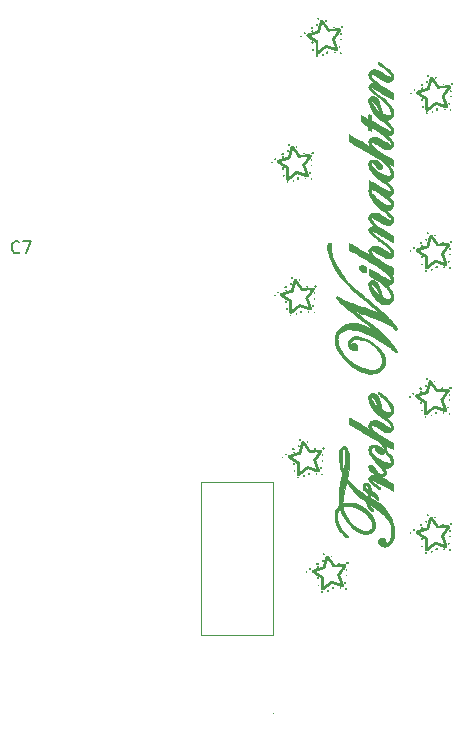
<source format=gto>
%TF.GenerationSoftware,KiCad,Pcbnew,(5.1.8)-1*%
%TF.CreationDate,2021-11-19T10:40:59+01:00*%
%TF.ProjectId,Base,42617365-2e6b-4696-9361-645f70636258,rev?*%
%TF.SameCoordinates,Original*%
%TF.FileFunction,Legend,Top*%
%TF.FilePolarity,Positive*%
%FSLAX46Y46*%
G04 Gerber Fmt 4.6, Leading zero omitted, Abs format (unit mm)*
G04 Created by KiCad (PCBNEW (5.1.8)-1) date 2021-11-19 10:40:59*
%MOMM*%
%LPD*%
G01*
G04 APERTURE LIST*
%ADD10C,0.120000*%
%ADD11C,0.010000*%
%ADD12C,0.150000*%
%ADD13O,4.200000X3.200000*%
%ADD14R,1.500000X2.000000*%
%ADD15O,1.500000X2.000000*%
%ADD16O,0.900000X2.000000*%
%ADD17O,4.000000X6.500000*%
%ADD18O,6.500000X4.000000*%
%ADD19C,3.200000*%
G04 APERTURE END LIST*
D10*
%TO.C,SW1*%
X158458000Y-132298000D02*
X158458000Y-132288000D01*
X152358000Y-125738000D02*
X158458000Y-125738000D01*
X158458000Y-112738000D02*
X152358000Y-112738000D01*
X152358000Y-112738000D02*
X152358000Y-125738000D01*
X158458000Y-112738000D02*
X158458000Y-125738000D01*
D11*
%TO.C,G\u002A\u002A\u002A*%
G36*
X171499712Y-115501145D02*
G01*
X171511150Y-115510790D01*
X171520466Y-115523378D01*
X171525115Y-115536053D01*
X171525260Y-115538308D01*
X171522450Y-115548388D01*
X171515574Y-115559899D01*
X171506963Y-115569751D01*
X171498948Y-115574850D01*
X171497576Y-115575027D01*
X171490367Y-115576454D01*
X171487911Y-115577267D01*
X171479565Y-115577020D01*
X171470641Y-115573828D01*
X171456857Y-115562811D01*
X171448285Y-115547893D01*
X171446350Y-115532016D01*
X171447651Y-115526345D01*
X171456533Y-115512788D01*
X171470788Y-115502242D01*
X171486649Y-115497373D01*
X171488695Y-115497295D01*
X171499712Y-115501145D01*
G37*
X171499712Y-115501145D02*
X171511150Y-115510790D01*
X171520466Y-115523378D01*
X171525115Y-115536053D01*
X171525260Y-115538308D01*
X171522450Y-115548388D01*
X171515574Y-115559899D01*
X171506963Y-115569751D01*
X171498948Y-115574850D01*
X171497576Y-115575027D01*
X171490367Y-115576454D01*
X171487911Y-115577267D01*
X171479565Y-115577020D01*
X171470641Y-115573828D01*
X171456857Y-115562811D01*
X171448285Y-115547893D01*
X171446350Y-115532016D01*
X171447651Y-115526345D01*
X171456533Y-115512788D01*
X171470788Y-115502242D01*
X171486649Y-115497373D01*
X171488695Y-115497295D01*
X171499712Y-115501145D01*
G36*
X172136666Y-115691315D02*
G01*
X172146097Y-115696457D01*
X172154580Y-115707292D01*
X172156557Y-115721019D01*
X172152115Y-115734192D01*
X172144989Y-115741396D01*
X172132062Y-115747789D01*
X172121593Y-115746864D01*
X172111397Y-115739458D01*
X172102923Y-115726200D01*
X172102729Y-115711586D01*
X172110535Y-115698484D01*
X172123167Y-115690444D01*
X172136666Y-115691315D01*
G37*
X172136666Y-115691315D02*
X172146097Y-115696457D01*
X172154580Y-115707292D01*
X172156557Y-115721019D01*
X172152115Y-115734192D01*
X172144989Y-115741396D01*
X172132062Y-115747789D01*
X172121593Y-115746864D01*
X172111397Y-115739458D01*
X172102923Y-115726200D01*
X172102729Y-115711586D01*
X172110535Y-115698484D01*
X172123167Y-115690444D01*
X172136666Y-115691315D01*
G36*
X171410497Y-116049929D02*
G01*
X171415873Y-116054783D01*
X171426743Y-116070833D01*
X171428665Y-116087752D01*
X171421573Y-116104663D01*
X171419762Y-116107102D01*
X171406881Y-116116786D01*
X171390713Y-116119729D01*
X171374196Y-116115888D01*
X171362730Y-116107926D01*
X171352985Y-116092867D01*
X171352064Y-116076820D01*
X171359904Y-116060943D01*
X171365708Y-116054683D01*
X171381202Y-116044091D01*
X171395875Y-116042505D01*
X171410497Y-116049929D01*
G37*
X171410497Y-116049929D02*
X171415873Y-116054783D01*
X171426743Y-116070833D01*
X171428665Y-116087752D01*
X171421573Y-116104663D01*
X171419762Y-116107102D01*
X171406881Y-116116786D01*
X171390713Y-116119729D01*
X171374196Y-116115888D01*
X171362730Y-116107926D01*
X171352985Y-116092867D01*
X171352064Y-116076820D01*
X171359904Y-116060943D01*
X171365708Y-116054683D01*
X171381202Y-116044091D01*
X171395875Y-116042505D01*
X171410497Y-116049929D01*
G36*
X173503876Y-116217641D02*
G01*
X173519820Y-116225971D01*
X173534498Y-116241540D01*
X173538472Y-116247053D01*
X173545742Y-116262720D01*
X173544955Y-116278067D01*
X173535859Y-116294289D01*
X173526312Y-116304936D01*
X173513733Y-116316530D01*
X173503767Y-116322575D01*
X173493346Y-116324683D01*
X173488589Y-116324789D01*
X173473412Y-116322733D01*
X173459968Y-116317876D01*
X173458828Y-116317211D01*
X173443036Y-116302308D01*
X173433815Y-116282363D01*
X173431975Y-116267654D01*
X173436094Y-116250583D01*
X173446865Y-116234630D01*
X173461904Y-116222184D01*
X173478831Y-116215633D01*
X173484321Y-116215171D01*
X173503876Y-116217641D01*
G37*
X173503876Y-116217641D02*
X173519820Y-116225971D01*
X173534498Y-116241540D01*
X173538472Y-116247053D01*
X173545742Y-116262720D01*
X173544955Y-116278067D01*
X173535859Y-116294289D01*
X173526312Y-116304936D01*
X173513733Y-116316530D01*
X173503767Y-116322575D01*
X173493346Y-116324683D01*
X173488589Y-116324789D01*
X173473412Y-116322733D01*
X173459968Y-116317876D01*
X173458828Y-116317211D01*
X173443036Y-116302308D01*
X173433815Y-116282363D01*
X173431975Y-116267654D01*
X173436094Y-116250583D01*
X173446865Y-116234630D01*
X173461904Y-116222184D01*
X173478831Y-116215633D01*
X173484321Y-116215171D01*
X173503876Y-116217641D01*
G36*
X172791612Y-116273876D02*
G01*
X172802209Y-116283208D01*
X172809077Y-116294773D01*
X172810121Y-116300491D01*
X172806074Y-116312557D01*
X172795877Y-116321652D01*
X172782446Y-116326006D01*
X172770411Y-116324567D01*
X172758900Y-116316044D01*
X172751724Y-116302781D01*
X172750679Y-116295668D01*
X172754479Y-116286357D01*
X172763636Y-116277191D01*
X172774784Y-116271065D01*
X172780465Y-116270041D01*
X172791612Y-116273876D01*
G37*
X172791612Y-116273876D02*
X172802209Y-116283208D01*
X172809077Y-116294773D01*
X172810121Y-116300491D01*
X172806074Y-116312557D01*
X172795877Y-116321652D01*
X172782446Y-116326006D01*
X172770411Y-116324567D01*
X172758900Y-116316044D01*
X172751724Y-116302781D01*
X172750679Y-116295668D01*
X172754479Y-116286357D01*
X172763636Y-116277191D01*
X172774784Y-116271065D01*
X172780465Y-116270041D01*
X172791612Y-116273876D01*
G36*
X170966801Y-116283367D02*
G01*
X170983124Y-116294417D01*
X170995952Y-116310096D01*
X171003134Y-116328162D01*
X171003953Y-116336341D01*
X170999840Y-116355130D01*
X170988934Y-116371559D01*
X170973331Y-116383926D01*
X170955124Y-116390527D01*
X170937890Y-116390047D01*
X170918878Y-116381166D01*
X170904165Y-116366005D01*
X170895642Y-116346934D01*
X170894278Y-116335425D01*
X170898355Y-116317471D01*
X170909051Y-116300732D01*
X170924139Y-116287494D01*
X170941387Y-116280042D01*
X170949131Y-116279186D01*
X170966801Y-116283367D01*
G37*
X170966801Y-116283367D02*
X170983124Y-116294417D01*
X170995952Y-116310096D01*
X171003134Y-116328162D01*
X171003953Y-116336341D01*
X170999840Y-116355130D01*
X170988934Y-116371559D01*
X170973331Y-116383926D01*
X170955124Y-116390527D01*
X170937890Y-116390047D01*
X170918878Y-116381166D01*
X170904165Y-116366005D01*
X170895642Y-116346934D01*
X170894278Y-116335425D01*
X170898355Y-116317471D01*
X170909051Y-116300732D01*
X170924139Y-116287494D01*
X170941387Y-116280042D01*
X170949131Y-116279186D01*
X170966801Y-116283367D01*
G36*
X171000871Y-116577142D02*
G01*
X171014709Y-116587984D01*
X171021222Y-116602869D01*
X171022144Y-116613409D01*
X171018357Y-116629603D01*
X171008222Y-116642135D01*
X170994044Y-116649421D01*
X170978128Y-116649876D01*
X170971993Y-116647880D01*
X170957186Y-116639129D01*
X170949082Y-116627518D01*
X170946001Y-116615520D01*
X170945438Y-116603945D01*
X170949398Y-116594717D01*
X170957360Y-116585752D01*
X170972241Y-116574723D01*
X170986977Y-116572373D01*
X171000871Y-116577142D01*
G37*
X171000871Y-116577142D02*
X171014709Y-116587984D01*
X171021222Y-116602869D01*
X171022144Y-116613409D01*
X171018357Y-116629603D01*
X171008222Y-116642135D01*
X170994044Y-116649421D01*
X170978128Y-116649876D01*
X170971993Y-116647880D01*
X170957186Y-116639129D01*
X170949082Y-116627518D01*
X170946001Y-116615520D01*
X170945438Y-116603945D01*
X170949398Y-116594717D01*
X170957360Y-116585752D01*
X170972241Y-116574723D01*
X170986977Y-116572373D01*
X171000871Y-116577142D01*
G36*
X170341451Y-116749316D02*
G01*
X170352311Y-116758461D01*
X170358704Y-116769903D01*
X170359284Y-116774081D01*
X170355827Y-116783658D01*
X170347505Y-116794124D01*
X170337386Y-116802283D01*
X170329563Y-116805018D01*
X170321553Y-116801976D01*
X170311861Y-116794573D01*
X170311065Y-116793795D01*
X170303340Y-116783486D01*
X170299858Y-116773735D01*
X170299842Y-116773219D01*
X170303845Y-116761287D01*
X170313729Y-116751159D01*
X170326308Y-116745815D01*
X170329384Y-116745576D01*
X170341451Y-116749316D01*
G37*
X170341451Y-116749316D02*
X170352311Y-116758461D01*
X170358704Y-116769903D01*
X170359284Y-116774081D01*
X170355827Y-116783658D01*
X170347505Y-116794124D01*
X170337386Y-116802283D01*
X170329563Y-116805018D01*
X170321553Y-116801976D01*
X170311861Y-116794573D01*
X170311065Y-116793795D01*
X170303340Y-116783486D01*
X170299858Y-116773735D01*
X170299842Y-116773219D01*
X170303845Y-116761287D01*
X170313729Y-116751159D01*
X170326308Y-116745815D01*
X170329384Y-116745576D01*
X170341451Y-116749316D01*
G36*
X173408458Y-116820828D02*
G01*
X173418257Y-116827880D01*
X173425772Y-116840615D01*
X173426411Y-116854567D01*
X173421110Y-116867160D01*
X173410807Y-116875817D01*
X173399968Y-116878178D01*
X173390994Y-116875676D01*
X173382695Y-116871060D01*
X173374384Y-116860320D01*
X173372896Y-116846593D01*
X173378241Y-116832995D01*
X173382540Y-116828059D01*
X173395771Y-116819897D01*
X173408458Y-116820828D01*
G37*
X173408458Y-116820828D02*
X173418257Y-116827880D01*
X173425772Y-116840615D01*
X173426411Y-116854567D01*
X173421110Y-116867160D01*
X173410807Y-116875817D01*
X173399968Y-116878178D01*
X173390994Y-116875676D01*
X173382695Y-116871060D01*
X173374384Y-116860320D01*
X173372896Y-116846593D01*
X173378241Y-116832995D01*
X173382540Y-116828059D01*
X173395771Y-116819897D01*
X173408458Y-116820828D01*
G36*
X170036861Y-117014490D02*
G01*
X170047716Y-117022771D01*
X170053790Y-117031420D01*
X170056564Y-117041005D01*
X170053806Y-117049675D01*
X170049842Y-117055492D01*
X170037462Y-117066438D01*
X170023821Y-117069119D01*
X170010688Y-117063334D01*
X170007428Y-117060262D01*
X169999810Y-117046667D01*
X170000980Y-117032773D01*
X170010749Y-117020042D01*
X170012788Y-117018439D01*
X170022863Y-117012439D01*
X170031383Y-117012378D01*
X170036861Y-117014490D01*
G37*
X170036861Y-117014490D02*
X170047716Y-117022771D01*
X170053790Y-117031420D01*
X170056564Y-117041005D01*
X170053806Y-117049675D01*
X170049842Y-117055492D01*
X170037462Y-117066438D01*
X170023821Y-117069119D01*
X170010688Y-117063334D01*
X170007428Y-117060262D01*
X169999810Y-117046667D01*
X170000980Y-117032773D01*
X170010749Y-117020042D01*
X170012788Y-117018439D01*
X170022863Y-117012439D01*
X170031383Y-117012378D01*
X170036861Y-117014490D01*
G36*
X173418202Y-117288692D02*
G01*
X173419927Y-117290031D01*
X173429798Y-117302467D01*
X173431143Y-117316356D01*
X173423827Y-117329815D01*
X173422830Y-117330851D01*
X173409496Y-117338895D01*
X173395583Y-117338254D01*
X173382924Y-117329061D01*
X173381930Y-117327846D01*
X173375204Y-117313797D01*
X173377595Y-117300394D01*
X173387880Y-117288657D01*
X173398238Y-117282041D01*
X173407182Y-117282003D01*
X173418202Y-117288692D01*
G37*
X173418202Y-117288692D02*
X173419927Y-117290031D01*
X173429798Y-117302467D01*
X173431143Y-117316356D01*
X173423827Y-117329815D01*
X173422830Y-117330851D01*
X173409496Y-117338895D01*
X173395583Y-117338254D01*
X173382924Y-117329061D01*
X173381930Y-117327846D01*
X173375204Y-117313797D01*
X173377595Y-117300394D01*
X173387880Y-117288657D01*
X173398238Y-117282041D01*
X173407182Y-117282003D01*
X173418202Y-117288692D01*
G36*
X171015998Y-117518316D02*
G01*
X171030850Y-117534145D01*
X171035452Y-117542324D01*
X171041258Y-117556480D01*
X171042489Y-117567769D01*
X171040302Y-117578941D01*
X171030939Y-117597633D01*
X171015985Y-117610785D01*
X170997563Y-117617693D01*
X170977795Y-117617654D01*
X170958802Y-117609963D01*
X170955004Y-117607226D01*
X170940991Y-117591051D01*
X170934427Y-117571973D01*
X170935243Y-117552162D01*
X170943370Y-117533787D01*
X170957809Y-117519632D01*
X170978075Y-117510650D01*
X170997939Y-117510348D01*
X171015998Y-117518316D01*
G37*
X171015998Y-117518316D02*
X171030850Y-117534145D01*
X171035452Y-117542324D01*
X171041258Y-117556480D01*
X171042489Y-117567769D01*
X171040302Y-117578941D01*
X171030939Y-117597633D01*
X171015985Y-117610785D01*
X170997563Y-117617693D01*
X170977795Y-117617654D01*
X170958802Y-117609963D01*
X170955004Y-117607226D01*
X170940991Y-117591051D01*
X170934427Y-117571973D01*
X170935243Y-117552162D01*
X170943370Y-117533787D01*
X170957809Y-117519632D01*
X170978075Y-117510650D01*
X170997939Y-117510348D01*
X171015998Y-117518316D01*
G36*
X173282295Y-117910918D02*
G01*
X173291796Y-117916377D01*
X173301312Y-117928118D01*
X173303427Y-117940690D01*
X173299530Y-117952390D01*
X173291009Y-117961517D01*
X173279249Y-117966370D01*
X173265641Y-117965248D01*
X173256047Y-117960211D01*
X173249672Y-117950656D01*
X173247645Y-117937279D01*
X173250176Y-117924413D01*
X173254030Y-117918685D01*
X173267988Y-117910245D01*
X173282295Y-117910918D01*
G37*
X173282295Y-117910918D02*
X173291796Y-117916377D01*
X173301312Y-117928118D01*
X173303427Y-117940690D01*
X173299530Y-117952390D01*
X173291009Y-117961517D01*
X173279249Y-117966370D01*
X173265641Y-117965248D01*
X173256047Y-117960211D01*
X173249672Y-117950656D01*
X173247645Y-117937279D01*
X173250176Y-117924413D01*
X173254030Y-117918685D01*
X173267988Y-117910245D01*
X173282295Y-117910918D01*
G36*
X171053968Y-118153060D02*
G01*
X171063542Y-118162533D01*
X171067844Y-118175125D01*
X171065799Y-118188221D01*
X171059653Y-118196623D01*
X171046915Y-118203035D01*
X171032476Y-118203221D01*
X171020468Y-118197141D01*
X171020330Y-118197005D01*
X171014946Y-118187185D01*
X171013145Y-118176755D01*
X171016933Y-118161583D01*
X171027385Y-118152014D01*
X171040198Y-118149321D01*
X171053968Y-118153060D01*
G37*
X171053968Y-118153060D02*
X171063542Y-118162533D01*
X171067844Y-118175125D01*
X171065799Y-118188221D01*
X171059653Y-118196623D01*
X171046915Y-118203035D01*
X171032476Y-118203221D01*
X171020468Y-118197141D01*
X171020330Y-118197005D01*
X171014946Y-118187185D01*
X171013145Y-118176755D01*
X171016933Y-118161583D01*
X171027385Y-118152014D01*
X171040198Y-118149321D01*
X171053968Y-118153060D01*
G36*
X172896748Y-118379423D02*
G01*
X172908291Y-118386937D01*
X172915498Y-118400179D01*
X172915611Y-118413782D01*
X172909939Y-118425661D01*
X172899794Y-118433730D01*
X172886488Y-118435905D01*
X172878708Y-118433996D01*
X172866911Y-118425179D01*
X172861384Y-118412163D01*
X172862703Y-118397903D01*
X172869563Y-118387088D01*
X172882740Y-118379230D01*
X172896748Y-118379423D01*
G37*
X172896748Y-118379423D02*
X172908291Y-118386937D01*
X172915498Y-118400179D01*
X172915611Y-118413782D01*
X172909939Y-118425661D01*
X172899794Y-118433730D01*
X172886488Y-118435905D01*
X172878708Y-118433996D01*
X172866911Y-118425179D01*
X172861384Y-118412163D01*
X172862703Y-118397903D01*
X172869563Y-118387088D01*
X172882740Y-118379230D01*
X172896748Y-118379423D01*
G36*
X172253322Y-118356303D02*
G01*
X172271096Y-118362910D01*
X172286238Y-118376371D01*
X172290527Y-118382698D01*
X172297551Y-118402586D01*
X172295943Y-118422420D01*
X172286103Y-118440728D01*
X172270971Y-118454395D01*
X172253042Y-118462978D01*
X172235473Y-118463354D01*
X172216080Y-118455542D01*
X172214997Y-118454922D01*
X172198376Y-118441265D01*
X172189819Y-118423749D01*
X172188266Y-118409508D01*
X172192074Y-118388950D01*
X172202292Y-118372875D01*
X172217112Y-118361760D01*
X172234725Y-118356078D01*
X172253322Y-118356303D01*
G37*
X172253322Y-118356303D02*
X172271096Y-118362910D01*
X172286238Y-118376371D01*
X172290527Y-118382698D01*
X172297551Y-118402586D01*
X172295943Y-118422420D01*
X172286103Y-118440728D01*
X172270971Y-118454395D01*
X172253042Y-118462978D01*
X172235473Y-118463354D01*
X172216080Y-118455542D01*
X172214997Y-118454922D01*
X172198376Y-118441265D01*
X172189819Y-118423749D01*
X172188266Y-118409508D01*
X172192074Y-118388950D01*
X172202292Y-118372875D01*
X172217112Y-118361760D01*
X172234725Y-118356078D01*
X172253322Y-118356303D01*
G36*
X173396254Y-118439423D02*
G01*
X173408576Y-118449175D01*
X173408781Y-118449433D01*
X173416856Y-118463513D01*
X173416419Y-118475386D01*
X173407377Y-118486410D01*
X173406210Y-118487351D01*
X173391476Y-118495529D01*
X173378462Y-118494996D01*
X173367960Y-118487682D01*
X173360050Y-118474186D01*
X173360470Y-118459576D01*
X173368823Y-118446708D01*
X173382645Y-118438577D01*
X173396254Y-118439423D01*
G37*
X173396254Y-118439423D02*
X173408576Y-118449175D01*
X173408781Y-118449433D01*
X173416856Y-118463513D01*
X173416419Y-118475386D01*
X173407377Y-118486410D01*
X173406210Y-118487351D01*
X173391476Y-118495529D01*
X173378462Y-118494996D01*
X173367960Y-118487682D01*
X173360050Y-118474186D01*
X173360470Y-118459576D01*
X173368823Y-118446708D01*
X173382645Y-118438577D01*
X173396254Y-118439423D01*
G36*
X171781531Y-115677300D02*
G01*
X171797393Y-115682575D01*
X171814498Y-115691807D01*
X171833167Y-115705354D01*
X171853718Y-115723576D01*
X171876471Y-115746832D01*
X171901746Y-115775481D01*
X171929863Y-115809884D01*
X171961141Y-115850398D01*
X171995900Y-115897385D01*
X172034459Y-115951202D01*
X172077138Y-116012210D01*
X172115375Y-116067769D01*
X172133552Y-116094328D01*
X172152754Y-116122364D01*
X172171266Y-116149376D01*
X172187375Y-116172863D01*
X172195272Y-116184366D01*
X172211104Y-116207419D01*
X172229667Y-116234456D01*
X172248519Y-116261922D01*
X172263503Y-116283758D01*
X172290121Y-116322409D01*
X172313858Y-116356582D01*
X172334337Y-116385747D01*
X172351179Y-116409372D01*
X172364004Y-116426923D01*
X172372434Y-116437870D01*
X172375873Y-116441592D01*
X172381537Y-116442144D01*
X172394870Y-116442165D01*
X172414413Y-116441692D01*
X172438707Y-116440761D01*
X172466294Y-116439411D01*
X172470493Y-116439182D01*
X172505585Y-116437246D01*
X172544362Y-116435114D01*
X172583312Y-116432979D01*
X172618927Y-116431032D01*
X172638654Y-116429958D01*
X172666715Y-116428383D01*
X172701280Y-116426364D01*
X172739728Y-116424059D01*
X172779437Y-116421626D01*
X172817786Y-116419223D01*
X172830697Y-116418399D01*
X172867514Y-116416285D01*
X172910713Y-116414211D01*
X172957531Y-116412286D01*
X173005204Y-116410615D01*
X173050970Y-116409306D01*
X173083055Y-116408614D01*
X173124364Y-116407955D01*
X173157838Y-116407622D01*
X173184781Y-116407655D01*
X173206499Y-116408093D01*
X173224295Y-116408972D01*
X173239476Y-116410333D01*
X173253346Y-116412214D01*
X173263405Y-116413939D01*
X173299999Y-116422339D01*
X173328099Y-116432832D01*
X173348227Y-116445978D01*
X173360904Y-116462331D01*
X173366650Y-116482449D01*
X173365987Y-116506888D01*
X173363440Y-116520793D01*
X173357805Y-116539822D01*
X173348591Y-116562014D01*
X173335530Y-116587778D01*
X173318353Y-116617524D01*
X173296791Y-116651662D01*
X173270575Y-116690602D01*
X173239438Y-116734754D01*
X173203110Y-116784528D01*
X173161323Y-116840333D01*
X173113808Y-116902579D01*
X173109617Y-116908023D01*
X173099303Y-116921447D01*
X173085401Y-116939588D01*
X173069863Y-116959894D01*
X173057033Y-116976686D01*
X173029763Y-117012326D01*
X173003501Y-117046505D01*
X172979904Y-117077070D01*
X172965584Y-117095514D01*
X172957640Y-117105829D01*
X172946191Y-117120838D01*
X172933227Y-117137929D01*
X172927905Y-117144972D01*
X172915672Y-117161106D01*
X172904881Y-117175204D01*
X172897157Y-117185147D01*
X172894986Y-117187858D01*
X172889626Y-117194649D01*
X172880150Y-117206917D01*
X172867956Y-117222845D01*
X172856077Y-117238457D01*
X172839560Y-117261380D01*
X172829134Y-117278866D01*
X172824379Y-117291906D01*
X172824878Y-117301487D01*
X172827477Y-117305931D01*
X172831121Y-117312768D01*
X172835759Y-117324512D01*
X172837148Y-117328565D01*
X172842582Y-117344133D01*
X172848110Y-117358663D01*
X172848892Y-117360572D01*
X172857535Y-117382025D01*
X172868530Y-117410560D01*
X172878960Y-117438304D01*
X172885374Y-117455307D01*
X172891386Y-117470927D01*
X172894760Y-117479456D01*
X172899959Y-117492398D01*
X172906302Y-117508359D01*
X172908428Y-117513749D01*
X172914645Y-117529455D01*
X172920495Y-117544108D01*
X172922081Y-117548042D01*
X172927646Y-117562336D01*
X172933296Y-117577607D01*
X172933353Y-117577763D01*
X172938359Y-117591168D01*
X172942839Y-117602237D01*
X172943135Y-117602912D01*
X172945983Y-117609894D01*
X172951517Y-117623941D01*
X172959161Y-117643575D01*
X172968340Y-117667317D01*
X172978478Y-117693688D01*
X172979562Y-117696516D01*
X172990147Y-117724070D01*
X173000195Y-117750089D01*
X173009026Y-117772832D01*
X173015966Y-117790556D01*
X173020338Y-117801520D01*
X173020404Y-117801682D01*
X173040191Y-117851704D01*
X173059139Y-117902861D01*
X173076772Y-117953660D01*
X173092610Y-118002603D01*
X173106174Y-118048194D01*
X173116987Y-118088939D01*
X173124569Y-118123340D01*
X173126160Y-118132304D01*
X173129109Y-118167206D01*
X173125386Y-118195957D01*
X173114937Y-118218721D01*
X173097705Y-118235659D01*
X173089156Y-118240711D01*
X173070828Y-118246661D01*
X173046695Y-118249679D01*
X173019654Y-118249649D01*
X172992601Y-118246454D01*
X172985083Y-118244899D01*
X172968402Y-118241065D01*
X172948036Y-118236393D01*
X172933577Y-118233080D01*
X172916286Y-118228943D01*
X172901079Y-118224994D01*
X172892425Y-118222458D01*
X172881843Y-118219131D01*
X172866327Y-118214486D01*
X172853559Y-118210774D01*
X172836623Y-118205730D01*
X172815392Y-118199132D01*
X172791805Y-118191612D01*
X172767799Y-118183807D01*
X172745311Y-118176349D01*
X172726281Y-118169874D01*
X172712645Y-118165016D01*
X172707240Y-118162869D01*
X172698972Y-118159640D01*
X172684498Y-118154488D01*
X172666317Y-118148292D01*
X172656943Y-118145183D01*
X172636839Y-118138404D01*
X172611236Y-118129514D01*
X172583209Y-118119594D01*
X172555831Y-118109722D01*
X172551777Y-118108241D01*
X172525922Y-118098843D01*
X172500046Y-118089550D01*
X172476811Y-118081310D01*
X172458876Y-118075070D01*
X172455755Y-118074010D01*
X172438036Y-118067921D01*
X172415013Y-118059859D01*
X172389976Y-118050982D01*
X172371165Y-118044236D01*
X172347509Y-118035766D01*
X172323953Y-118027437D01*
X172303505Y-118020309D01*
X172291147Y-118016095D01*
X172275088Y-118010591D01*
X172261451Y-118005683D01*
X172254567Y-118003000D01*
X172246449Y-117999900D01*
X172232022Y-117994737D01*
X172213650Y-117988350D01*
X172201435Y-117984182D01*
X172157447Y-117969285D01*
X172137420Y-117984882D01*
X172125969Y-117993921D01*
X172117709Y-118000664D01*
X172115107Y-118002977D01*
X172110988Y-118006502D01*
X172100884Y-118014827D01*
X172085938Y-118027019D01*
X172067291Y-118042148D01*
X172046087Y-118059281D01*
X172044883Y-118060251D01*
X171995927Y-118099800D01*
X171949265Y-118137667D01*
X171902653Y-118175682D01*
X171853849Y-118215676D01*
X171800607Y-118259480D01*
X171792749Y-118265957D01*
X171775365Y-118280196D01*
X171758750Y-118293646D01*
X171745353Y-118304332D01*
X171740166Y-118308374D01*
X171726932Y-118318651D01*
X171712154Y-118330336D01*
X171697765Y-118341872D01*
X171685700Y-118351703D01*
X171677893Y-118358273D01*
X171676151Y-118359890D01*
X171669430Y-118365963D01*
X171656928Y-118376033D01*
X171639861Y-118389212D01*
X171619449Y-118404612D01*
X171596909Y-118421344D01*
X171573460Y-118438521D01*
X171550319Y-118455255D01*
X171528704Y-118470658D01*
X171509833Y-118483840D01*
X171494925Y-118493916D01*
X171485197Y-118499995D01*
X171482071Y-118501400D01*
X171476870Y-118503622D01*
X171466978Y-118509215D01*
X171462298Y-118512084D01*
X171433822Y-118526786D01*
X171404889Y-118536083D01*
X171377824Y-118539390D01*
X171360652Y-118537699D01*
X171346609Y-118532578D01*
X171334579Y-118523299D01*
X171323910Y-118508816D01*
X171313949Y-118488084D01*
X171304045Y-118460058D01*
X171296675Y-118435099D01*
X171294150Y-118420685D01*
X171292100Y-118397357D01*
X171290523Y-118365334D01*
X171289420Y-118324834D01*
X171288788Y-118276078D01*
X171288628Y-118219282D01*
X171288938Y-118154667D01*
X171289717Y-118082450D01*
X171290965Y-118002851D01*
X171292680Y-117916088D01*
X171294863Y-117822380D01*
X171297511Y-117721947D01*
X171299764Y-117643644D01*
X171302495Y-117551775D01*
X171277847Y-117534860D01*
X171263321Y-117525078D01*
X171241355Y-117510565D01*
X171211899Y-117491288D01*
X171174901Y-117467214D01*
X171130310Y-117438309D01*
X171078076Y-117404540D01*
X171056006Y-117390293D01*
X171036274Y-117377662D01*
X171019083Y-117366852D01*
X171005995Y-117358830D01*
X170998570Y-117354562D01*
X170997717Y-117354171D01*
X170991028Y-117350154D01*
X170990283Y-117349335D01*
X170985787Y-117345959D01*
X170974954Y-117338689D01*
X170959210Y-117328461D01*
X170939985Y-117316208D01*
X170930841Y-117310447D01*
X170908824Y-117296560D01*
X170887985Y-117283298D01*
X170870321Y-117271939D01*
X170857825Y-117263760D01*
X170855395Y-117262127D01*
X170845730Y-117255638D01*
X170830014Y-117245183D01*
X170809840Y-117231819D01*
X170786801Y-117216599D01*
X170763946Y-117201540D01*
X170708139Y-117164077D01*
X170660204Y-117130254D01*
X170619779Y-117099729D01*
X170586505Y-117072160D01*
X170560021Y-117047205D01*
X170539965Y-117024523D01*
X170528404Y-117007370D01*
X170821102Y-117007370D01*
X170823499Y-117017346D01*
X170829614Y-117030880D01*
X170834161Y-117038725D01*
X170844368Y-117052769D01*
X170858142Y-117068009D01*
X170876119Y-117084965D01*
X170898937Y-117104154D01*
X170927236Y-117126097D01*
X170961652Y-117151312D01*
X171002823Y-117180320D01*
X171037065Y-117203884D01*
X171039569Y-117205571D01*
X171043258Y-117208003D01*
X171048773Y-117211593D01*
X171056756Y-117216753D01*
X171067848Y-117223894D01*
X171082691Y-117233430D01*
X171101927Y-117245771D01*
X171126196Y-117261329D01*
X171156141Y-117280518D01*
X171192404Y-117303749D01*
X171235624Y-117331435D01*
X171243128Y-117336241D01*
X171285929Y-117363666D01*
X171321725Y-117386630D01*
X171351222Y-117405592D01*
X171375125Y-117421009D01*
X171394139Y-117433339D01*
X171408969Y-117443041D01*
X171420320Y-117450573D01*
X171428896Y-117456392D01*
X171435404Y-117460957D01*
X171438279Y-117463042D01*
X171453286Y-117474064D01*
X171450208Y-117625364D01*
X171449235Y-117669786D01*
X171448051Y-117718466D01*
X171446728Y-117768739D01*
X171445339Y-117817941D01*
X171443957Y-117863407D01*
X171442653Y-117902473D01*
X171442617Y-117903500D01*
X171440894Y-117971972D01*
X171440800Y-118033946D01*
X171442316Y-118088897D01*
X171445418Y-118136300D01*
X171450085Y-118175632D01*
X171454953Y-118201026D01*
X171464355Y-118229150D01*
X171477227Y-118248840D01*
X171493673Y-118260167D01*
X171513794Y-118263199D01*
X171537695Y-118258006D01*
X171538978Y-118257537D01*
X171579288Y-118239504D01*
X171616909Y-118217001D01*
X171623568Y-118212269D01*
X171662019Y-118183951D01*
X171695606Y-118158953D01*
X171723827Y-118137655D01*
X171746183Y-118120440D01*
X171762173Y-118107690D01*
X171771298Y-118099784D01*
X171772173Y-118098905D01*
X171776793Y-118094989D01*
X171786320Y-118087401D01*
X171795035Y-118080616D01*
X171808899Y-118069739D01*
X171821645Y-118059456D01*
X171827042Y-118054951D01*
X171834478Y-118048737D01*
X171847491Y-118038009D01*
X171864562Y-118024014D01*
X171884167Y-118008003D01*
X171895629Y-117998667D01*
X171915753Y-117982274D01*
X171933969Y-117967402D01*
X171948827Y-117955235D01*
X171958878Y-117946961D01*
X171961930Y-117944416D01*
X171968826Y-117938708D01*
X171981190Y-117928598D01*
X171997376Y-117915429D01*
X172015736Y-117900543D01*
X172019086Y-117897833D01*
X172036891Y-117883390D01*
X172052058Y-117871013D01*
X172063207Y-117861833D01*
X172068956Y-117856984D01*
X172069383Y-117856587D01*
X172076607Y-117850092D01*
X172088138Y-117840851D01*
X172101894Y-117830398D01*
X172115795Y-117820264D01*
X172127759Y-117811982D01*
X172135706Y-117807086D01*
X172137537Y-117806386D01*
X172145603Y-117808463D01*
X172150606Y-117810813D01*
X172158058Y-117814009D01*
X172172054Y-117819218D01*
X172190430Y-117825655D01*
X172206556Y-117831073D01*
X172232895Y-117839914D01*
X172262402Y-117850058D01*
X172290184Y-117859816D01*
X172300292Y-117863440D01*
X172323732Y-117871840D01*
X172348172Y-117880475D01*
X172369752Y-117887984D01*
X172378023Y-117890811D01*
X172395743Y-117896913D01*
X172418767Y-117904985D01*
X172443805Y-117913869D01*
X172462614Y-117920616D01*
X172486269Y-117929086D01*
X172509826Y-117937415D01*
X172530274Y-117944543D01*
X172542632Y-117948757D01*
X172558694Y-117954284D01*
X172572331Y-117959248D01*
X172579212Y-117961991D01*
X172589424Y-117965915D01*
X172606483Y-117971821D01*
X172628466Y-117979098D01*
X172653449Y-117987133D01*
X172679509Y-117995315D01*
X172704723Y-118003033D01*
X172727169Y-118009676D01*
X172743820Y-118014337D01*
X172770066Y-118020353D01*
X172797732Y-118025016D01*
X172824123Y-118028005D01*
X172846542Y-118028998D01*
X172859559Y-118028175D01*
X172881662Y-118020856D01*
X172893168Y-118012107D01*
X172900075Y-118004325D01*
X172903981Y-117996404D01*
X172905723Y-117985418D01*
X172906141Y-117968444D01*
X172906142Y-117966831D01*
X172904894Y-117944871D01*
X172901004Y-117919282D01*
X172894253Y-117889261D01*
X172884420Y-117854006D01*
X172871286Y-117812716D01*
X172854631Y-117764587D01*
X172839060Y-117721796D01*
X172832147Y-117703418D01*
X172825457Y-117686126D01*
X172820488Y-117673785D01*
X172815038Y-117660561D01*
X172810668Y-117649533D01*
X172810328Y-117648637D01*
X172807445Y-117641156D01*
X172801932Y-117627021D01*
X172794513Y-117608082D01*
X172785913Y-117586191D01*
X172783497Y-117580050D01*
X172766494Y-117536692D01*
X172749739Y-117493655D01*
X172733561Y-117451809D01*
X172718288Y-117412022D01*
X172704250Y-117375164D01*
X172691776Y-117342104D01*
X172681195Y-117313711D01*
X172672835Y-117290854D01*
X172667025Y-117274403D01*
X172664095Y-117265228D01*
X172663802Y-117263750D01*
X172665209Y-117260129D01*
X172669654Y-117252855D01*
X172677474Y-117241473D01*
X172689006Y-117225529D01*
X172704588Y-117204569D01*
X172724556Y-117178138D01*
X172749247Y-117145781D01*
X172778998Y-117107045D01*
X172805627Y-117072507D01*
X172853484Y-117010378D01*
X172895945Y-116954921D01*
X172933319Y-116905661D01*
X172965918Y-116862123D01*
X172994051Y-116823834D01*
X173018030Y-116790319D01*
X173038164Y-116761104D01*
X173054765Y-116735715D01*
X173068143Y-116713678D01*
X173078608Y-116694519D01*
X173086472Y-116677763D01*
X173092044Y-116662936D01*
X173095635Y-116649564D01*
X173097556Y-116637173D01*
X173098117Y-116625882D01*
X173097270Y-116611657D01*
X173093240Y-116602097D01*
X173083963Y-116592793D01*
X173081800Y-116590989D01*
X173071698Y-116583718D01*
X173060196Y-116577898D01*
X173046219Y-116573384D01*
X173028691Y-116570030D01*
X173006537Y-116567690D01*
X172978679Y-116566218D01*
X172944043Y-116565469D01*
X172901553Y-116565295D01*
X172892425Y-116565316D01*
X172854538Y-116565656D01*
X172814076Y-116566411D01*
X172773711Y-116567503D01*
X172736113Y-116568855D01*
X172703954Y-116570392D01*
X172693523Y-116571021D01*
X172616157Y-116575965D01*
X172547749Y-116580148D01*
X172488146Y-116583575D01*
X172437194Y-116586255D01*
X172394739Y-116588192D01*
X172360628Y-116589395D01*
X172334705Y-116589870D01*
X172316818Y-116589622D01*
X172306812Y-116588661D01*
X172304672Y-116587880D01*
X172300079Y-116582544D01*
X172291533Y-116571132D01*
X172280145Y-116555180D01*
X172267030Y-116536224D01*
X172263255Y-116530671D01*
X172247974Y-116508189D01*
X172229361Y-116480946D01*
X172209303Y-116451694D01*
X172189682Y-116423183D01*
X172180236Y-116409501D01*
X172162189Y-116383375D01*
X172143268Y-116355944D01*
X172125166Y-116329666D01*
X172109578Y-116306998D01*
X172102242Y-116296308D01*
X172062580Y-116238857D01*
X172027308Y-116188679D01*
X171996029Y-116145254D01*
X171968349Y-116108062D01*
X171943871Y-116076583D01*
X171922199Y-116050296D01*
X171902940Y-116028680D01*
X171885696Y-116011217D01*
X171884980Y-116010539D01*
X171866454Y-115994284D01*
X171850999Y-115984149D01*
X171836216Y-115978925D01*
X171819706Y-115977404D01*
X171819178Y-115977403D01*
X171804176Y-115980792D01*
X171789329Y-115991151D01*
X171774493Y-116008772D01*
X171759521Y-116033947D01*
X171744267Y-116066967D01*
X171728587Y-116108123D01*
X171712334Y-116157706D01*
X171695363Y-116216007D01*
X171689973Y-116235747D01*
X171686704Y-116247722D01*
X171682131Y-116264276D01*
X171678618Y-116276899D01*
X171674469Y-116292090D01*
X171668783Y-116313355D01*
X171662298Y-116337913D01*
X171655754Y-116362983D01*
X171655548Y-116363776D01*
X171649032Y-116388812D01*
X171642579Y-116413429D01*
X171636922Y-116434844D01*
X171632792Y-116450278D01*
X171632690Y-116450653D01*
X171629681Y-116461783D01*
X171626339Y-116474253D01*
X171622340Y-116489289D01*
X171617361Y-116508115D01*
X171611077Y-116531956D01*
X171603164Y-116562037D01*
X171593300Y-116599583D01*
X171591884Y-116604973D01*
X171582535Y-116640500D01*
X171575109Y-116668202D01*
X171569198Y-116689100D01*
X171564393Y-116704213D01*
X171560286Y-116714558D01*
X171556468Y-116721156D01*
X171552531Y-116725024D01*
X171548066Y-116727183D01*
X171542666Y-116728651D01*
X171542267Y-116728748D01*
X171532897Y-116731129D01*
X171521526Y-116734233D01*
X171506860Y-116738438D01*
X171487605Y-116744123D01*
X171462467Y-116751665D01*
X171430155Y-116761443D01*
X171422380Y-116763802D01*
X171393775Y-116772461D01*
X171365037Y-116781117D01*
X171338616Y-116789034D01*
X171316958Y-116795478D01*
X171306909Y-116798437D01*
X171272288Y-116808581D01*
X171238450Y-116818534D01*
X171207514Y-116827668D01*
X171181599Y-116835360D01*
X171166322Y-116839929D01*
X171150005Y-116844793D01*
X171134955Y-116849210D01*
X171129743Y-116850712D01*
X171115998Y-116854644D01*
X171100097Y-116859214D01*
X171097735Y-116859895D01*
X171087014Y-116863196D01*
X171069656Y-116868777D01*
X171047681Y-116875978D01*
X171023113Y-116884139D01*
X171010859Y-116888249D01*
X170960439Y-116906048D01*
X170918594Y-116922720D01*
X170884861Y-116938554D01*
X170858780Y-116953838D01*
X170839890Y-116968864D01*
X170827730Y-116983919D01*
X170821840Y-116999294D01*
X170821102Y-117007370D01*
X170528404Y-117007370D01*
X170525977Y-117003770D01*
X170517696Y-116984607D01*
X170514762Y-116966689D01*
X170514747Y-116965356D01*
X170515843Y-116950804D01*
X170520269Y-116939210D01*
X170529731Y-116926347D01*
X170531160Y-116924663D01*
X170542062Y-116912928D01*
X170554154Y-116902272D01*
X170568609Y-116892030D01*
X170586601Y-116881534D01*
X170609303Y-116870119D01*
X170637889Y-116857117D01*
X170673531Y-116841862D01*
X170686214Y-116836564D01*
X170698760Y-116831846D01*
X170718794Y-116824927D01*
X170745038Y-116816212D01*
X170776213Y-116806103D01*
X170811042Y-116795003D01*
X170848245Y-116783315D01*
X170886545Y-116771442D01*
X170924663Y-116759787D01*
X170961320Y-116748754D01*
X170995238Y-116738744D01*
X171010859Y-116734224D01*
X171027536Y-116729363D01*
X171042232Y-116724955D01*
X171049725Y-116722611D01*
X171060317Y-116719352D01*
X171075849Y-116714803D01*
X171088591Y-116711179D01*
X171105283Y-116706413D01*
X171119988Y-116702069D01*
X171127456Y-116699748D01*
X171138049Y-116696490D01*
X171153581Y-116691941D01*
X171166322Y-116688317D01*
X171183015Y-116683551D01*
X171197719Y-116679206D01*
X171205188Y-116676886D01*
X171215768Y-116673603D01*
X171231282Y-116668987D01*
X171244054Y-116665279D01*
X171263869Y-116659536D01*
X171288323Y-116652336D01*
X171318543Y-116643345D01*
X171355659Y-116632226D01*
X171383514Y-116623851D01*
X171401730Y-116618521D01*
X171415330Y-116614204D01*
X171425309Y-116609581D01*
X171432661Y-116603327D01*
X171438380Y-116594124D01*
X171443460Y-116580647D01*
X171448896Y-116561576D01*
X171455681Y-116535590D01*
X171458772Y-116523812D01*
X171465071Y-116500079D01*
X171471887Y-116474550D01*
X171477928Y-116452063D01*
X171478927Y-116448367D01*
X171487586Y-116416318D01*
X171494587Y-116390279D01*
X171500675Y-116367436D01*
X171506596Y-116344975D01*
X171513096Y-116320083D01*
X171520920Y-116289945D01*
X171521338Y-116288331D01*
X171533646Y-116240889D01*
X171544053Y-116200889D01*
X171552933Y-116166914D01*
X171560660Y-116137547D01*
X171567609Y-116111373D01*
X171574152Y-116086974D01*
X171580665Y-116062936D01*
X171586541Y-116041418D01*
X171590955Y-116025211D01*
X171594801Y-116010942D01*
X171596422Y-116004838D01*
X171601331Y-115987094D01*
X171608093Y-115964023D01*
X171616165Y-115937350D01*
X171625002Y-115908796D01*
X171634059Y-115880084D01*
X171642793Y-115852939D01*
X171650659Y-115829082D01*
X171657111Y-115810236D01*
X171661607Y-115798124D01*
X171662166Y-115796791D01*
X171678255Y-115762102D01*
X171693357Y-115734756D01*
X171708429Y-115713158D01*
X171720435Y-115699627D01*
X171733213Y-115687147D01*
X171742579Y-115679954D01*
X171751310Y-115676605D01*
X171762181Y-115675655D01*
X171766593Y-115675621D01*
X171781531Y-115677300D01*
G37*
X171781531Y-115677300D02*
X171797393Y-115682575D01*
X171814498Y-115691807D01*
X171833167Y-115705354D01*
X171853718Y-115723576D01*
X171876471Y-115746832D01*
X171901746Y-115775481D01*
X171929863Y-115809884D01*
X171961141Y-115850398D01*
X171995900Y-115897385D01*
X172034459Y-115951202D01*
X172077138Y-116012210D01*
X172115375Y-116067769D01*
X172133552Y-116094328D01*
X172152754Y-116122364D01*
X172171266Y-116149376D01*
X172187375Y-116172863D01*
X172195272Y-116184366D01*
X172211104Y-116207419D01*
X172229667Y-116234456D01*
X172248519Y-116261922D01*
X172263503Y-116283758D01*
X172290121Y-116322409D01*
X172313858Y-116356582D01*
X172334337Y-116385747D01*
X172351179Y-116409372D01*
X172364004Y-116426923D01*
X172372434Y-116437870D01*
X172375873Y-116441592D01*
X172381537Y-116442144D01*
X172394870Y-116442165D01*
X172414413Y-116441692D01*
X172438707Y-116440761D01*
X172466294Y-116439411D01*
X172470493Y-116439182D01*
X172505585Y-116437246D01*
X172544362Y-116435114D01*
X172583312Y-116432979D01*
X172618927Y-116431032D01*
X172638654Y-116429958D01*
X172666715Y-116428383D01*
X172701280Y-116426364D01*
X172739728Y-116424059D01*
X172779437Y-116421626D01*
X172817786Y-116419223D01*
X172830697Y-116418399D01*
X172867514Y-116416285D01*
X172910713Y-116414211D01*
X172957531Y-116412286D01*
X173005204Y-116410615D01*
X173050970Y-116409306D01*
X173083055Y-116408614D01*
X173124364Y-116407955D01*
X173157838Y-116407622D01*
X173184781Y-116407655D01*
X173206499Y-116408093D01*
X173224295Y-116408972D01*
X173239476Y-116410333D01*
X173253346Y-116412214D01*
X173263405Y-116413939D01*
X173299999Y-116422339D01*
X173328099Y-116432832D01*
X173348227Y-116445978D01*
X173360904Y-116462331D01*
X173366650Y-116482449D01*
X173365987Y-116506888D01*
X173363440Y-116520793D01*
X173357805Y-116539822D01*
X173348591Y-116562014D01*
X173335530Y-116587778D01*
X173318353Y-116617524D01*
X173296791Y-116651662D01*
X173270575Y-116690602D01*
X173239438Y-116734754D01*
X173203110Y-116784528D01*
X173161323Y-116840333D01*
X173113808Y-116902579D01*
X173109617Y-116908023D01*
X173099303Y-116921447D01*
X173085401Y-116939588D01*
X173069863Y-116959894D01*
X173057033Y-116976686D01*
X173029763Y-117012326D01*
X173003501Y-117046505D01*
X172979904Y-117077070D01*
X172965584Y-117095514D01*
X172957640Y-117105829D01*
X172946191Y-117120838D01*
X172933227Y-117137929D01*
X172927905Y-117144972D01*
X172915672Y-117161106D01*
X172904881Y-117175204D01*
X172897157Y-117185147D01*
X172894986Y-117187858D01*
X172889626Y-117194649D01*
X172880150Y-117206917D01*
X172867956Y-117222845D01*
X172856077Y-117238457D01*
X172839560Y-117261380D01*
X172829134Y-117278866D01*
X172824379Y-117291906D01*
X172824878Y-117301487D01*
X172827477Y-117305931D01*
X172831121Y-117312768D01*
X172835759Y-117324512D01*
X172837148Y-117328565D01*
X172842582Y-117344133D01*
X172848110Y-117358663D01*
X172848892Y-117360572D01*
X172857535Y-117382025D01*
X172868530Y-117410560D01*
X172878960Y-117438304D01*
X172885374Y-117455307D01*
X172891386Y-117470927D01*
X172894760Y-117479456D01*
X172899959Y-117492398D01*
X172906302Y-117508359D01*
X172908428Y-117513749D01*
X172914645Y-117529455D01*
X172920495Y-117544108D01*
X172922081Y-117548042D01*
X172927646Y-117562336D01*
X172933296Y-117577607D01*
X172933353Y-117577763D01*
X172938359Y-117591168D01*
X172942839Y-117602237D01*
X172943135Y-117602912D01*
X172945983Y-117609894D01*
X172951517Y-117623941D01*
X172959161Y-117643575D01*
X172968340Y-117667317D01*
X172978478Y-117693688D01*
X172979562Y-117696516D01*
X172990147Y-117724070D01*
X173000195Y-117750089D01*
X173009026Y-117772832D01*
X173015966Y-117790556D01*
X173020338Y-117801520D01*
X173020404Y-117801682D01*
X173040191Y-117851704D01*
X173059139Y-117902861D01*
X173076772Y-117953660D01*
X173092610Y-118002603D01*
X173106174Y-118048194D01*
X173116987Y-118088939D01*
X173124569Y-118123340D01*
X173126160Y-118132304D01*
X173129109Y-118167206D01*
X173125386Y-118195957D01*
X173114937Y-118218721D01*
X173097705Y-118235659D01*
X173089156Y-118240711D01*
X173070828Y-118246661D01*
X173046695Y-118249679D01*
X173019654Y-118249649D01*
X172992601Y-118246454D01*
X172985083Y-118244899D01*
X172968402Y-118241065D01*
X172948036Y-118236393D01*
X172933577Y-118233080D01*
X172916286Y-118228943D01*
X172901079Y-118224994D01*
X172892425Y-118222458D01*
X172881843Y-118219131D01*
X172866327Y-118214486D01*
X172853559Y-118210774D01*
X172836623Y-118205730D01*
X172815392Y-118199132D01*
X172791805Y-118191612D01*
X172767799Y-118183807D01*
X172745311Y-118176349D01*
X172726281Y-118169874D01*
X172712645Y-118165016D01*
X172707240Y-118162869D01*
X172698972Y-118159640D01*
X172684498Y-118154488D01*
X172666317Y-118148292D01*
X172656943Y-118145183D01*
X172636839Y-118138404D01*
X172611236Y-118129514D01*
X172583209Y-118119594D01*
X172555831Y-118109722D01*
X172551777Y-118108241D01*
X172525922Y-118098843D01*
X172500046Y-118089550D01*
X172476811Y-118081310D01*
X172458876Y-118075070D01*
X172455755Y-118074010D01*
X172438036Y-118067921D01*
X172415013Y-118059859D01*
X172389976Y-118050982D01*
X172371165Y-118044236D01*
X172347509Y-118035766D01*
X172323953Y-118027437D01*
X172303505Y-118020309D01*
X172291147Y-118016095D01*
X172275088Y-118010591D01*
X172261451Y-118005683D01*
X172254567Y-118003000D01*
X172246449Y-117999900D01*
X172232022Y-117994737D01*
X172213650Y-117988350D01*
X172201435Y-117984182D01*
X172157447Y-117969285D01*
X172137420Y-117984882D01*
X172125969Y-117993921D01*
X172117709Y-118000664D01*
X172115107Y-118002977D01*
X172110988Y-118006502D01*
X172100884Y-118014827D01*
X172085938Y-118027019D01*
X172067291Y-118042148D01*
X172046087Y-118059281D01*
X172044883Y-118060251D01*
X171995927Y-118099800D01*
X171949265Y-118137667D01*
X171902653Y-118175682D01*
X171853849Y-118215676D01*
X171800607Y-118259480D01*
X171792749Y-118265957D01*
X171775365Y-118280196D01*
X171758750Y-118293646D01*
X171745353Y-118304332D01*
X171740166Y-118308374D01*
X171726932Y-118318651D01*
X171712154Y-118330336D01*
X171697765Y-118341872D01*
X171685700Y-118351703D01*
X171677893Y-118358273D01*
X171676151Y-118359890D01*
X171669430Y-118365963D01*
X171656928Y-118376033D01*
X171639861Y-118389212D01*
X171619449Y-118404612D01*
X171596909Y-118421344D01*
X171573460Y-118438521D01*
X171550319Y-118455255D01*
X171528704Y-118470658D01*
X171509833Y-118483840D01*
X171494925Y-118493916D01*
X171485197Y-118499995D01*
X171482071Y-118501400D01*
X171476870Y-118503622D01*
X171466978Y-118509215D01*
X171462298Y-118512084D01*
X171433822Y-118526786D01*
X171404889Y-118536083D01*
X171377824Y-118539390D01*
X171360652Y-118537699D01*
X171346609Y-118532578D01*
X171334579Y-118523299D01*
X171323910Y-118508816D01*
X171313949Y-118488084D01*
X171304045Y-118460058D01*
X171296675Y-118435099D01*
X171294150Y-118420685D01*
X171292100Y-118397357D01*
X171290523Y-118365334D01*
X171289420Y-118324834D01*
X171288788Y-118276078D01*
X171288628Y-118219282D01*
X171288938Y-118154667D01*
X171289717Y-118082450D01*
X171290965Y-118002851D01*
X171292680Y-117916088D01*
X171294863Y-117822380D01*
X171297511Y-117721947D01*
X171299764Y-117643644D01*
X171302495Y-117551775D01*
X171277847Y-117534860D01*
X171263321Y-117525078D01*
X171241355Y-117510565D01*
X171211899Y-117491288D01*
X171174901Y-117467214D01*
X171130310Y-117438309D01*
X171078076Y-117404540D01*
X171056006Y-117390293D01*
X171036274Y-117377662D01*
X171019083Y-117366852D01*
X171005995Y-117358830D01*
X170998570Y-117354562D01*
X170997717Y-117354171D01*
X170991028Y-117350154D01*
X170990283Y-117349335D01*
X170985787Y-117345959D01*
X170974954Y-117338689D01*
X170959210Y-117328461D01*
X170939985Y-117316208D01*
X170930841Y-117310447D01*
X170908824Y-117296560D01*
X170887985Y-117283298D01*
X170870321Y-117271939D01*
X170857825Y-117263760D01*
X170855395Y-117262127D01*
X170845730Y-117255638D01*
X170830014Y-117245183D01*
X170809840Y-117231819D01*
X170786801Y-117216599D01*
X170763946Y-117201540D01*
X170708139Y-117164077D01*
X170660204Y-117130254D01*
X170619779Y-117099729D01*
X170586505Y-117072160D01*
X170560021Y-117047205D01*
X170539965Y-117024523D01*
X170528404Y-117007370D01*
X170821102Y-117007370D01*
X170823499Y-117017346D01*
X170829614Y-117030880D01*
X170834161Y-117038725D01*
X170844368Y-117052769D01*
X170858142Y-117068009D01*
X170876119Y-117084965D01*
X170898937Y-117104154D01*
X170927236Y-117126097D01*
X170961652Y-117151312D01*
X171002823Y-117180320D01*
X171037065Y-117203884D01*
X171039569Y-117205571D01*
X171043258Y-117208003D01*
X171048773Y-117211593D01*
X171056756Y-117216753D01*
X171067848Y-117223894D01*
X171082691Y-117233430D01*
X171101927Y-117245771D01*
X171126196Y-117261329D01*
X171156141Y-117280518D01*
X171192404Y-117303749D01*
X171235624Y-117331435D01*
X171243128Y-117336241D01*
X171285929Y-117363666D01*
X171321725Y-117386630D01*
X171351222Y-117405592D01*
X171375125Y-117421009D01*
X171394139Y-117433339D01*
X171408969Y-117443041D01*
X171420320Y-117450573D01*
X171428896Y-117456392D01*
X171435404Y-117460957D01*
X171438279Y-117463042D01*
X171453286Y-117474064D01*
X171450208Y-117625364D01*
X171449235Y-117669786D01*
X171448051Y-117718466D01*
X171446728Y-117768739D01*
X171445339Y-117817941D01*
X171443957Y-117863407D01*
X171442653Y-117902473D01*
X171442617Y-117903500D01*
X171440894Y-117971972D01*
X171440800Y-118033946D01*
X171442316Y-118088897D01*
X171445418Y-118136300D01*
X171450085Y-118175632D01*
X171454953Y-118201026D01*
X171464355Y-118229150D01*
X171477227Y-118248840D01*
X171493673Y-118260167D01*
X171513794Y-118263199D01*
X171537695Y-118258006D01*
X171538978Y-118257537D01*
X171579288Y-118239504D01*
X171616909Y-118217001D01*
X171623568Y-118212269D01*
X171662019Y-118183951D01*
X171695606Y-118158953D01*
X171723827Y-118137655D01*
X171746183Y-118120440D01*
X171762173Y-118107690D01*
X171771298Y-118099784D01*
X171772173Y-118098905D01*
X171776793Y-118094989D01*
X171786320Y-118087401D01*
X171795035Y-118080616D01*
X171808899Y-118069739D01*
X171821645Y-118059456D01*
X171827042Y-118054951D01*
X171834478Y-118048737D01*
X171847491Y-118038009D01*
X171864562Y-118024014D01*
X171884167Y-118008003D01*
X171895629Y-117998667D01*
X171915753Y-117982274D01*
X171933969Y-117967402D01*
X171948827Y-117955235D01*
X171958878Y-117946961D01*
X171961930Y-117944416D01*
X171968826Y-117938708D01*
X171981190Y-117928598D01*
X171997376Y-117915429D01*
X172015736Y-117900543D01*
X172019086Y-117897833D01*
X172036891Y-117883390D01*
X172052058Y-117871013D01*
X172063207Y-117861833D01*
X172068956Y-117856984D01*
X172069383Y-117856587D01*
X172076607Y-117850092D01*
X172088138Y-117840851D01*
X172101894Y-117830398D01*
X172115795Y-117820264D01*
X172127759Y-117811982D01*
X172135706Y-117807086D01*
X172137537Y-117806386D01*
X172145603Y-117808463D01*
X172150606Y-117810813D01*
X172158058Y-117814009D01*
X172172054Y-117819218D01*
X172190430Y-117825655D01*
X172206556Y-117831073D01*
X172232895Y-117839914D01*
X172262402Y-117850058D01*
X172290184Y-117859816D01*
X172300292Y-117863440D01*
X172323732Y-117871840D01*
X172348172Y-117880475D01*
X172369752Y-117887984D01*
X172378023Y-117890811D01*
X172395743Y-117896913D01*
X172418767Y-117904985D01*
X172443805Y-117913869D01*
X172462614Y-117920616D01*
X172486269Y-117929086D01*
X172509826Y-117937415D01*
X172530274Y-117944543D01*
X172542632Y-117948757D01*
X172558694Y-117954284D01*
X172572331Y-117959248D01*
X172579212Y-117961991D01*
X172589424Y-117965915D01*
X172606483Y-117971821D01*
X172628466Y-117979098D01*
X172653449Y-117987133D01*
X172679509Y-117995315D01*
X172704723Y-118003033D01*
X172727169Y-118009676D01*
X172743820Y-118014337D01*
X172770066Y-118020353D01*
X172797732Y-118025016D01*
X172824123Y-118028005D01*
X172846542Y-118028998D01*
X172859559Y-118028175D01*
X172881662Y-118020856D01*
X172893168Y-118012107D01*
X172900075Y-118004325D01*
X172903981Y-117996404D01*
X172905723Y-117985418D01*
X172906141Y-117968444D01*
X172906142Y-117966831D01*
X172904894Y-117944871D01*
X172901004Y-117919282D01*
X172894253Y-117889261D01*
X172884420Y-117854006D01*
X172871286Y-117812716D01*
X172854631Y-117764587D01*
X172839060Y-117721796D01*
X172832147Y-117703418D01*
X172825457Y-117686126D01*
X172820488Y-117673785D01*
X172815038Y-117660561D01*
X172810668Y-117649533D01*
X172810328Y-117648637D01*
X172807445Y-117641156D01*
X172801932Y-117627021D01*
X172794513Y-117608082D01*
X172785913Y-117586191D01*
X172783497Y-117580050D01*
X172766494Y-117536692D01*
X172749739Y-117493655D01*
X172733561Y-117451809D01*
X172718288Y-117412022D01*
X172704250Y-117375164D01*
X172691776Y-117342104D01*
X172681195Y-117313711D01*
X172672835Y-117290854D01*
X172667025Y-117274403D01*
X172664095Y-117265228D01*
X172663802Y-117263750D01*
X172665209Y-117260129D01*
X172669654Y-117252855D01*
X172677474Y-117241473D01*
X172689006Y-117225529D01*
X172704588Y-117204569D01*
X172724556Y-117178138D01*
X172749247Y-117145781D01*
X172778998Y-117107045D01*
X172805627Y-117072507D01*
X172853484Y-117010378D01*
X172895945Y-116954921D01*
X172933319Y-116905661D01*
X172965918Y-116862123D01*
X172994051Y-116823834D01*
X173018030Y-116790319D01*
X173038164Y-116761104D01*
X173054765Y-116735715D01*
X173068143Y-116713678D01*
X173078608Y-116694519D01*
X173086472Y-116677763D01*
X173092044Y-116662936D01*
X173095635Y-116649564D01*
X173097556Y-116637173D01*
X173098117Y-116625882D01*
X173097270Y-116611657D01*
X173093240Y-116602097D01*
X173083963Y-116592793D01*
X173081800Y-116590989D01*
X173071698Y-116583718D01*
X173060196Y-116577898D01*
X173046219Y-116573384D01*
X173028691Y-116570030D01*
X173006537Y-116567690D01*
X172978679Y-116566218D01*
X172944043Y-116565469D01*
X172901553Y-116565295D01*
X172892425Y-116565316D01*
X172854538Y-116565656D01*
X172814076Y-116566411D01*
X172773711Y-116567503D01*
X172736113Y-116568855D01*
X172703954Y-116570392D01*
X172693523Y-116571021D01*
X172616157Y-116575965D01*
X172547749Y-116580148D01*
X172488146Y-116583575D01*
X172437194Y-116586255D01*
X172394739Y-116588192D01*
X172360628Y-116589395D01*
X172334705Y-116589870D01*
X172316818Y-116589622D01*
X172306812Y-116588661D01*
X172304672Y-116587880D01*
X172300079Y-116582544D01*
X172291533Y-116571132D01*
X172280145Y-116555180D01*
X172267030Y-116536224D01*
X172263255Y-116530671D01*
X172247974Y-116508189D01*
X172229361Y-116480946D01*
X172209303Y-116451694D01*
X172189682Y-116423183D01*
X172180236Y-116409501D01*
X172162189Y-116383375D01*
X172143268Y-116355944D01*
X172125166Y-116329666D01*
X172109578Y-116306998D01*
X172102242Y-116296308D01*
X172062580Y-116238857D01*
X172027308Y-116188679D01*
X171996029Y-116145254D01*
X171968349Y-116108062D01*
X171943871Y-116076583D01*
X171922199Y-116050296D01*
X171902940Y-116028680D01*
X171885696Y-116011217D01*
X171884980Y-116010539D01*
X171866454Y-115994284D01*
X171850999Y-115984149D01*
X171836216Y-115978925D01*
X171819706Y-115977404D01*
X171819178Y-115977403D01*
X171804176Y-115980792D01*
X171789329Y-115991151D01*
X171774493Y-116008772D01*
X171759521Y-116033947D01*
X171744267Y-116066967D01*
X171728587Y-116108123D01*
X171712334Y-116157706D01*
X171695363Y-116216007D01*
X171689973Y-116235747D01*
X171686704Y-116247722D01*
X171682131Y-116264276D01*
X171678618Y-116276899D01*
X171674469Y-116292090D01*
X171668783Y-116313355D01*
X171662298Y-116337913D01*
X171655754Y-116362983D01*
X171655548Y-116363776D01*
X171649032Y-116388812D01*
X171642579Y-116413429D01*
X171636922Y-116434844D01*
X171632792Y-116450278D01*
X171632690Y-116450653D01*
X171629681Y-116461783D01*
X171626339Y-116474253D01*
X171622340Y-116489289D01*
X171617361Y-116508115D01*
X171611077Y-116531956D01*
X171603164Y-116562037D01*
X171593300Y-116599583D01*
X171591884Y-116604973D01*
X171582535Y-116640500D01*
X171575109Y-116668202D01*
X171569198Y-116689100D01*
X171564393Y-116704213D01*
X171560286Y-116714558D01*
X171556468Y-116721156D01*
X171552531Y-116725024D01*
X171548066Y-116727183D01*
X171542666Y-116728651D01*
X171542267Y-116728748D01*
X171532897Y-116731129D01*
X171521526Y-116734233D01*
X171506860Y-116738438D01*
X171487605Y-116744123D01*
X171462467Y-116751665D01*
X171430155Y-116761443D01*
X171422380Y-116763802D01*
X171393775Y-116772461D01*
X171365037Y-116781117D01*
X171338616Y-116789034D01*
X171316958Y-116795478D01*
X171306909Y-116798437D01*
X171272288Y-116808581D01*
X171238450Y-116818534D01*
X171207514Y-116827668D01*
X171181599Y-116835360D01*
X171166322Y-116839929D01*
X171150005Y-116844793D01*
X171134955Y-116849210D01*
X171129743Y-116850712D01*
X171115998Y-116854644D01*
X171100097Y-116859214D01*
X171097735Y-116859895D01*
X171087014Y-116863196D01*
X171069656Y-116868777D01*
X171047681Y-116875978D01*
X171023113Y-116884139D01*
X171010859Y-116888249D01*
X170960439Y-116906048D01*
X170918594Y-116922720D01*
X170884861Y-116938554D01*
X170858780Y-116953838D01*
X170839890Y-116968864D01*
X170827730Y-116983919D01*
X170821840Y-116999294D01*
X170821102Y-117007370D01*
X170528404Y-117007370D01*
X170525977Y-117003770D01*
X170517696Y-116984607D01*
X170514762Y-116966689D01*
X170514747Y-116965356D01*
X170515843Y-116950804D01*
X170520269Y-116939210D01*
X170529731Y-116926347D01*
X170531160Y-116924663D01*
X170542062Y-116912928D01*
X170554154Y-116902272D01*
X170568609Y-116892030D01*
X170586601Y-116881534D01*
X170609303Y-116870119D01*
X170637889Y-116857117D01*
X170673531Y-116841862D01*
X170686214Y-116836564D01*
X170698760Y-116831846D01*
X170718794Y-116824927D01*
X170745038Y-116816212D01*
X170776213Y-116806103D01*
X170811042Y-116795003D01*
X170848245Y-116783315D01*
X170886545Y-116771442D01*
X170924663Y-116759787D01*
X170961320Y-116748754D01*
X170995238Y-116738744D01*
X171010859Y-116734224D01*
X171027536Y-116729363D01*
X171042232Y-116724955D01*
X171049725Y-116722611D01*
X171060317Y-116719352D01*
X171075849Y-116714803D01*
X171088591Y-116711179D01*
X171105283Y-116706413D01*
X171119988Y-116702069D01*
X171127456Y-116699748D01*
X171138049Y-116696490D01*
X171153581Y-116691941D01*
X171166322Y-116688317D01*
X171183015Y-116683551D01*
X171197719Y-116679206D01*
X171205188Y-116676886D01*
X171215768Y-116673603D01*
X171231282Y-116668987D01*
X171244054Y-116665279D01*
X171263869Y-116659536D01*
X171288323Y-116652336D01*
X171318543Y-116643345D01*
X171355659Y-116632226D01*
X171383514Y-116623851D01*
X171401730Y-116618521D01*
X171415330Y-116614204D01*
X171425309Y-116609581D01*
X171432661Y-116603327D01*
X171438380Y-116594124D01*
X171443460Y-116580647D01*
X171448896Y-116561576D01*
X171455681Y-116535590D01*
X171458772Y-116523812D01*
X171465071Y-116500079D01*
X171471887Y-116474550D01*
X171477928Y-116452063D01*
X171478927Y-116448367D01*
X171487586Y-116416318D01*
X171494587Y-116390279D01*
X171500675Y-116367436D01*
X171506596Y-116344975D01*
X171513096Y-116320083D01*
X171520920Y-116289945D01*
X171521338Y-116288331D01*
X171533646Y-116240889D01*
X171544053Y-116200889D01*
X171552933Y-116166914D01*
X171560660Y-116137547D01*
X171567609Y-116111373D01*
X171574152Y-116086974D01*
X171580665Y-116062936D01*
X171586541Y-116041418D01*
X171590955Y-116025211D01*
X171594801Y-116010942D01*
X171596422Y-116004838D01*
X171601331Y-115987094D01*
X171608093Y-115964023D01*
X171616165Y-115937350D01*
X171625002Y-115908796D01*
X171634059Y-115880084D01*
X171642793Y-115852939D01*
X171650659Y-115829082D01*
X171657111Y-115810236D01*
X171661607Y-115798124D01*
X171662166Y-115796791D01*
X171678255Y-115762102D01*
X171693357Y-115734756D01*
X171708429Y-115713158D01*
X171720435Y-115699627D01*
X171733213Y-115687147D01*
X171742579Y-115679954D01*
X171751310Y-115676605D01*
X171762181Y-115675655D01*
X171766593Y-115675621D01*
X171781531Y-115677300D01*
G36*
X171864927Y-118583045D02*
G01*
X171875245Y-118592601D01*
X171881347Y-118604525D01*
X171881912Y-118608918D01*
X171878076Y-118620065D01*
X171868744Y-118630662D01*
X171857180Y-118637530D01*
X171851462Y-118638574D01*
X171841198Y-118635330D01*
X171834610Y-118630212D01*
X171827863Y-118617267D01*
X171827697Y-118603082D01*
X171833137Y-118590284D01*
X171843210Y-118581503D01*
X171853516Y-118579132D01*
X171864927Y-118583045D01*
G37*
X171864927Y-118583045D02*
X171875245Y-118592601D01*
X171881347Y-118604525D01*
X171881912Y-118608918D01*
X171878076Y-118620065D01*
X171868744Y-118630662D01*
X171857180Y-118637530D01*
X171851462Y-118638574D01*
X171841198Y-118635330D01*
X171834610Y-118630212D01*
X171827863Y-118617267D01*
X171827697Y-118603082D01*
X171833137Y-118590284D01*
X171843210Y-118581503D01*
X171853516Y-118579132D01*
X171864927Y-118583045D01*
G36*
X171373924Y-118690562D02*
G01*
X171383995Y-118699644D01*
X171387669Y-118712066D01*
X171384037Y-118725610D01*
X171377504Y-118733798D01*
X171363786Y-118742374D01*
X171350537Y-118741821D01*
X171338586Y-118733157D01*
X171330295Y-118719204D01*
X171330034Y-118705602D01*
X171336896Y-118694470D01*
X171349971Y-118687929D01*
X171358365Y-118687042D01*
X171373924Y-118690562D01*
G37*
X171373924Y-118690562D02*
X171383995Y-118699644D01*
X171387669Y-118712066D01*
X171384037Y-118725610D01*
X171377504Y-118733798D01*
X171363786Y-118742374D01*
X171350537Y-118741821D01*
X171338586Y-118733157D01*
X171330295Y-118719204D01*
X171330034Y-118705602D01*
X171336896Y-118694470D01*
X171349971Y-118687929D01*
X171358365Y-118687042D01*
X171373924Y-118690562D01*
G36*
X159764912Y-84106745D02*
G01*
X159776350Y-84116390D01*
X159785666Y-84128978D01*
X159790315Y-84141653D01*
X159790460Y-84143908D01*
X159787650Y-84153988D01*
X159780774Y-84165499D01*
X159772163Y-84175351D01*
X159764148Y-84180450D01*
X159762776Y-84180627D01*
X159755567Y-84182054D01*
X159753111Y-84182867D01*
X159744765Y-84182620D01*
X159735841Y-84179428D01*
X159722057Y-84168411D01*
X159713485Y-84153493D01*
X159711550Y-84137616D01*
X159712851Y-84131945D01*
X159721733Y-84118388D01*
X159735988Y-84107842D01*
X159751849Y-84102973D01*
X159753895Y-84102895D01*
X159764912Y-84106745D01*
G37*
X159764912Y-84106745D02*
X159776350Y-84116390D01*
X159785666Y-84128978D01*
X159790315Y-84141653D01*
X159790460Y-84143908D01*
X159787650Y-84153988D01*
X159780774Y-84165499D01*
X159772163Y-84175351D01*
X159764148Y-84180450D01*
X159762776Y-84180627D01*
X159755567Y-84182054D01*
X159753111Y-84182867D01*
X159744765Y-84182620D01*
X159735841Y-84179428D01*
X159722057Y-84168411D01*
X159713485Y-84153493D01*
X159711550Y-84137616D01*
X159712851Y-84131945D01*
X159721733Y-84118388D01*
X159735988Y-84107842D01*
X159751849Y-84102973D01*
X159753895Y-84102895D01*
X159764912Y-84106745D01*
G36*
X160401866Y-84296915D02*
G01*
X160411297Y-84302057D01*
X160419780Y-84312892D01*
X160421757Y-84326619D01*
X160417315Y-84339792D01*
X160410189Y-84346996D01*
X160397262Y-84353389D01*
X160386793Y-84352464D01*
X160376597Y-84345058D01*
X160368123Y-84331800D01*
X160367929Y-84317186D01*
X160375735Y-84304084D01*
X160388367Y-84296044D01*
X160401866Y-84296915D01*
G37*
X160401866Y-84296915D02*
X160411297Y-84302057D01*
X160419780Y-84312892D01*
X160421757Y-84326619D01*
X160417315Y-84339792D01*
X160410189Y-84346996D01*
X160397262Y-84353389D01*
X160386793Y-84352464D01*
X160376597Y-84345058D01*
X160368123Y-84331800D01*
X160367929Y-84317186D01*
X160375735Y-84304084D01*
X160388367Y-84296044D01*
X160401866Y-84296915D01*
G36*
X159675697Y-84655529D02*
G01*
X159681073Y-84660383D01*
X159691943Y-84676433D01*
X159693865Y-84693352D01*
X159686773Y-84710263D01*
X159684962Y-84712702D01*
X159672081Y-84722386D01*
X159655913Y-84725329D01*
X159639396Y-84721488D01*
X159627930Y-84713526D01*
X159618185Y-84698467D01*
X159617264Y-84682420D01*
X159625104Y-84666543D01*
X159630908Y-84660283D01*
X159646402Y-84649691D01*
X159661075Y-84648105D01*
X159675697Y-84655529D01*
G37*
X159675697Y-84655529D02*
X159681073Y-84660383D01*
X159691943Y-84676433D01*
X159693865Y-84693352D01*
X159686773Y-84710263D01*
X159684962Y-84712702D01*
X159672081Y-84722386D01*
X159655913Y-84725329D01*
X159639396Y-84721488D01*
X159627930Y-84713526D01*
X159618185Y-84698467D01*
X159617264Y-84682420D01*
X159625104Y-84666543D01*
X159630908Y-84660283D01*
X159646402Y-84649691D01*
X159661075Y-84648105D01*
X159675697Y-84655529D01*
G36*
X161769076Y-84823241D02*
G01*
X161785020Y-84831571D01*
X161799698Y-84847140D01*
X161803672Y-84852653D01*
X161810942Y-84868320D01*
X161810155Y-84883667D01*
X161801059Y-84899889D01*
X161791512Y-84910536D01*
X161778933Y-84922130D01*
X161768967Y-84928175D01*
X161758546Y-84930283D01*
X161753789Y-84930389D01*
X161738612Y-84928333D01*
X161725168Y-84923476D01*
X161724028Y-84922811D01*
X161708236Y-84907908D01*
X161699015Y-84887963D01*
X161697175Y-84873254D01*
X161701294Y-84856183D01*
X161712065Y-84840230D01*
X161727104Y-84827784D01*
X161744031Y-84821233D01*
X161749521Y-84820771D01*
X161769076Y-84823241D01*
G37*
X161769076Y-84823241D02*
X161785020Y-84831571D01*
X161799698Y-84847140D01*
X161803672Y-84852653D01*
X161810942Y-84868320D01*
X161810155Y-84883667D01*
X161801059Y-84899889D01*
X161791512Y-84910536D01*
X161778933Y-84922130D01*
X161768967Y-84928175D01*
X161758546Y-84930283D01*
X161753789Y-84930389D01*
X161738612Y-84928333D01*
X161725168Y-84923476D01*
X161724028Y-84922811D01*
X161708236Y-84907908D01*
X161699015Y-84887963D01*
X161697175Y-84873254D01*
X161701294Y-84856183D01*
X161712065Y-84840230D01*
X161727104Y-84827784D01*
X161744031Y-84821233D01*
X161749521Y-84820771D01*
X161769076Y-84823241D01*
G36*
X161056812Y-84879476D02*
G01*
X161067409Y-84888808D01*
X161074277Y-84900373D01*
X161075321Y-84906091D01*
X161071274Y-84918157D01*
X161061077Y-84927252D01*
X161047646Y-84931606D01*
X161035611Y-84930167D01*
X161024100Y-84921644D01*
X161016924Y-84908381D01*
X161015879Y-84901268D01*
X161019679Y-84891957D01*
X161028836Y-84882791D01*
X161039984Y-84876665D01*
X161045665Y-84875641D01*
X161056812Y-84879476D01*
G37*
X161056812Y-84879476D02*
X161067409Y-84888808D01*
X161074277Y-84900373D01*
X161075321Y-84906091D01*
X161071274Y-84918157D01*
X161061077Y-84927252D01*
X161047646Y-84931606D01*
X161035611Y-84930167D01*
X161024100Y-84921644D01*
X161016924Y-84908381D01*
X161015879Y-84901268D01*
X161019679Y-84891957D01*
X161028836Y-84882791D01*
X161039984Y-84876665D01*
X161045665Y-84875641D01*
X161056812Y-84879476D01*
G36*
X159232001Y-84888967D02*
G01*
X159248324Y-84900017D01*
X159261152Y-84915696D01*
X159268334Y-84933762D01*
X159269153Y-84941941D01*
X159265040Y-84960730D01*
X159254134Y-84977159D01*
X159238531Y-84989526D01*
X159220324Y-84996127D01*
X159203090Y-84995647D01*
X159184078Y-84986766D01*
X159169365Y-84971605D01*
X159160842Y-84952534D01*
X159159478Y-84941025D01*
X159163555Y-84923071D01*
X159174251Y-84906332D01*
X159189339Y-84893094D01*
X159206587Y-84885642D01*
X159214331Y-84884786D01*
X159232001Y-84888967D01*
G37*
X159232001Y-84888967D02*
X159248324Y-84900017D01*
X159261152Y-84915696D01*
X159268334Y-84933762D01*
X159269153Y-84941941D01*
X159265040Y-84960730D01*
X159254134Y-84977159D01*
X159238531Y-84989526D01*
X159220324Y-84996127D01*
X159203090Y-84995647D01*
X159184078Y-84986766D01*
X159169365Y-84971605D01*
X159160842Y-84952534D01*
X159159478Y-84941025D01*
X159163555Y-84923071D01*
X159174251Y-84906332D01*
X159189339Y-84893094D01*
X159206587Y-84885642D01*
X159214331Y-84884786D01*
X159232001Y-84888967D01*
G36*
X159266071Y-85182742D02*
G01*
X159279909Y-85193584D01*
X159286422Y-85208469D01*
X159287344Y-85219009D01*
X159283557Y-85235203D01*
X159273422Y-85247735D01*
X159259244Y-85255021D01*
X159243328Y-85255476D01*
X159237193Y-85253480D01*
X159222386Y-85244729D01*
X159214282Y-85233118D01*
X159211201Y-85221120D01*
X159210638Y-85209545D01*
X159214598Y-85200317D01*
X159222560Y-85191352D01*
X159237441Y-85180323D01*
X159252177Y-85177973D01*
X159266071Y-85182742D01*
G37*
X159266071Y-85182742D02*
X159279909Y-85193584D01*
X159286422Y-85208469D01*
X159287344Y-85219009D01*
X159283557Y-85235203D01*
X159273422Y-85247735D01*
X159259244Y-85255021D01*
X159243328Y-85255476D01*
X159237193Y-85253480D01*
X159222386Y-85244729D01*
X159214282Y-85233118D01*
X159211201Y-85221120D01*
X159210638Y-85209545D01*
X159214598Y-85200317D01*
X159222560Y-85191352D01*
X159237441Y-85180323D01*
X159252177Y-85177973D01*
X159266071Y-85182742D01*
G36*
X158606651Y-85354916D02*
G01*
X158617511Y-85364061D01*
X158623904Y-85375503D01*
X158624484Y-85379681D01*
X158621027Y-85389258D01*
X158612705Y-85399724D01*
X158602586Y-85407883D01*
X158594763Y-85410618D01*
X158586753Y-85407576D01*
X158577061Y-85400173D01*
X158576265Y-85399395D01*
X158568540Y-85389086D01*
X158565058Y-85379335D01*
X158565042Y-85378819D01*
X158569045Y-85366887D01*
X158578929Y-85356759D01*
X158591508Y-85351415D01*
X158594584Y-85351176D01*
X158606651Y-85354916D01*
G37*
X158606651Y-85354916D02*
X158617511Y-85364061D01*
X158623904Y-85375503D01*
X158624484Y-85379681D01*
X158621027Y-85389258D01*
X158612705Y-85399724D01*
X158602586Y-85407883D01*
X158594763Y-85410618D01*
X158586753Y-85407576D01*
X158577061Y-85400173D01*
X158576265Y-85399395D01*
X158568540Y-85389086D01*
X158565058Y-85379335D01*
X158565042Y-85378819D01*
X158569045Y-85366887D01*
X158578929Y-85356759D01*
X158591508Y-85351415D01*
X158594584Y-85351176D01*
X158606651Y-85354916D01*
G36*
X161673658Y-85426428D02*
G01*
X161683457Y-85433480D01*
X161690972Y-85446215D01*
X161691611Y-85460167D01*
X161686310Y-85472760D01*
X161676007Y-85481417D01*
X161665168Y-85483778D01*
X161656194Y-85481276D01*
X161647895Y-85476660D01*
X161639584Y-85465920D01*
X161638096Y-85452193D01*
X161643441Y-85438595D01*
X161647740Y-85433659D01*
X161660971Y-85425497D01*
X161673658Y-85426428D01*
G37*
X161673658Y-85426428D02*
X161683457Y-85433480D01*
X161690972Y-85446215D01*
X161691611Y-85460167D01*
X161686310Y-85472760D01*
X161676007Y-85481417D01*
X161665168Y-85483778D01*
X161656194Y-85481276D01*
X161647895Y-85476660D01*
X161639584Y-85465920D01*
X161638096Y-85452193D01*
X161643441Y-85438595D01*
X161647740Y-85433659D01*
X161660971Y-85425497D01*
X161673658Y-85426428D01*
G36*
X158302061Y-85620090D02*
G01*
X158312916Y-85628371D01*
X158318990Y-85637020D01*
X158321764Y-85646605D01*
X158319006Y-85655275D01*
X158315042Y-85661092D01*
X158302662Y-85672038D01*
X158289021Y-85674719D01*
X158275888Y-85668934D01*
X158272628Y-85665862D01*
X158265010Y-85652267D01*
X158266180Y-85638373D01*
X158275949Y-85625642D01*
X158277988Y-85624039D01*
X158288063Y-85618039D01*
X158296583Y-85617978D01*
X158302061Y-85620090D01*
G37*
X158302061Y-85620090D02*
X158312916Y-85628371D01*
X158318990Y-85637020D01*
X158321764Y-85646605D01*
X158319006Y-85655275D01*
X158315042Y-85661092D01*
X158302662Y-85672038D01*
X158289021Y-85674719D01*
X158275888Y-85668934D01*
X158272628Y-85665862D01*
X158265010Y-85652267D01*
X158266180Y-85638373D01*
X158275949Y-85625642D01*
X158277988Y-85624039D01*
X158288063Y-85618039D01*
X158296583Y-85617978D01*
X158302061Y-85620090D01*
G36*
X161683402Y-85894292D02*
G01*
X161685127Y-85895631D01*
X161694998Y-85908067D01*
X161696343Y-85921956D01*
X161689027Y-85935415D01*
X161688030Y-85936451D01*
X161674696Y-85944495D01*
X161660783Y-85943854D01*
X161648124Y-85934661D01*
X161647130Y-85933446D01*
X161640404Y-85919397D01*
X161642795Y-85905994D01*
X161653080Y-85894257D01*
X161663438Y-85887641D01*
X161672382Y-85887603D01*
X161683402Y-85894292D01*
G37*
X161683402Y-85894292D02*
X161685127Y-85895631D01*
X161694998Y-85908067D01*
X161696343Y-85921956D01*
X161689027Y-85935415D01*
X161688030Y-85936451D01*
X161674696Y-85944495D01*
X161660783Y-85943854D01*
X161648124Y-85934661D01*
X161647130Y-85933446D01*
X161640404Y-85919397D01*
X161642795Y-85905994D01*
X161653080Y-85894257D01*
X161663438Y-85887641D01*
X161672382Y-85887603D01*
X161683402Y-85894292D01*
G36*
X159281198Y-86123916D02*
G01*
X159296050Y-86139745D01*
X159300652Y-86147924D01*
X159306458Y-86162080D01*
X159307689Y-86173369D01*
X159305502Y-86184541D01*
X159296139Y-86203233D01*
X159281185Y-86216385D01*
X159262763Y-86223293D01*
X159242995Y-86223254D01*
X159224002Y-86215563D01*
X159220204Y-86212826D01*
X159206191Y-86196651D01*
X159199627Y-86177573D01*
X159200443Y-86157762D01*
X159208570Y-86139387D01*
X159223009Y-86125232D01*
X159243275Y-86116250D01*
X159263139Y-86115948D01*
X159281198Y-86123916D01*
G37*
X159281198Y-86123916D02*
X159296050Y-86139745D01*
X159300652Y-86147924D01*
X159306458Y-86162080D01*
X159307689Y-86173369D01*
X159305502Y-86184541D01*
X159296139Y-86203233D01*
X159281185Y-86216385D01*
X159262763Y-86223293D01*
X159242995Y-86223254D01*
X159224002Y-86215563D01*
X159220204Y-86212826D01*
X159206191Y-86196651D01*
X159199627Y-86177573D01*
X159200443Y-86157762D01*
X159208570Y-86139387D01*
X159223009Y-86125232D01*
X159243275Y-86116250D01*
X159263139Y-86115948D01*
X159281198Y-86123916D01*
G36*
X161547495Y-86516518D02*
G01*
X161556996Y-86521977D01*
X161566512Y-86533718D01*
X161568627Y-86546290D01*
X161564730Y-86557990D01*
X161556209Y-86567117D01*
X161544449Y-86571970D01*
X161530841Y-86570848D01*
X161521247Y-86565811D01*
X161514872Y-86556256D01*
X161512845Y-86542879D01*
X161515376Y-86530013D01*
X161519230Y-86524285D01*
X161533188Y-86515845D01*
X161547495Y-86516518D01*
G37*
X161547495Y-86516518D02*
X161556996Y-86521977D01*
X161566512Y-86533718D01*
X161568627Y-86546290D01*
X161564730Y-86557990D01*
X161556209Y-86567117D01*
X161544449Y-86571970D01*
X161530841Y-86570848D01*
X161521247Y-86565811D01*
X161514872Y-86556256D01*
X161512845Y-86542879D01*
X161515376Y-86530013D01*
X161519230Y-86524285D01*
X161533188Y-86515845D01*
X161547495Y-86516518D01*
G36*
X159319168Y-86758660D02*
G01*
X159328742Y-86768133D01*
X159333044Y-86780725D01*
X159330999Y-86793821D01*
X159324853Y-86802223D01*
X159312115Y-86808635D01*
X159297676Y-86808821D01*
X159285668Y-86802741D01*
X159285530Y-86802605D01*
X159280146Y-86792785D01*
X159278345Y-86782355D01*
X159282133Y-86767183D01*
X159292585Y-86757614D01*
X159305398Y-86754921D01*
X159319168Y-86758660D01*
G37*
X159319168Y-86758660D02*
X159328742Y-86768133D01*
X159333044Y-86780725D01*
X159330999Y-86793821D01*
X159324853Y-86802223D01*
X159312115Y-86808635D01*
X159297676Y-86808821D01*
X159285668Y-86802741D01*
X159285530Y-86802605D01*
X159280146Y-86792785D01*
X159278345Y-86782355D01*
X159282133Y-86767183D01*
X159292585Y-86757614D01*
X159305398Y-86754921D01*
X159319168Y-86758660D01*
G36*
X161161948Y-86985023D02*
G01*
X161173491Y-86992537D01*
X161180698Y-87005779D01*
X161180811Y-87019382D01*
X161175139Y-87031261D01*
X161164994Y-87039330D01*
X161151688Y-87041505D01*
X161143908Y-87039596D01*
X161132111Y-87030779D01*
X161126584Y-87017763D01*
X161127903Y-87003503D01*
X161134763Y-86992688D01*
X161147940Y-86984830D01*
X161161948Y-86985023D01*
G37*
X161161948Y-86985023D02*
X161173491Y-86992537D01*
X161180698Y-87005779D01*
X161180811Y-87019382D01*
X161175139Y-87031261D01*
X161164994Y-87039330D01*
X161151688Y-87041505D01*
X161143908Y-87039596D01*
X161132111Y-87030779D01*
X161126584Y-87017763D01*
X161127903Y-87003503D01*
X161134763Y-86992688D01*
X161147940Y-86984830D01*
X161161948Y-86985023D01*
G36*
X160518522Y-86961903D02*
G01*
X160536296Y-86968510D01*
X160551438Y-86981971D01*
X160555727Y-86988298D01*
X160562751Y-87008186D01*
X160561143Y-87028020D01*
X160551303Y-87046328D01*
X160536171Y-87059995D01*
X160518242Y-87068578D01*
X160500673Y-87068954D01*
X160481280Y-87061142D01*
X160480197Y-87060522D01*
X160463576Y-87046865D01*
X160455019Y-87029349D01*
X160453466Y-87015108D01*
X160457274Y-86994550D01*
X160467492Y-86978475D01*
X160482312Y-86967360D01*
X160499925Y-86961678D01*
X160518522Y-86961903D01*
G37*
X160518522Y-86961903D02*
X160536296Y-86968510D01*
X160551438Y-86981971D01*
X160555727Y-86988298D01*
X160562751Y-87008186D01*
X160561143Y-87028020D01*
X160551303Y-87046328D01*
X160536171Y-87059995D01*
X160518242Y-87068578D01*
X160500673Y-87068954D01*
X160481280Y-87061142D01*
X160480197Y-87060522D01*
X160463576Y-87046865D01*
X160455019Y-87029349D01*
X160453466Y-87015108D01*
X160457274Y-86994550D01*
X160467492Y-86978475D01*
X160482312Y-86967360D01*
X160499925Y-86961678D01*
X160518522Y-86961903D01*
G36*
X161661454Y-87045023D02*
G01*
X161673776Y-87054775D01*
X161673981Y-87055033D01*
X161682056Y-87069113D01*
X161681619Y-87080986D01*
X161672577Y-87092010D01*
X161671410Y-87092951D01*
X161656676Y-87101129D01*
X161643662Y-87100596D01*
X161633160Y-87093282D01*
X161625250Y-87079786D01*
X161625670Y-87065176D01*
X161634023Y-87052308D01*
X161647845Y-87044177D01*
X161661454Y-87045023D01*
G37*
X161661454Y-87045023D02*
X161673776Y-87054775D01*
X161673981Y-87055033D01*
X161682056Y-87069113D01*
X161681619Y-87080986D01*
X161672577Y-87092010D01*
X161671410Y-87092951D01*
X161656676Y-87101129D01*
X161643662Y-87100596D01*
X161633160Y-87093282D01*
X161625250Y-87079786D01*
X161625670Y-87065176D01*
X161634023Y-87052308D01*
X161647845Y-87044177D01*
X161661454Y-87045023D01*
G36*
X160046731Y-84282900D02*
G01*
X160062593Y-84288175D01*
X160079698Y-84297407D01*
X160098367Y-84310954D01*
X160118918Y-84329176D01*
X160141671Y-84352432D01*
X160166946Y-84381081D01*
X160195063Y-84415484D01*
X160226341Y-84455998D01*
X160261100Y-84502985D01*
X160299659Y-84556802D01*
X160342338Y-84617810D01*
X160380575Y-84673369D01*
X160398752Y-84699928D01*
X160417954Y-84727964D01*
X160436466Y-84754976D01*
X160452575Y-84778463D01*
X160460472Y-84789966D01*
X160476304Y-84813019D01*
X160494867Y-84840056D01*
X160513719Y-84867522D01*
X160528703Y-84889358D01*
X160555321Y-84928009D01*
X160579058Y-84962182D01*
X160599537Y-84991347D01*
X160616379Y-85014972D01*
X160629204Y-85032523D01*
X160637634Y-85043470D01*
X160641073Y-85047192D01*
X160646737Y-85047744D01*
X160660070Y-85047765D01*
X160679613Y-85047292D01*
X160703907Y-85046361D01*
X160731494Y-85045011D01*
X160735693Y-85044782D01*
X160770785Y-85042846D01*
X160809562Y-85040714D01*
X160848512Y-85038579D01*
X160884127Y-85036632D01*
X160903854Y-85035558D01*
X160931915Y-85033983D01*
X160966480Y-85031964D01*
X161004928Y-85029659D01*
X161044637Y-85027226D01*
X161082986Y-85024823D01*
X161095897Y-85023999D01*
X161132714Y-85021885D01*
X161175913Y-85019811D01*
X161222731Y-85017886D01*
X161270404Y-85016215D01*
X161316170Y-85014906D01*
X161348255Y-85014214D01*
X161389564Y-85013555D01*
X161423038Y-85013222D01*
X161449981Y-85013255D01*
X161471699Y-85013693D01*
X161489495Y-85014572D01*
X161504676Y-85015933D01*
X161518546Y-85017814D01*
X161528605Y-85019539D01*
X161565199Y-85027939D01*
X161593299Y-85038432D01*
X161613427Y-85051578D01*
X161626104Y-85067931D01*
X161631850Y-85088049D01*
X161631187Y-85112488D01*
X161628640Y-85126393D01*
X161623005Y-85145422D01*
X161613791Y-85167614D01*
X161600730Y-85193378D01*
X161583553Y-85223124D01*
X161561991Y-85257262D01*
X161535775Y-85296202D01*
X161504638Y-85340354D01*
X161468310Y-85390128D01*
X161426523Y-85445933D01*
X161379008Y-85508179D01*
X161374817Y-85513623D01*
X161364503Y-85527047D01*
X161350601Y-85545188D01*
X161335063Y-85565494D01*
X161322233Y-85582286D01*
X161294963Y-85617926D01*
X161268701Y-85652105D01*
X161245104Y-85682670D01*
X161230784Y-85701114D01*
X161222840Y-85711429D01*
X161211391Y-85726438D01*
X161198427Y-85743529D01*
X161193105Y-85750572D01*
X161180872Y-85766706D01*
X161170081Y-85780804D01*
X161162357Y-85790747D01*
X161160186Y-85793458D01*
X161154826Y-85800249D01*
X161145350Y-85812517D01*
X161133156Y-85828445D01*
X161121277Y-85844057D01*
X161104760Y-85866980D01*
X161094334Y-85884466D01*
X161089579Y-85897506D01*
X161090078Y-85907087D01*
X161092677Y-85911531D01*
X161096321Y-85918368D01*
X161100959Y-85930112D01*
X161102348Y-85934165D01*
X161107782Y-85949733D01*
X161113310Y-85964263D01*
X161114092Y-85966172D01*
X161122735Y-85987625D01*
X161133730Y-86016160D01*
X161144160Y-86043904D01*
X161150574Y-86060907D01*
X161156586Y-86076527D01*
X161159960Y-86085056D01*
X161165159Y-86097998D01*
X161171502Y-86113959D01*
X161173628Y-86119349D01*
X161179845Y-86135055D01*
X161185695Y-86149708D01*
X161187281Y-86153642D01*
X161192846Y-86167936D01*
X161198496Y-86183207D01*
X161198553Y-86183363D01*
X161203559Y-86196768D01*
X161208039Y-86207837D01*
X161208335Y-86208512D01*
X161211183Y-86215494D01*
X161216717Y-86229541D01*
X161224361Y-86249175D01*
X161233540Y-86272917D01*
X161243678Y-86299288D01*
X161244762Y-86302116D01*
X161255347Y-86329670D01*
X161265395Y-86355689D01*
X161274226Y-86378432D01*
X161281166Y-86396156D01*
X161285538Y-86407120D01*
X161285604Y-86407282D01*
X161305391Y-86457304D01*
X161324339Y-86508461D01*
X161341972Y-86559260D01*
X161357810Y-86608203D01*
X161371374Y-86653794D01*
X161382187Y-86694539D01*
X161389769Y-86728940D01*
X161391360Y-86737904D01*
X161394309Y-86772806D01*
X161390586Y-86801557D01*
X161380137Y-86824321D01*
X161362905Y-86841259D01*
X161354356Y-86846311D01*
X161336028Y-86852261D01*
X161311895Y-86855279D01*
X161284854Y-86855249D01*
X161257801Y-86852054D01*
X161250283Y-86850499D01*
X161233602Y-86846665D01*
X161213236Y-86841993D01*
X161198777Y-86838680D01*
X161181486Y-86834543D01*
X161166279Y-86830594D01*
X161157625Y-86828058D01*
X161147043Y-86824731D01*
X161131527Y-86820086D01*
X161118759Y-86816374D01*
X161101823Y-86811330D01*
X161080592Y-86804732D01*
X161057005Y-86797212D01*
X161032999Y-86789407D01*
X161010511Y-86781949D01*
X160991481Y-86775474D01*
X160977845Y-86770616D01*
X160972440Y-86768469D01*
X160964172Y-86765240D01*
X160949698Y-86760088D01*
X160931517Y-86753892D01*
X160922143Y-86750783D01*
X160902039Y-86744004D01*
X160876436Y-86735114D01*
X160848409Y-86725194D01*
X160821031Y-86715322D01*
X160816977Y-86713841D01*
X160791122Y-86704443D01*
X160765246Y-86695150D01*
X160742011Y-86686910D01*
X160724076Y-86680670D01*
X160720955Y-86679610D01*
X160703236Y-86673521D01*
X160680213Y-86665459D01*
X160655176Y-86656582D01*
X160636365Y-86649836D01*
X160612709Y-86641366D01*
X160589153Y-86633037D01*
X160568705Y-86625909D01*
X160556347Y-86621695D01*
X160540288Y-86616191D01*
X160526651Y-86611283D01*
X160519767Y-86608600D01*
X160511649Y-86605500D01*
X160497222Y-86600337D01*
X160478850Y-86593950D01*
X160466635Y-86589782D01*
X160422647Y-86574885D01*
X160402620Y-86590482D01*
X160391169Y-86599521D01*
X160382909Y-86606264D01*
X160380307Y-86608577D01*
X160376188Y-86612102D01*
X160366084Y-86620427D01*
X160351138Y-86632619D01*
X160332491Y-86647748D01*
X160311287Y-86664881D01*
X160310083Y-86665851D01*
X160261127Y-86705400D01*
X160214465Y-86743267D01*
X160167853Y-86781282D01*
X160119049Y-86821276D01*
X160065807Y-86865080D01*
X160057949Y-86871557D01*
X160040565Y-86885796D01*
X160023950Y-86899246D01*
X160010553Y-86909932D01*
X160005366Y-86913974D01*
X159992132Y-86924251D01*
X159977354Y-86935936D01*
X159962965Y-86947472D01*
X159950900Y-86957303D01*
X159943093Y-86963873D01*
X159941351Y-86965490D01*
X159934630Y-86971563D01*
X159922128Y-86981633D01*
X159905061Y-86994812D01*
X159884649Y-87010212D01*
X159862109Y-87026944D01*
X159838660Y-87044121D01*
X159815519Y-87060855D01*
X159793904Y-87076258D01*
X159775033Y-87089440D01*
X159760125Y-87099516D01*
X159750397Y-87105595D01*
X159747271Y-87107000D01*
X159742070Y-87109222D01*
X159732178Y-87114815D01*
X159727498Y-87117684D01*
X159699022Y-87132386D01*
X159670089Y-87141683D01*
X159643024Y-87144990D01*
X159625852Y-87143299D01*
X159611809Y-87138178D01*
X159599779Y-87128899D01*
X159589110Y-87114416D01*
X159579149Y-87093684D01*
X159569245Y-87065658D01*
X159561875Y-87040699D01*
X159559350Y-87026285D01*
X159557300Y-87002957D01*
X159555723Y-86970934D01*
X159554620Y-86930434D01*
X159553988Y-86881678D01*
X159553828Y-86824882D01*
X159554138Y-86760267D01*
X159554917Y-86688050D01*
X159556165Y-86608451D01*
X159557880Y-86521688D01*
X159560063Y-86427980D01*
X159562711Y-86327547D01*
X159564964Y-86249244D01*
X159567695Y-86157375D01*
X159543047Y-86140460D01*
X159528521Y-86130678D01*
X159506555Y-86116165D01*
X159477099Y-86096888D01*
X159440101Y-86072814D01*
X159395510Y-86043909D01*
X159343276Y-86010140D01*
X159321206Y-85995893D01*
X159301474Y-85983262D01*
X159284283Y-85972452D01*
X159271195Y-85964430D01*
X159263770Y-85960162D01*
X159262917Y-85959771D01*
X159256228Y-85955754D01*
X159255483Y-85954935D01*
X159250987Y-85951559D01*
X159240154Y-85944289D01*
X159224410Y-85934061D01*
X159205185Y-85921808D01*
X159196041Y-85916047D01*
X159174024Y-85902160D01*
X159153185Y-85888898D01*
X159135521Y-85877539D01*
X159123025Y-85869360D01*
X159120595Y-85867727D01*
X159110930Y-85861238D01*
X159095214Y-85850783D01*
X159075040Y-85837419D01*
X159052001Y-85822199D01*
X159029146Y-85807140D01*
X158973339Y-85769677D01*
X158925404Y-85735854D01*
X158884979Y-85705329D01*
X158851705Y-85677760D01*
X158825221Y-85652805D01*
X158805165Y-85630123D01*
X158793604Y-85612970D01*
X159086302Y-85612970D01*
X159088699Y-85622946D01*
X159094814Y-85636480D01*
X159099361Y-85644325D01*
X159109568Y-85658369D01*
X159123342Y-85673609D01*
X159141319Y-85690565D01*
X159164137Y-85709754D01*
X159192436Y-85731697D01*
X159226852Y-85756912D01*
X159268023Y-85785920D01*
X159302265Y-85809484D01*
X159304769Y-85811171D01*
X159308458Y-85813603D01*
X159313973Y-85817193D01*
X159321956Y-85822353D01*
X159333048Y-85829494D01*
X159347891Y-85839030D01*
X159367127Y-85851371D01*
X159391396Y-85866929D01*
X159421341Y-85886118D01*
X159457604Y-85909349D01*
X159500824Y-85937035D01*
X159508328Y-85941841D01*
X159551129Y-85969266D01*
X159586925Y-85992230D01*
X159616422Y-86011192D01*
X159640325Y-86026609D01*
X159659339Y-86038939D01*
X159674169Y-86048641D01*
X159685520Y-86056173D01*
X159694096Y-86061992D01*
X159700604Y-86066557D01*
X159703479Y-86068642D01*
X159718486Y-86079664D01*
X159715408Y-86230964D01*
X159714435Y-86275386D01*
X159713251Y-86324066D01*
X159711928Y-86374339D01*
X159710539Y-86423541D01*
X159709157Y-86469007D01*
X159707853Y-86508073D01*
X159707817Y-86509100D01*
X159706094Y-86577572D01*
X159706000Y-86639546D01*
X159707516Y-86694497D01*
X159710618Y-86741900D01*
X159715285Y-86781232D01*
X159720153Y-86806626D01*
X159729555Y-86834750D01*
X159742427Y-86854440D01*
X159758873Y-86865767D01*
X159778994Y-86868799D01*
X159802895Y-86863606D01*
X159804178Y-86863137D01*
X159844488Y-86845104D01*
X159882109Y-86822601D01*
X159888768Y-86817869D01*
X159927219Y-86789551D01*
X159960806Y-86764553D01*
X159989027Y-86743255D01*
X160011383Y-86726040D01*
X160027373Y-86713290D01*
X160036498Y-86705384D01*
X160037373Y-86704505D01*
X160041993Y-86700589D01*
X160051520Y-86693001D01*
X160060235Y-86686216D01*
X160074099Y-86675339D01*
X160086845Y-86665056D01*
X160092242Y-86660551D01*
X160099678Y-86654337D01*
X160112691Y-86643609D01*
X160129762Y-86629614D01*
X160149367Y-86613603D01*
X160160829Y-86604267D01*
X160180953Y-86587874D01*
X160199169Y-86573002D01*
X160214027Y-86560835D01*
X160224078Y-86552561D01*
X160227130Y-86550016D01*
X160234026Y-86544308D01*
X160246390Y-86534198D01*
X160262576Y-86521029D01*
X160280936Y-86506143D01*
X160284286Y-86503433D01*
X160302091Y-86488990D01*
X160317258Y-86476613D01*
X160328407Y-86467433D01*
X160334156Y-86462584D01*
X160334583Y-86462187D01*
X160341807Y-86455692D01*
X160353338Y-86446451D01*
X160367094Y-86435998D01*
X160380995Y-86425864D01*
X160392959Y-86417582D01*
X160400906Y-86412686D01*
X160402737Y-86411986D01*
X160410803Y-86414063D01*
X160415806Y-86416413D01*
X160423258Y-86419609D01*
X160437254Y-86424818D01*
X160455630Y-86431255D01*
X160471756Y-86436673D01*
X160498095Y-86445514D01*
X160527602Y-86455658D01*
X160555384Y-86465416D01*
X160565492Y-86469040D01*
X160588932Y-86477440D01*
X160613372Y-86486075D01*
X160634952Y-86493584D01*
X160643223Y-86496411D01*
X160660943Y-86502513D01*
X160683967Y-86510585D01*
X160709005Y-86519469D01*
X160727814Y-86526216D01*
X160751469Y-86534686D01*
X160775026Y-86543015D01*
X160795474Y-86550143D01*
X160807832Y-86554357D01*
X160823894Y-86559884D01*
X160837531Y-86564848D01*
X160844412Y-86567591D01*
X160854624Y-86571515D01*
X160871683Y-86577421D01*
X160893666Y-86584698D01*
X160918649Y-86592733D01*
X160944709Y-86600915D01*
X160969923Y-86608633D01*
X160992369Y-86615276D01*
X161009020Y-86619937D01*
X161035266Y-86625953D01*
X161062932Y-86630616D01*
X161089323Y-86633605D01*
X161111742Y-86634598D01*
X161124759Y-86633775D01*
X161146862Y-86626456D01*
X161158368Y-86617707D01*
X161165275Y-86609925D01*
X161169181Y-86602004D01*
X161170923Y-86591018D01*
X161171341Y-86574044D01*
X161171342Y-86572431D01*
X161170094Y-86550471D01*
X161166204Y-86524882D01*
X161159453Y-86494861D01*
X161149620Y-86459606D01*
X161136486Y-86418316D01*
X161119831Y-86370187D01*
X161104260Y-86327396D01*
X161097347Y-86309018D01*
X161090657Y-86291726D01*
X161085688Y-86279385D01*
X161080238Y-86266161D01*
X161075868Y-86255133D01*
X161075528Y-86254237D01*
X161072645Y-86246756D01*
X161067132Y-86232621D01*
X161059713Y-86213682D01*
X161051113Y-86191791D01*
X161048697Y-86185650D01*
X161031694Y-86142292D01*
X161014939Y-86099255D01*
X160998761Y-86057409D01*
X160983488Y-86017622D01*
X160969450Y-85980764D01*
X160956976Y-85947704D01*
X160946395Y-85919311D01*
X160938035Y-85896454D01*
X160932225Y-85880003D01*
X160929295Y-85870828D01*
X160929002Y-85869350D01*
X160930409Y-85865729D01*
X160934854Y-85858455D01*
X160942674Y-85847073D01*
X160954206Y-85831129D01*
X160969788Y-85810169D01*
X160989756Y-85783738D01*
X161014447Y-85751381D01*
X161044198Y-85712645D01*
X161070827Y-85678107D01*
X161118684Y-85615978D01*
X161161145Y-85560521D01*
X161198519Y-85511261D01*
X161231118Y-85467723D01*
X161259251Y-85429434D01*
X161283230Y-85395919D01*
X161303364Y-85366704D01*
X161319965Y-85341315D01*
X161333343Y-85319278D01*
X161343808Y-85300119D01*
X161351672Y-85283363D01*
X161357244Y-85268536D01*
X161360835Y-85255164D01*
X161362756Y-85242773D01*
X161363317Y-85231482D01*
X161362470Y-85217257D01*
X161358440Y-85207697D01*
X161349163Y-85198393D01*
X161347000Y-85196589D01*
X161336898Y-85189318D01*
X161325396Y-85183498D01*
X161311419Y-85178984D01*
X161293891Y-85175630D01*
X161271737Y-85173290D01*
X161243879Y-85171818D01*
X161209243Y-85171069D01*
X161166753Y-85170895D01*
X161157625Y-85170916D01*
X161119738Y-85171256D01*
X161079276Y-85172011D01*
X161038911Y-85173103D01*
X161001313Y-85174455D01*
X160969154Y-85175992D01*
X160958723Y-85176621D01*
X160881357Y-85181565D01*
X160812949Y-85185748D01*
X160753346Y-85189175D01*
X160702394Y-85191855D01*
X160659939Y-85193792D01*
X160625828Y-85194995D01*
X160599905Y-85195470D01*
X160582018Y-85195222D01*
X160572012Y-85194261D01*
X160569872Y-85193480D01*
X160565279Y-85188144D01*
X160556733Y-85176732D01*
X160545345Y-85160780D01*
X160532230Y-85141824D01*
X160528455Y-85136271D01*
X160513174Y-85113789D01*
X160494561Y-85086546D01*
X160474503Y-85057294D01*
X160454882Y-85028783D01*
X160445436Y-85015101D01*
X160427389Y-84988975D01*
X160408468Y-84961544D01*
X160390366Y-84935266D01*
X160374778Y-84912598D01*
X160367442Y-84901908D01*
X160327780Y-84844457D01*
X160292508Y-84794279D01*
X160261229Y-84750854D01*
X160233549Y-84713662D01*
X160209071Y-84682183D01*
X160187399Y-84655896D01*
X160168140Y-84634280D01*
X160150896Y-84616817D01*
X160150180Y-84616139D01*
X160131654Y-84599884D01*
X160116199Y-84589749D01*
X160101416Y-84584525D01*
X160084906Y-84583004D01*
X160084378Y-84583003D01*
X160069376Y-84586392D01*
X160054529Y-84596751D01*
X160039693Y-84614372D01*
X160024721Y-84639547D01*
X160009467Y-84672567D01*
X159993787Y-84713723D01*
X159977534Y-84763306D01*
X159960563Y-84821607D01*
X159955173Y-84841347D01*
X159951904Y-84853322D01*
X159947331Y-84869876D01*
X159943818Y-84882499D01*
X159939669Y-84897690D01*
X159933983Y-84918955D01*
X159927498Y-84943513D01*
X159920954Y-84968583D01*
X159920748Y-84969376D01*
X159914232Y-84994412D01*
X159907779Y-85019029D01*
X159902122Y-85040444D01*
X159897992Y-85055878D01*
X159897890Y-85056253D01*
X159894881Y-85067383D01*
X159891539Y-85079853D01*
X159887540Y-85094889D01*
X159882561Y-85113715D01*
X159876277Y-85137556D01*
X159868364Y-85167637D01*
X159858500Y-85205183D01*
X159857084Y-85210573D01*
X159847735Y-85246100D01*
X159840309Y-85273802D01*
X159834398Y-85294700D01*
X159829593Y-85309813D01*
X159825486Y-85320158D01*
X159821668Y-85326756D01*
X159817731Y-85330624D01*
X159813266Y-85332783D01*
X159807866Y-85334251D01*
X159807467Y-85334348D01*
X159798097Y-85336729D01*
X159786726Y-85339833D01*
X159772060Y-85344038D01*
X159752805Y-85349723D01*
X159727667Y-85357265D01*
X159695355Y-85367043D01*
X159687580Y-85369402D01*
X159658975Y-85378061D01*
X159630237Y-85386717D01*
X159603816Y-85394634D01*
X159582158Y-85401078D01*
X159572109Y-85404037D01*
X159537488Y-85414181D01*
X159503650Y-85424134D01*
X159472714Y-85433268D01*
X159446799Y-85440960D01*
X159431522Y-85445529D01*
X159415205Y-85450393D01*
X159400155Y-85454810D01*
X159394943Y-85456312D01*
X159381198Y-85460244D01*
X159365297Y-85464814D01*
X159362935Y-85465495D01*
X159352214Y-85468796D01*
X159334856Y-85474377D01*
X159312881Y-85481578D01*
X159288313Y-85489739D01*
X159276059Y-85493849D01*
X159225639Y-85511648D01*
X159183794Y-85528320D01*
X159150061Y-85544154D01*
X159123980Y-85559438D01*
X159105090Y-85574464D01*
X159092930Y-85589519D01*
X159087040Y-85604894D01*
X159086302Y-85612970D01*
X158793604Y-85612970D01*
X158791177Y-85609370D01*
X158782896Y-85590207D01*
X158779962Y-85572289D01*
X158779947Y-85570956D01*
X158781043Y-85556404D01*
X158785469Y-85544810D01*
X158794931Y-85531947D01*
X158796360Y-85530263D01*
X158807262Y-85518528D01*
X158819354Y-85507872D01*
X158833809Y-85497630D01*
X158851801Y-85487134D01*
X158874503Y-85475719D01*
X158903089Y-85462717D01*
X158938731Y-85447462D01*
X158951414Y-85442164D01*
X158963960Y-85437446D01*
X158983994Y-85430527D01*
X159010238Y-85421812D01*
X159041413Y-85411703D01*
X159076242Y-85400603D01*
X159113445Y-85388915D01*
X159151745Y-85377042D01*
X159189863Y-85365387D01*
X159226520Y-85354354D01*
X159260438Y-85344344D01*
X159276059Y-85339824D01*
X159292736Y-85334963D01*
X159307432Y-85330555D01*
X159314925Y-85328211D01*
X159325517Y-85324952D01*
X159341049Y-85320403D01*
X159353791Y-85316779D01*
X159370483Y-85312013D01*
X159385188Y-85307669D01*
X159392656Y-85305348D01*
X159403249Y-85302090D01*
X159418781Y-85297541D01*
X159431522Y-85293917D01*
X159448215Y-85289151D01*
X159462919Y-85284806D01*
X159470388Y-85282486D01*
X159480968Y-85279203D01*
X159496482Y-85274587D01*
X159509254Y-85270879D01*
X159529069Y-85265136D01*
X159553523Y-85257936D01*
X159583743Y-85248945D01*
X159620859Y-85237826D01*
X159648714Y-85229451D01*
X159666930Y-85224121D01*
X159680530Y-85219804D01*
X159690509Y-85215181D01*
X159697861Y-85208927D01*
X159703580Y-85199724D01*
X159708660Y-85186247D01*
X159714096Y-85167176D01*
X159720881Y-85141190D01*
X159723972Y-85129412D01*
X159730271Y-85105679D01*
X159737087Y-85080150D01*
X159743128Y-85057663D01*
X159744127Y-85053967D01*
X159752786Y-85021918D01*
X159759787Y-84995879D01*
X159765875Y-84973036D01*
X159771796Y-84950575D01*
X159778296Y-84925683D01*
X159786120Y-84895545D01*
X159786538Y-84893931D01*
X159798846Y-84846489D01*
X159809253Y-84806489D01*
X159818133Y-84772514D01*
X159825860Y-84743147D01*
X159832809Y-84716973D01*
X159839352Y-84692574D01*
X159845865Y-84668536D01*
X159851741Y-84647018D01*
X159856155Y-84630811D01*
X159860001Y-84616542D01*
X159861622Y-84610438D01*
X159866531Y-84592694D01*
X159873293Y-84569623D01*
X159881365Y-84542950D01*
X159890202Y-84514396D01*
X159899259Y-84485684D01*
X159907993Y-84458539D01*
X159915859Y-84434682D01*
X159922311Y-84415836D01*
X159926807Y-84403724D01*
X159927366Y-84402391D01*
X159943455Y-84367702D01*
X159958557Y-84340356D01*
X159973629Y-84318758D01*
X159985635Y-84305227D01*
X159998413Y-84292747D01*
X160007779Y-84285554D01*
X160016510Y-84282205D01*
X160027381Y-84281255D01*
X160031793Y-84281221D01*
X160046731Y-84282900D01*
G37*
X160046731Y-84282900D02*
X160062593Y-84288175D01*
X160079698Y-84297407D01*
X160098367Y-84310954D01*
X160118918Y-84329176D01*
X160141671Y-84352432D01*
X160166946Y-84381081D01*
X160195063Y-84415484D01*
X160226341Y-84455998D01*
X160261100Y-84502985D01*
X160299659Y-84556802D01*
X160342338Y-84617810D01*
X160380575Y-84673369D01*
X160398752Y-84699928D01*
X160417954Y-84727964D01*
X160436466Y-84754976D01*
X160452575Y-84778463D01*
X160460472Y-84789966D01*
X160476304Y-84813019D01*
X160494867Y-84840056D01*
X160513719Y-84867522D01*
X160528703Y-84889358D01*
X160555321Y-84928009D01*
X160579058Y-84962182D01*
X160599537Y-84991347D01*
X160616379Y-85014972D01*
X160629204Y-85032523D01*
X160637634Y-85043470D01*
X160641073Y-85047192D01*
X160646737Y-85047744D01*
X160660070Y-85047765D01*
X160679613Y-85047292D01*
X160703907Y-85046361D01*
X160731494Y-85045011D01*
X160735693Y-85044782D01*
X160770785Y-85042846D01*
X160809562Y-85040714D01*
X160848512Y-85038579D01*
X160884127Y-85036632D01*
X160903854Y-85035558D01*
X160931915Y-85033983D01*
X160966480Y-85031964D01*
X161004928Y-85029659D01*
X161044637Y-85027226D01*
X161082986Y-85024823D01*
X161095897Y-85023999D01*
X161132714Y-85021885D01*
X161175913Y-85019811D01*
X161222731Y-85017886D01*
X161270404Y-85016215D01*
X161316170Y-85014906D01*
X161348255Y-85014214D01*
X161389564Y-85013555D01*
X161423038Y-85013222D01*
X161449981Y-85013255D01*
X161471699Y-85013693D01*
X161489495Y-85014572D01*
X161504676Y-85015933D01*
X161518546Y-85017814D01*
X161528605Y-85019539D01*
X161565199Y-85027939D01*
X161593299Y-85038432D01*
X161613427Y-85051578D01*
X161626104Y-85067931D01*
X161631850Y-85088049D01*
X161631187Y-85112488D01*
X161628640Y-85126393D01*
X161623005Y-85145422D01*
X161613791Y-85167614D01*
X161600730Y-85193378D01*
X161583553Y-85223124D01*
X161561991Y-85257262D01*
X161535775Y-85296202D01*
X161504638Y-85340354D01*
X161468310Y-85390128D01*
X161426523Y-85445933D01*
X161379008Y-85508179D01*
X161374817Y-85513623D01*
X161364503Y-85527047D01*
X161350601Y-85545188D01*
X161335063Y-85565494D01*
X161322233Y-85582286D01*
X161294963Y-85617926D01*
X161268701Y-85652105D01*
X161245104Y-85682670D01*
X161230784Y-85701114D01*
X161222840Y-85711429D01*
X161211391Y-85726438D01*
X161198427Y-85743529D01*
X161193105Y-85750572D01*
X161180872Y-85766706D01*
X161170081Y-85780804D01*
X161162357Y-85790747D01*
X161160186Y-85793458D01*
X161154826Y-85800249D01*
X161145350Y-85812517D01*
X161133156Y-85828445D01*
X161121277Y-85844057D01*
X161104760Y-85866980D01*
X161094334Y-85884466D01*
X161089579Y-85897506D01*
X161090078Y-85907087D01*
X161092677Y-85911531D01*
X161096321Y-85918368D01*
X161100959Y-85930112D01*
X161102348Y-85934165D01*
X161107782Y-85949733D01*
X161113310Y-85964263D01*
X161114092Y-85966172D01*
X161122735Y-85987625D01*
X161133730Y-86016160D01*
X161144160Y-86043904D01*
X161150574Y-86060907D01*
X161156586Y-86076527D01*
X161159960Y-86085056D01*
X161165159Y-86097998D01*
X161171502Y-86113959D01*
X161173628Y-86119349D01*
X161179845Y-86135055D01*
X161185695Y-86149708D01*
X161187281Y-86153642D01*
X161192846Y-86167936D01*
X161198496Y-86183207D01*
X161198553Y-86183363D01*
X161203559Y-86196768D01*
X161208039Y-86207837D01*
X161208335Y-86208512D01*
X161211183Y-86215494D01*
X161216717Y-86229541D01*
X161224361Y-86249175D01*
X161233540Y-86272917D01*
X161243678Y-86299288D01*
X161244762Y-86302116D01*
X161255347Y-86329670D01*
X161265395Y-86355689D01*
X161274226Y-86378432D01*
X161281166Y-86396156D01*
X161285538Y-86407120D01*
X161285604Y-86407282D01*
X161305391Y-86457304D01*
X161324339Y-86508461D01*
X161341972Y-86559260D01*
X161357810Y-86608203D01*
X161371374Y-86653794D01*
X161382187Y-86694539D01*
X161389769Y-86728940D01*
X161391360Y-86737904D01*
X161394309Y-86772806D01*
X161390586Y-86801557D01*
X161380137Y-86824321D01*
X161362905Y-86841259D01*
X161354356Y-86846311D01*
X161336028Y-86852261D01*
X161311895Y-86855279D01*
X161284854Y-86855249D01*
X161257801Y-86852054D01*
X161250283Y-86850499D01*
X161233602Y-86846665D01*
X161213236Y-86841993D01*
X161198777Y-86838680D01*
X161181486Y-86834543D01*
X161166279Y-86830594D01*
X161157625Y-86828058D01*
X161147043Y-86824731D01*
X161131527Y-86820086D01*
X161118759Y-86816374D01*
X161101823Y-86811330D01*
X161080592Y-86804732D01*
X161057005Y-86797212D01*
X161032999Y-86789407D01*
X161010511Y-86781949D01*
X160991481Y-86775474D01*
X160977845Y-86770616D01*
X160972440Y-86768469D01*
X160964172Y-86765240D01*
X160949698Y-86760088D01*
X160931517Y-86753892D01*
X160922143Y-86750783D01*
X160902039Y-86744004D01*
X160876436Y-86735114D01*
X160848409Y-86725194D01*
X160821031Y-86715322D01*
X160816977Y-86713841D01*
X160791122Y-86704443D01*
X160765246Y-86695150D01*
X160742011Y-86686910D01*
X160724076Y-86680670D01*
X160720955Y-86679610D01*
X160703236Y-86673521D01*
X160680213Y-86665459D01*
X160655176Y-86656582D01*
X160636365Y-86649836D01*
X160612709Y-86641366D01*
X160589153Y-86633037D01*
X160568705Y-86625909D01*
X160556347Y-86621695D01*
X160540288Y-86616191D01*
X160526651Y-86611283D01*
X160519767Y-86608600D01*
X160511649Y-86605500D01*
X160497222Y-86600337D01*
X160478850Y-86593950D01*
X160466635Y-86589782D01*
X160422647Y-86574885D01*
X160402620Y-86590482D01*
X160391169Y-86599521D01*
X160382909Y-86606264D01*
X160380307Y-86608577D01*
X160376188Y-86612102D01*
X160366084Y-86620427D01*
X160351138Y-86632619D01*
X160332491Y-86647748D01*
X160311287Y-86664881D01*
X160310083Y-86665851D01*
X160261127Y-86705400D01*
X160214465Y-86743267D01*
X160167853Y-86781282D01*
X160119049Y-86821276D01*
X160065807Y-86865080D01*
X160057949Y-86871557D01*
X160040565Y-86885796D01*
X160023950Y-86899246D01*
X160010553Y-86909932D01*
X160005366Y-86913974D01*
X159992132Y-86924251D01*
X159977354Y-86935936D01*
X159962965Y-86947472D01*
X159950900Y-86957303D01*
X159943093Y-86963873D01*
X159941351Y-86965490D01*
X159934630Y-86971563D01*
X159922128Y-86981633D01*
X159905061Y-86994812D01*
X159884649Y-87010212D01*
X159862109Y-87026944D01*
X159838660Y-87044121D01*
X159815519Y-87060855D01*
X159793904Y-87076258D01*
X159775033Y-87089440D01*
X159760125Y-87099516D01*
X159750397Y-87105595D01*
X159747271Y-87107000D01*
X159742070Y-87109222D01*
X159732178Y-87114815D01*
X159727498Y-87117684D01*
X159699022Y-87132386D01*
X159670089Y-87141683D01*
X159643024Y-87144990D01*
X159625852Y-87143299D01*
X159611809Y-87138178D01*
X159599779Y-87128899D01*
X159589110Y-87114416D01*
X159579149Y-87093684D01*
X159569245Y-87065658D01*
X159561875Y-87040699D01*
X159559350Y-87026285D01*
X159557300Y-87002957D01*
X159555723Y-86970934D01*
X159554620Y-86930434D01*
X159553988Y-86881678D01*
X159553828Y-86824882D01*
X159554138Y-86760267D01*
X159554917Y-86688050D01*
X159556165Y-86608451D01*
X159557880Y-86521688D01*
X159560063Y-86427980D01*
X159562711Y-86327547D01*
X159564964Y-86249244D01*
X159567695Y-86157375D01*
X159543047Y-86140460D01*
X159528521Y-86130678D01*
X159506555Y-86116165D01*
X159477099Y-86096888D01*
X159440101Y-86072814D01*
X159395510Y-86043909D01*
X159343276Y-86010140D01*
X159321206Y-85995893D01*
X159301474Y-85983262D01*
X159284283Y-85972452D01*
X159271195Y-85964430D01*
X159263770Y-85960162D01*
X159262917Y-85959771D01*
X159256228Y-85955754D01*
X159255483Y-85954935D01*
X159250987Y-85951559D01*
X159240154Y-85944289D01*
X159224410Y-85934061D01*
X159205185Y-85921808D01*
X159196041Y-85916047D01*
X159174024Y-85902160D01*
X159153185Y-85888898D01*
X159135521Y-85877539D01*
X159123025Y-85869360D01*
X159120595Y-85867727D01*
X159110930Y-85861238D01*
X159095214Y-85850783D01*
X159075040Y-85837419D01*
X159052001Y-85822199D01*
X159029146Y-85807140D01*
X158973339Y-85769677D01*
X158925404Y-85735854D01*
X158884979Y-85705329D01*
X158851705Y-85677760D01*
X158825221Y-85652805D01*
X158805165Y-85630123D01*
X158793604Y-85612970D01*
X159086302Y-85612970D01*
X159088699Y-85622946D01*
X159094814Y-85636480D01*
X159099361Y-85644325D01*
X159109568Y-85658369D01*
X159123342Y-85673609D01*
X159141319Y-85690565D01*
X159164137Y-85709754D01*
X159192436Y-85731697D01*
X159226852Y-85756912D01*
X159268023Y-85785920D01*
X159302265Y-85809484D01*
X159304769Y-85811171D01*
X159308458Y-85813603D01*
X159313973Y-85817193D01*
X159321956Y-85822353D01*
X159333048Y-85829494D01*
X159347891Y-85839030D01*
X159367127Y-85851371D01*
X159391396Y-85866929D01*
X159421341Y-85886118D01*
X159457604Y-85909349D01*
X159500824Y-85937035D01*
X159508328Y-85941841D01*
X159551129Y-85969266D01*
X159586925Y-85992230D01*
X159616422Y-86011192D01*
X159640325Y-86026609D01*
X159659339Y-86038939D01*
X159674169Y-86048641D01*
X159685520Y-86056173D01*
X159694096Y-86061992D01*
X159700604Y-86066557D01*
X159703479Y-86068642D01*
X159718486Y-86079664D01*
X159715408Y-86230964D01*
X159714435Y-86275386D01*
X159713251Y-86324066D01*
X159711928Y-86374339D01*
X159710539Y-86423541D01*
X159709157Y-86469007D01*
X159707853Y-86508073D01*
X159707817Y-86509100D01*
X159706094Y-86577572D01*
X159706000Y-86639546D01*
X159707516Y-86694497D01*
X159710618Y-86741900D01*
X159715285Y-86781232D01*
X159720153Y-86806626D01*
X159729555Y-86834750D01*
X159742427Y-86854440D01*
X159758873Y-86865767D01*
X159778994Y-86868799D01*
X159802895Y-86863606D01*
X159804178Y-86863137D01*
X159844488Y-86845104D01*
X159882109Y-86822601D01*
X159888768Y-86817869D01*
X159927219Y-86789551D01*
X159960806Y-86764553D01*
X159989027Y-86743255D01*
X160011383Y-86726040D01*
X160027373Y-86713290D01*
X160036498Y-86705384D01*
X160037373Y-86704505D01*
X160041993Y-86700589D01*
X160051520Y-86693001D01*
X160060235Y-86686216D01*
X160074099Y-86675339D01*
X160086845Y-86665056D01*
X160092242Y-86660551D01*
X160099678Y-86654337D01*
X160112691Y-86643609D01*
X160129762Y-86629614D01*
X160149367Y-86613603D01*
X160160829Y-86604267D01*
X160180953Y-86587874D01*
X160199169Y-86573002D01*
X160214027Y-86560835D01*
X160224078Y-86552561D01*
X160227130Y-86550016D01*
X160234026Y-86544308D01*
X160246390Y-86534198D01*
X160262576Y-86521029D01*
X160280936Y-86506143D01*
X160284286Y-86503433D01*
X160302091Y-86488990D01*
X160317258Y-86476613D01*
X160328407Y-86467433D01*
X160334156Y-86462584D01*
X160334583Y-86462187D01*
X160341807Y-86455692D01*
X160353338Y-86446451D01*
X160367094Y-86435998D01*
X160380995Y-86425864D01*
X160392959Y-86417582D01*
X160400906Y-86412686D01*
X160402737Y-86411986D01*
X160410803Y-86414063D01*
X160415806Y-86416413D01*
X160423258Y-86419609D01*
X160437254Y-86424818D01*
X160455630Y-86431255D01*
X160471756Y-86436673D01*
X160498095Y-86445514D01*
X160527602Y-86455658D01*
X160555384Y-86465416D01*
X160565492Y-86469040D01*
X160588932Y-86477440D01*
X160613372Y-86486075D01*
X160634952Y-86493584D01*
X160643223Y-86496411D01*
X160660943Y-86502513D01*
X160683967Y-86510585D01*
X160709005Y-86519469D01*
X160727814Y-86526216D01*
X160751469Y-86534686D01*
X160775026Y-86543015D01*
X160795474Y-86550143D01*
X160807832Y-86554357D01*
X160823894Y-86559884D01*
X160837531Y-86564848D01*
X160844412Y-86567591D01*
X160854624Y-86571515D01*
X160871683Y-86577421D01*
X160893666Y-86584698D01*
X160918649Y-86592733D01*
X160944709Y-86600915D01*
X160969923Y-86608633D01*
X160992369Y-86615276D01*
X161009020Y-86619937D01*
X161035266Y-86625953D01*
X161062932Y-86630616D01*
X161089323Y-86633605D01*
X161111742Y-86634598D01*
X161124759Y-86633775D01*
X161146862Y-86626456D01*
X161158368Y-86617707D01*
X161165275Y-86609925D01*
X161169181Y-86602004D01*
X161170923Y-86591018D01*
X161171341Y-86574044D01*
X161171342Y-86572431D01*
X161170094Y-86550471D01*
X161166204Y-86524882D01*
X161159453Y-86494861D01*
X161149620Y-86459606D01*
X161136486Y-86418316D01*
X161119831Y-86370187D01*
X161104260Y-86327396D01*
X161097347Y-86309018D01*
X161090657Y-86291726D01*
X161085688Y-86279385D01*
X161080238Y-86266161D01*
X161075868Y-86255133D01*
X161075528Y-86254237D01*
X161072645Y-86246756D01*
X161067132Y-86232621D01*
X161059713Y-86213682D01*
X161051113Y-86191791D01*
X161048697Y-86185650D01*
X161031694Y-86142292D01*
X161014939Y-86099255D01*
X160998761Y-86057409D01*
X160983488Y-86017622D01*
X160969450Y-85980764D01*
X160956976Y-85947704D01*
X160946395Y-85919311D01*
X160938035Y-85896454D01*
X160932225Y-85880003D01*
X160929295Y-85870828D01*
X160929002Y-85869350D01*
X160930409Y-85865729D01*
X160934854Y-85858455D01*
X160942674Y-85847073D01*
X160954206Y-85831129D01*
X160969788Y-85810169D01*
X160989756Y-85783738D01*
X161014447Y-85751381D01*
X161044198Y-85712645D01*
X161070827Y-85678107D01*
X161118684Y-85615978D01*
X161161145Y-85560521D01*
X161198519Y-85511261D01*
X161231118Y-85467723D01*
X161259251Y-85429434D01*
X161283230Y-85395919D01*
X161303364Y-85366704D01*
X161319965Y-85341315D01*
X161333343Y-85319278D01*
X161343808Y-85300119D01*
X161351672Y-85283363D01*
X161357244Y-85268536D01*
X161360835Y-85255164D01*
X161362756Y-85242773D01*
X161363317Y-85231482D01*
X161362470Y-85217257D01*
X161358440Y-85207697D01*
X161349163Y-85198393D01*
X161347000Y-85196589D01*
X161336898Y-85189318D01*
X161325396Y-85183498D01*
X161311419Y-85178984D01*
X161293891Y-85175630D01*
X161271737Y-85173290D01*
X161243879Y-85171818D01*
X161209243Y-85171069D01*
X161166753Y-85170895D01*
X161157625Y-85170916D01*
X161119738Y-85171256D01*
X161079276Y-85172011D01*
X161038911Y-85173103D01*
X161001313Y-85174455D01*
X160969154Y-85175992D01*
X160958723Y-85176621D01*
X160881357Y-85181565D01*
X160812949Y-85185748D01*
X160753346Y-85189175D01*
X160702394Y-85191855D01*
X160659939Y-85193792D01*
X160625828Y-85194995D01*
X160599905Y-85195470D01*
X160582018Y-85195222D01*
X160572012Y-85194261D01*
X160569872Y-85193480D01*
X160565279Y-85188144D01*
X160556733Y-85176732D01*
X160545345Y-85160780D01*
X160532230Y-85141824D01*
X160528455Y-85136271D01*
X160513174Y-85113789D01*
X160494561Y-85086546D01*
X160474503Y-85057294D01*
X160454882Y-85028783D01*
X160445436Y-85015101D01*
X160427389Y-84988975D01*
X160408468Y-84961544D01*
X160390366Y-84935266D01*
X160374778Y-84912598D01*
X160367442Y-84901908D01*
X160327780Y-84844457D01*
X160292508Y-84794279D01*
X160261229Y-84750854D01*
X160233549Y-84713662D01*
X160209071Y-84682183D01*
X160187399Y-84655896D01*
X160168140Y-84634280D01*
X160150896Y-84616817D01*
X160150180Y-84616139D01*
X160131654Y-84599884D01*
X160116199Y-84589749D01*
X160101416Y-84584525D01*
X160084906Y-84583004D01*
X160084378Y-84583003D01*
X160069376Y-84586392D01*
X160054529Y-84596751D01*
X160039693Y-84614372D01*
X160024721Y-84639547D01*
X160009467Y-84672567D01*
X159993787Y-84713723D01*
X159977534Y-84763306D01*
X159960563Y-84821607D01*
X159955173Y-84841347D01*
X159951904Y-84853322D01*
X159947331Y-84869876D01*
X159943818Y-84882499D01*
X159939669Y-84897690D01*
X159933983Y-84918955D01*
X159927498Y-84943513D01*
X159920954Y-84968583D01*
X159920748Y-84969376D01*
X159914232Y-84994412D01*
X159907779Y-85019029D01*
X159902122Y-85040444D01*
X159897992Y-85055878D01*
X159897890Y-85056253D01*
X159894881Y-85067383D01*
X159891539Y-85079853D01*
X159887540Y-85094889D01*
X159882561Y-85113715D01*
X159876277Y-85137556D01*
X159868364Y-85167637D01*
X159858500Y-85205183D01*
X159857084Y-85210573D01*
X159847735Y-85246100D01*
X159840309Y-85273802D01*
X159834398Y-85294700D01*
X159829593Y-85309813D01*
X159825486Y-85320158D01*
X159821668Y-85326756D01*
X159817731Y-85330624D01*
X159813266Y-85332783D01*
X159807866Y-85334251D01*
X159807467Y-85334348D01*
X159798097Y-85336729D01*
X159786726Y-85339833D01*
X159772060Y-85344038D01*
X159752805Y-85349723D01*
X159727667Y-85357265D01*
X159695355Y-85367043D01*
X159687580Y-85369402D01*
X159658975Y-85378061D01*
X159630237Y-85386717D01*
X159603816Y-85394634D01*
X159582158Y-85401078D01*
X159572109Y-85404037D01*
X159537488Y-85414181D01*
X159503650Y-85424134D01*
X159472714Y-85433268D01*
X159446799Y-85440960D01*
X159431522Y-85445529D01*
X159415205Y-85450393D01*
X159400155Y-85454810D01*
X159394943Y-85456312D01*
X159381198Y-85460244D01*
X159365297Y-85464814D01*
X159362935Y-85465495D01*
X159352214Y-85468796D01*
X159334856Y-85474377D01*
X159312881Y-85481578D01*
X159288313Y-85489739D01*
X159276059Y-85493849D01*
X159225639Y-85511648D01*
X159183794Y-85528320D01*
X159150061Y-85544154D01*
X159123980Y-85559438D01*
X159105090Y-85574464D01*
X159092930Y-85589519D01*
X159087040Y-85604894D01*
X159086302Y-85612970D01*
X158793604Y-85612970D01*
X158791177Y-85609370D01*
X158782896Y-85590207D01*
X158779962Y-85572289D01*
X158779947Y-85570956D01*
X158781043Y-85556404D01*
X158785469Y-85544810D01*
X158794931Y-85531947D01*
X158796360Y-85530263D01*
X158807262Y-85518528D01*
X158819354Y-85507872D01*
X158833809Y-85497630D01*
X158851801Y-85487134D01*
X158874503Y-85475719D01*
X158903089Y-85462717D01*
X158938731Y-85447462D01*
X158951414Y-85442164D01*
X158963960Y-85437446D01*
X158983994Y-85430527D01*
X159010238Y-85421812D01*
X159041413Y-85411703D01*
X159076242Y-85400603D01*
X159113445Y-85388915D01*
X159151745Y-85377042D01*
X159189863Y-85365387D01*
X159226520Y-85354354D01*
X159260438Y-85344344D01*
X159276059Y-85339824D01*
X159292736Y-85334963D01*
X159307432Y-85330555D01*
X159314925Y-85328211D01*
X159325517Y-85324952D01*
X159341049Y-85320403D01*
X159353791Y-85316779D01*
X159370483Y-85312013D01*
X159385188Y-85307669D01*
X159392656Y-85305348D01*
X159403249Y-85302090D01*
X159418781Y-85297541D01*
X159431522Y-85293917D01*
X159448215Y-85289151D01*
X159462919Y-85284806D01*
X159470388Y-85282486D01*
X159480968Y-85279203D01*
X159496482Y-85274587D01*
X159509254Y-85270879D01*
X159529069Y-85265136D01*
X159553523Y-85257936D01*
X159583743Y-85248945D01*
X159620859Y-85237826D01*
X159648714Y-85229451D01*
X159666930Y-85224121D01*
X159680530Y-85219804D01*
X159690509Y-85215181D01*
X159697861Y-85208927D01*
X159703580Y-85199724D01*
X159708660Y-85186247D01*
X159714096Y-85167176D01*
X159720881Y-85141190D01*
X159723972Y-85129412D01*
X159730271Y-85105679D01*
X159737087Y-85080150D01*
X159743128Y-85057663D01*
X159744127Y-85053967D01*
X159752786Y-85021918D01*
X159759787Y-84995879D01*
X159765875Y-84973036D01*
X159771796Y-84950575D01*
X159778296Y-84925683D01*
X159786120Y-84895545D01*
X159786538Y-84893931D01*
X159798846Y-84846489D01*
X159809253Y-84806489D01*
X159818133Y-84772514D01*
X159825860Y-84743147D01*
X159832809Y-84716973D01*
X159839352Y-84692574D01*
X159845865Y-84668536D01*
X159851741Y-84647018D01*
X159856155Y-84630811D01*
X159860001Y-84616542D01*
X159861622Y-84610438D01*
X159866531Y-84592694D01*
X159873293Y-84569623D01*
X159881365Y-84542950D01*
X159890202Y-84514396D01*
X159899259Y-84485684D01*
X159907993Y-84458539D01*
X159915859Y-84434682D01*
X159922311Y-84415836D01*
X159926807Y-84403724D01*
X159927366Y-84402391D01*
X159943455Y-84367702D01*
X159958557Y-84340356D01*
X159973629Y-84318758D01*
X159985635Y-84305227D01*
X159998413Y-84292747D01*
X160007779Y-84285554D01*
X160016510Y-84282205D01*
X160027381Y-84281255D01*
X160031793Y-84281221D01*
X160046731Y-84282900D01*
G36*
X160130127Y-87188645D02*
G01*
X160140445Y-87198201D01*
X160146547Y-87210125D01*
X160147112Y-87214518D01*
X160143276Y-87225665D01*
X160133944Y-87236262D01*
X160122380Y-87243130D01*
X160116662Y-87244174D01*
X160106398Y-87240930D01*
X160099810Y-87235812D01*
X160093063Y-87222867D01*
X160092897Y-87208682D01*
X160098337Y-87195884D01*
X160108410Y-87187103D01*
X160118716Y-87184732D01*
X160130127Y-87188645D01*
G37*
X160130127Y-87188645D02*
X160140445Y-87198201D01*
X160146547Y-87210125D01*
X160147112Y-87214518D01*
X160143276Y-87225665D01*
X160133944Y-87236262D01*
X160122380Y-87243130D01*
X160116662Y-87244174D01*
X160106398Y-87240930D01*
X160099810Y-87235812D01*
X160093063Y-87222867D01*
X160092897Y-87208682D01*
X160098337Y-87195884D01*
X160108410Y-87187103D01*
X160118716Y-87184732D01*
X160130127Y-87188645D01*
G36*
X159639124Y-87296162D02*
G01*
X159649195Y-87305244D01*
X159652869Y-87317666D01*
X159649237Y-87331210D01*
X159642704Y-87339398D01*
X159628986Y-87347974D01*
X159615737Y-87347421D01*
X159603786Y-87338757D01*
X159595495Y-87324804D01*
X159595234Y-87311202D01*
X159602096Y-87300070D01*
X159615171Y-87293529D01*
X159623565Y-87292642D01*
X159639124Y-87296162D01*
G37*
X159639124Y-87296162D02*
X159649195Y-87305244D01*
X159652869Y-87317666D01*
X159649237Y-87331210D01*
X159642704Y-87339398D01*
X159628986Y-87347974D01*
X159615737Y-87347421D01*
X159603786Y-87338757D01*
X159595495Y-87324804D01*
X159595234Y-87311202D01*
X159602096Y-87300070D01*
X159615171Y-87293529D01*
X159623565Y-87292642D01*
X159639124Y-87296162D01*
G36*
X171550512Y-78264745D02*
G01*
X171561950Y-78274390D01*
X171571266Y-78286978D01*
X171575915Y-78299653D01*
X171576060Y-78301908D01*
X171573250Y-78311988D01*
X171566374Y-78323499D01*
X171557763Y-78333351D01*
X171549748Y-78338450D01*
X171548376Y-78338627D01*
X171541167Y-78340054D01*
X171538711Y-78340867D01*
X171530365Y-78340620D01*
X171521441Y-78337428D01*
X171507657Y-78326411D01*
X171499085Y-78311493D01*
X171497150Y-78295616D01*
X171498451Y-78289945D01*
X171507333Y-78276388D01*
X171521588Y-78265842D01*
X171537449Y-78260973D01*
X171539495Y-78260895D01*
X171550512Y-78264745D01*
G37*
X171550512Y-78264745D02*
X171561950Y-78274390D01*
X171571266Y-78286978D01*
X171575915Y-78299653D01*
X171576060Y-78301908D01*
X171573250Y-78311988D01*
X171566374Y-78323499D01*
X171557763Y-78333351D01*
X171549748Y-78338450D01*
X171548376Y-78338627D01*
X171541167Y-78340054D01*
X171538711Y-78340867D01*
X171530365Y-78340620D01*
X171521441Y-78337428D01*
X171507657Y-78326411D01*
X171499085Y-78311493D01*
X171497150Y-78295616D01*
X171498451Y-78289945D01*
X171507333Y-78276388D01*
X171521588Y-78265842D01*
X171537449Y-78260973D01*
X171539495Y-78260895D01*
X171550512Y-78264745D01*
G36*
X172187466Y-78454915D02*
G01*
X172196897Y-78460057D01*
X172205380Y-78470892D01*
X172207357Y-78484619D01*
X172202915Y-78497792D01*
X172195789Y-78504996D01*
X172182862Y-78511389D01*
X172172393Y-78510464D01*
X172162197Y-78503058D01*
X172153723Y-78489800D01*
X172153529Y-78475186D01*
X172161335Y-78462084D01*
X172173967Y-78454044D01*
X172187466Y-78454915D01*
G37*
X172187466Y-78454915D02*
X172196897Y-78460057D01*
X172205380Y-78470892D01*
X172207357Y-78484619D01*
X172202915Y-78497792D01*
X172195789Y-78504996D01*
X172182862Y-78511389D01*
X172172393Y-78510464D01*
X172162197Y-78503058D01*
X172153723Y-78489800D01*
X172153529Y-78475186D01*
X172161335Y-78462084D01*
X172173967Y-78454044D01*
X172187466Y-78454915D01*
G36*
X171461297Y-78813529D02*
G01*
X171466673Y-78818383D01*
X171477543Y-78834433D01*
X171479465Y-78851352D01*
X171472373Y-78868263D01*
X171470562Y-78870702D01*
X171457681Y-78880386D01*
X171441513Y-78883329D01*
X171424996Y-78879488D01*
X171413530Y-78871526D01*
X171403785Y-78856467D01*
X171402864Y-78840420D01*
X171410704Y-78824543D01*
X171416508Y-78818283D01*
X171432002Y-78807691D01*
X171446675Y-78806105D01*
X171461297Y-78813529D01*
G37*
X171461297Y-78813529D02*
X171466673Y-78818383D01*
X171477543Y-78834433D01*
X171479465Y-78851352D01*
X171472373Y-78868263D01*
X171470562Y-78870702D01*
X171457681Y-78880386D01*
X171441513Y-78883329D01*
X171424996Y-78879488D01*
X171413530Y-78871526D01*
X171403785Y-78856467D01*
X171402864Y-78840420D01*
X171410704Y-78824543D01*
X171416508Y-78818283D01*
X171432002Y-78807691D01*
X171446675Y-78806105D01*
X171461297Y-78813529D01*
G36*
X173554676Y-78981241D02*
G01*
X173570620Y-78989571D01*
X173585298Y-79005140D01*
X173589272Y-79010653D01*
X173596542Y-79026320D01*
X173595755Y-79041667D01*
X173586659Y-79057889D01*
X173577112Y-79068536D01*
X173564533Y-79080130D01*
X173554567Y-79086175D01*
X173544146Y-79088283D01*
X173539389Y-79088389D01*
X173524212Y-79086333D01*
X173510768Y-79081476D01*
X173509628Y-79080811D01*
X173493836Y-79065908D01*
X173484615Y-79045963D01*
X173482775Y-79031254D01*
X173486894Y-79014183D01*
X173497665Y-78998230D01*
X173512704Y-78985784D01*
X173529631Y-78979233D01*
X173535121Y-78978771D01*
X173554676Y-78981241D01*
G37*
X173554676Y-78981241D02*
X173570620Y-78989571D01*
X173585298Y-79005140D01*
X173589272Y-79010653D01*
X173596542Y-79026320D01*
X173595755Y-79041667D01*
X173586659Y-79057889D01*
X173577112Y-79068536D01*
X173564533Y-79080130D01*
X173554567Y-79086175D01*
X173544146Y-79088283D01*
X173539389Y-79088389D01*
X173524212Y-79086333D01*
X173510768Y-79081476D01*
X173509628Y-79080811D01*
X173493836Y-79065908D01*
X173484615Y-79045963D01*
X173482775Y-79031254D01*
X173486894Y-79014183D01*
X173497665Y-78998230D01*
X173512704Y-78985784D01*
X173529631Y-78979233D01*
X173535121Y-78978771D01*
X173554676Y-78981241D01*
G36*
X172842412Y-79037476D02*
G01*
X172853009Y-79046808D01*
X172859877Y-79058373D01*
X172860921Y-79064091D01*
X172856874Y-79076157D01*
X172846677Y-79085252D01*
X172833246Y-79089606D01*
X172821211Y-79088167D01*
X172809700Y-79079644D01*
X172802524Y-79066381D01*
X172801479Y-79059268D01*
X172805279Y-79049957D01*
X172814436Y-79040791D01*
X172825584Y-79034665D01*
X172831265Y-79033641D01*
X172842412Y-79037476D01*
G37*
X172842412Y-79037476D02*
X172853009Y-79046808D01*
X172859877Y-79058373D01*
X172860921Y-79064091D01*
X172856874Y-79076157D01*
X172846677Y-79085252D01*
X172833246Y-79089606D01*
X172821211Y-79088167D01*
X172809700Y-79079644D01*
X172802524Y-79066381D01*
X172801479Y-79059268D01*
X172805279Y-79049957D01*
X172814436Y-79040791D01*
X172825584Y-79034665D01*
X172831265Y-79033641D01*
X172842412Y-79037476D01*
G36*
X171017601Y-79046967D02*
G01*
X171033924Y-79058017D01*
X171046752Y-79073696D01*
X171053934Y-79091762D01*
X171054753Y-79099941D01*
X171050640Y-79118730D01*
X171039734Y-79135159D01*
X171024131Y-79147526D01*
X171005924Y-79154127D01*
X170988690Y-79153647D01*
X170969678Y-79144766D01*
X170954965Y-79129605D01*
X170946442Y-79110534D01*
X170945078Y-79099025D01*
X170949155Y-79081071D01*
X170959851Y-79064332D01*
X170974939Y-79051094D01*
X170992187Y-79043642D01*
X170999931Y-79042786D01*
X171017601Y-79046967D01*
G37*
X171017601Y-79046967D02*
X171033924Y-79058017D01*
X171046752Y-79073696D01*
X171053934Y-79091762D01*
X171054753Y-79099941D01*
X171050640Y-79118730D01*
X171039734Y-79135159D01*
X171024131Y-79147526D01*
X171005924Y-79154127D01*
X170988690Y-79153647D01*
X170969678Y-79144766D01*
X170954965Y-79129605D01*
X170946442Y-79110534D01*
X170945078Y-79099025D01*
X170949155Y-79081071D01*
X170959851Y-79064332D01*
X170974939Y-79051094D01*
X170992187Y-79043642D01*
X170999931Y-79042786D01*
X171017601Y-79046967D01*
G36*
X171051671Y-79340742D02*
G01*
X171065509Y-79351584D01*
X171072022Y-79366469D01*
X171072944Y-79377009D01*
X171069157Y-79393203D01*
X171059022Y-79405735D01*
X171044844Y-79413021D01*
X171028928Y-79413476D01*
X171022793Y-79411480D01*
X171007986Y-79402729D01*
X170999882Y-79391118D01*
X170996801Y-79379120D01*
X170996238Y-79367545D01*
X171000198Y-79358317D01*
X171008160Y-79349352D01*
X171023041Y-79338323D01*
X171037777Y-79335973D01*
X171051671Y-79340742D01*
G37*
X171051671Y-79340742D02*
X171065509Y-79351584D01*
X171072022Y-79366469D01*
X171072944Y-79377009D01*
X171069157Y-79393203D01*
X171059022Y-79405735D01*
X171044844Y-79413021D01*
X171028928Y-79413476D01*
X171022793Y-79411480D01*
X171007986Y-79402729D01*
X170999882Y-79391118D01*
X170996801Y-79379120D01*
X170996238Y-79367545D01*
X171000198Y-79358317D01*
X171008160Y-79349352D01*
X171023041Y-79338323D01*
X171037777Y-79335973D01*
X171051671Y-79340742D01*
G36*
X170392251Y-79512916D02*
G01*
X170403111Y-79522061D01*
X170409504Y-79533503D01*
X170410084Y-79537681D01*
X170406627Y-79547258D01*
X170398305Y-79557724D01*
X170388186Y-79565883D01*
X170380363Y-79568618D01*
X170372353Y-79565576D01*
X170362661Y-79558173D01*
X170361865Y-79557395D01*
X170354140Y-79547086D01*
X170350658Y-79537335D01*
X170350642Y-79536819D01*
X170354645Y-79524887D01*
X170364529Y-79514759D01*
X170377108Y-79509415D01*
X170380184Y-79509176D01*
X170392251Y-79512916D01*
G37*
X170392251Y-79512916D02*
X170403111Y-79522061D01*
X170409504Y-79533503D01*
X170410084Y-79537681D01*
X170406627Y-79547258D01*
X170398305Y-79557724D01*
X170388186Y-79565883D01*
X170380363Y-79568618D01*
X170372353Y-79565576D01*
X170362661Y-79558173D01*
X170361865Y-79557395D01*
X170354140Y-79547086D01*
X170350658Y-79537335D01*
X170350642Y-79536819D01*
X170354645Y-79524887D01*
X170364529Y-79514759D01*
X170377108Y-79509415D01*
X170380184Y-79509176D01*
X170392251Y-79512916D01*
G36*
X173459258Y-79584428D02*
G01*
X173469057Y-79591480D01*
X173476572Y-79604215D01*
X173477211Y-79618167D01*
X173471910Y-79630760D01*
X173461607Y-79639417D01*
X173450768Y-79641778D01*
X173441794Y-79639276D01*
X173433495Y-79634660D01*
X173425184Y-79623920D01*
X173423696Y-79610193D01*
X173429041Y-79596595D01*
X173433340Y-79591659D01*
X173446571Y-79583497D01*
X173459258Y-79584428D01*
G37*
X173459258Y-79584428D02*
X173469057Y-79591480D01*
X173476572Y-79604215D01*
X173477211Y-79618167D01*
X173471910Y-79630760D01*
X173461607Y-79639417D01*
X173450768Y-79641778D01*
X173441794Y-79639276D01*
X173433495Y-79634660D01*
X173425184Y-79623920D01*
X173423696Y-79610193D01*
X173429041Y-79596595D01*
X173433340Y-79591659D01*
X173446571Y-79583497D01*
X173459258Y-79584428D01*
G36*
X170087661Y-79778090D02*
G01*
X170098516Y-79786371D01*
X170104590Y-79795020D01*
X170107364Y-79804605D01*
X170104606Y-79813275D01*
X170100642Y-79819092D01*
X170088262Y-79830038D01*
X170074621Y-79832719D01*
X170061488Y-79826934D01*
X170058228Y-79823862D01*
X170050610Y-79810267D01*
X170051780Y-79796373D01*
X170061549Y-79783642D01*
X170063588Y-79782039D01*
X170073663Y-79776039D01*
X170082183Y-79775978D01*
X170087661Y-79778090D01*
G37*
X170087661Y-79778090D02*
X170098516Y-79786371D01*
X170104590Y-79795020D01*
X170107364Y-79804605D01*
X170104606Y-79813275D01*
X170100642Y-79819092D01*
X170088262Y-79830038D01*
X170074621Y-79832719D01*
X170061488Y-79826934D01*
X170058228Y-79823862D01*
X170050610Y-79810267D01*
X170051780Y-79796373D01*
X170061549Y-79783642D01*
X170063588Y-79782039D01*
X170073663Y-79776039D01*
X170082183Y-79775978D01*
X170087661Y-79778090D01*
G36*
X173469002Y-80052292D02*
G01*
X173470727Y-80053631D01*
X173480598Y-80066067D01*
X173481943Y-80079956D01*
X173474627Y-80093415D01*
X173473630Y-80094451D01*
X173460296Y-80102495D01*
X173446383Y-80101854D01*
X173433724Y-80092661D01*
X173432730Y-80091446D01*
X173426004Y-80077397D01*
X173428395Y-80063994D01*
X173438680Y-80052257D01*
X173449038Y-80045641D01*
X173457982Y-80045603D01*
X173469002Y-80052292D01*
G37*
X173469002Y-80052292D02*
X173470727Y-80053631D01*
X173480598Y-80066067D01*
X173481943Y-80079956D01*
X173474627Y-80093415D01*
X173473630Y-80094451D01*
X173460296Y-80102495D01*
X173446383Y-80101854D01*
X173433724Y-80092661D01*
X173432730Y-80091446D01*
X173426004Y-80077397D01*
X173428395Y-80063994D01*
X173438680Y-80052257D01*
X173449038Y-80045641D01*
X173457982Y-80045603D01*
X173469002Y-80052292D01*
G36*
X171066798Y-80281916D02*
G01*
X171081650Y-80297745D01*
X171086252Y-80305924D01*
X171092058Y-80320080D01*
X171093289Y-80331369D01*
X171091102Y-80342541D01*
X171081739Y-80361233D01*
X171066785Y-80374385D01*
X171048363Y-80381293D01*
X171028595Y-80381254D01*
X171009602Y-80373563D01*
X171005804Y-80370826D01*
X170991791Y-80354651D01*
X170985227Y-80335573D01*
X170986043Y-80315762D01*
X170994170Y-80297387D01*
X171008609Y-80283232D01*
X171028875Y-80274250D01*
X171048739Y-80273948D01*
X171066798Y-80281916D01*
G37*
X171066798Y-80281916D02*
X171081650Y-80297745D01*
X171086252Y-80305924D01*
X171092058Y-80320080D01*
X171093289Y-80331369D01*
X171091102Y-80342541D01*
X171081739Y-80361233D01*
X171066785Y-80374385D01*
X171048363Y-80381293D01*
X171028595Y-80381254D01*
X171009602Y-80373563D01*
X171005804Y-80370826D01*
X170991791Y-80354651D01*
X170985227Y-80335573D01*
X170986043Y-80315762D01*
X170994170Y-80297387D01*
X171008609Y-80283232D01*
X171028875Y-80274250D01*
X171048739Y-80273948D01*
X171066798Y-80281916D01*
G36*
X173333095Y-80674518D02*
G01*
X173342596Y-80679977D01*
X173352112Y-80691718D01*
X173354227Y-80704290D01*
X173350330Y-80715990D01*
X173341809Y-80725117D01*
X173330049Y-80729970D01*
X173316441Y-80728848D01*
X173306847Y-80723811D01*
X173300472Y-80714256D01*
X173298445Y-80700879D01*
X173300976Y-80688013D01*
X173304830Y-80682285D01*
X173318788Y-80673845D01*
X173333095Y-80674518D01*
G37*
X173333095Y-80674518D02*
X173342596Y-80679977D01*
X173352112Y-80691718D01*
X173354227Y-80704290D01*
X173350330Y-80715990D01*
X173341809Y-80725117D01*
X173330049Y-80729970D01*
X173316441Y-80728848D01*
X173306847Y-80723811D01*
X173300472Y-80714256D01*
X173298445Y-80700879D01*
X173300976Y-80688013D01*
X173304830Y-80682285D01*
X173318788Y-80673845D01*
X173333095Y-80674518D01*
G36*
X171104768Y-80916660D02*
G01*
X171114342Y-80926133D01*
X171118644Y-80938725D01*
X171116599Y-80951821D01*
X171110453Y-80960223D01*
X171097715Y-80966635D01*
X171083276Y-80966821D01*
X171071268Y-80960741D01*
X171071130Y-80960605D01*
X171065746Y-80950785D01*
X171063945Y-80940355D01*
X171067733Y-80925183D01*
X171078185Y-80915614D01*
X171090998Y-80912921D01*
X171104768Y-80916660D01*
G37*
X171104768Y-80916660D02*
X171114342Y-80926133D01*
X171118644Y-80938725D01*
X171116599Y-80951821D01*
X171110453Y-80960223D01*
X171097715Y-80966635D01*
X171083276Y-80966821D01*
X171071268Y-80960741D01*
X171071130Y-80960605D01*
X171065746Y-80950785D01*
X171063945Y-80940355D01*
X171067733Y-80925183D01*
X171078185Y-80915614D01*
X171090998Y-80912921D01*
X171104768Y-80916660D01*
G36*
X172947548Y-81143023D02*
G01*
X172959091Y-81150537D01*
X172966298Y-81163779D01*
X172966411Y-81177382D01*
X172960739Y-81189261D01*
X172950594Y-81197330D01*
X172937288Y-81199505D01*
X172929508Y-81197596D01*
X172917711Y-81188779D01*
X172912184Y-81175763D01*
X172913503Y-81161503D01*
X172920363Y-81150688D01*
X172933540Y-81142830D01*
X172947548Y-81143023D01*
G37*
X172947548Y-81143023D02*
X172959091Y-81150537D01*
X172966298Y-81163779D01*
X172966411Y-81177382D01*
X172960739Y-81189261D01*
X172950594Y-81197330D01*
X172937288Y-81199505D01*
X172929508Y-81197596D01*
X172917711Y-81188779D01*
X172912184Y-81175763D01*
X172913503Y-81161503D01*
X172920363Y-81150688D01*
X172933540Y-81142830D01*
X172947548Y-81143023D01*
G36*
X172304122Y-81119903D02*
G01*
X172321896Y-81126510D01*
X172337038Y-81139971D01*
X172341327Y-81146298D01*
X172348351Y-81166186D01*
X172346743Y-81186020D01*
X172336903Y-81204328D01*
X172321771Y-81217995D01*
X172303842Y-81226578D01*
X172286273Y-81226954D01*
X172266880Y-81219142D01*
X172265797Y-81218522D01*
X172249176Y-81204865D01*
X172240619Y-81187349D01*
X172239066Y-81173108D01*
X172242874Y-81152550D01*
X172253092Y-81136475D01*
X172267912Y-81125360D01*
X172285525Y-81119678D01*
X172304122Y-81119903D01*
G37*
X172304122Y-81119903D02*
X172321896Y-81126510D01*
X172337038Y-81139971D01*
X172341327Y-81146298D01*
X172348351Y-81166186D01*
X172346743Y-81186020D01*
X172336903Y-81204328D01*
X172321771Y-81217995D01*
X172303842Y-81226578D01*
X172286273Y-81226954D01*
X172266880Y-81219142D01*
X172265797Y-81218522D01*
X172249176Y-81204865D01*
X172240619Y-81187349D01*
X172239066Y-81173108D01*
X172242874Y-81152550D01*
X172253092Y-81136475D01*
X172267912Y-81125360D01*
X172285525Y-81119678D01*
X172304122Y-81119903D01*
G36*
X173447054Y-81203023D02*
G01*
X173459376Y-81212775D01*
X173459581Y-81213033D01*
X173467656Y-81227113D01*
X173467219Y-81238986D01*
X173458177Y-81250010D01*
X173457010Y-81250951D01*
X173442276Y-81259129D01*
X173429262Y-81258596D01*
X173418760Y-81251282D01*
X173410850Y-81237786D01*
X173411270Y-81223176D01*
X173419623Y-81210308D01*
X173433445Y-81202177D01*
X173447054Y-81203023D01*
G37*
X173447054Y-81203023D02*
X173459376Y-81212775D01*
X173459581Y-81213033D01*
X173467656Y-81227113D01*
X173467219Y-81238986D01*
X173458177Y-81250010D01*
X173457010Y-81250951D01*
X173442276Y-81259129D01*
X173429262Y-81258596D01*
X173418760Y-81251282D01*
X173410850Y-81237786D01*
X173411270Y-81223176D01*
X173419623Y-81210308D01*
X173433445Y-81202177D01*
X173447054Y-81203023D01*
G36*
X171832331Y-78440900D02*
G01*
X171848193Y-78446175D01*
X171865298Y-78455407D01*
X171883967Y-78468954D01*
X171904518Y-78487176D01*
X171927271Y-78510432D01*
X171952546Y-78539081D01*
X171980663Y-78573484D01*
X172011941Y-78613998D01*
X172046700Y-78660985D01*
X172085259Y-78714802D01*
X172127938Y-78775810D01*
X172166175Y-78831369D01*
X172184352Y-78857928D01*
X172203554Y-78885964D01*
X172222066Y-78912976D01*
X172238175Y-78936463D01*
X172246072Y-78947966D01*
X172261904Y-78971019D01*
X172280467Y-78998056D01*
X172299319Y-79025522D01*
X172314303Y-79047358D01*
X172340921Y-79086009D01*
X172364658Y-79120182D01*
X172385137Y-79149347D01*
X172401979Y-79172972D01*
X172414804Y-79190523D01*
X172423234Y-79201470D01*
X172426673Y-79205192D01*
X172432337Y-79205744D01*
X172445670Y-79205765D01*
X172465213Y-79205292D01*
X172489507Y-79204361D01*
X172517094Y-79203011D01*
X172521293Y-79202782D01*
X172556385Y-79200846D01*
X172595162Y-79198714D01*
X172634112Y-79196579D01*
X172669727Y-79194632D01*
X172689454Y-79193558D01*
X172717515Y-79191983D01*
X172752080Y-79189964D01*
X172790528Y-79187659D01*
X172830237Y-79185226D01*
X172868586Y-79182823D01*
X172881497Y-79181999D01*
X172918314Y-79179885D01*
X172961513Y-79177811D01*
X173008331Y-79175886D01*
X173056004Y-79174215D01*
X173101770Y-79172906D01*
X173133855Y-79172214D01*
X173175164Y-79171555D01*
X173208638Y-79171222D01*
X173235581Y-79171255D01*
X173257299Y-79171693D01*
X173275095Y-79172572D01*
X173290276Y-79173933D01*
X173304146Y-79175814D01*
X173314205Y-79177539D01*
X173350799Y-79185939D01*
X173378899Y-79196432D01*
X173399027Y-79209578D01*
X173411704Y-79225931D01*
X173417450Y-79246049D01*
X173416787Y-79270488D01*
X173414240Y-79284393D01*
X173408605Y-79303422D01*
X173399391Y-79325614D01*
X173386330Y-79351378D01*
X173369153Y-79381124D01*
X173347591Y-79415262D01*
X173321375Y-79454202D01*
X173290238Y-79498354D01*
X173253910Y-79548128D01*
X173212123Y-79603933D01*
X173164608Y-79666179D01*
X173160417Y-79671623D01*
X173150103Y-79685047D01*
X173136201Y-79703188D01*
X173120663Y-79723494D01*
X173107833Y-79740286D01*
X173080563Y-79775926D01*
X173054301Y-79810105D01*
X173030704Y-79840670D01*
X173016384Y-79859114D01*
X173008440Y-79869429D01*
X172996991Y-79884438D01*
X172984027Y-79901529D01*
X172978705Y-79908572D01*
X172966472Y-79924706D01*
X172955681Y-79938804D01*
X172947957Y-79948747D01*
X172945786Y-79951458D01*
X172940426Y-79958249D01*
X172930950Y-79970517D01*
X172918756Y-79986445D01*
X172906877Y-80002057D01*
X172890360Y-80024980D01*
X172879934Y-80042466D01*
X172875179Y-80055506D01*
X172875678Y-80065087D01*
X172878277Y-80069531D01*
X172881921Y-80076368D01*
X172886559Y-80088112D01*
X172887948Y-80092165D01*
X172893382Y-80107733D01*
X172898910Y-80122263D01*
X172899692Y-80124172D01*
X172908335Y-80145625D01*
X172919330Y-80174160D01*
X172929760Y-80201904D01*
X172936174Y-80218907D01*
X172942186Y-80234527D01*
X172945560Y-80243056D01*
X172950759Y-80255998D01*
X172957102Y-80271959D01*
X172959228Y-80277349D01*
X172965445Y-80293055D01*
X172971295Y-80307708D01*
X172972881Y-80311642D01*
X172978446Y-80325936D01*
X172984096Y-80341207D01*
X172984153Y-80341363D01*
X172989159Y-80354768D01*
X172993639Y-80365837D01*
X172993935Y-80366512D01*
X172996783Y-80373494D01*
X173002317Y-80387541D01*
X173009961Y-80407175D01*
X173019140Y-80430917D01*
X173029278Y-80457288D01*
X173030362Y-80460116D01*
X173040947Y-80487670D01*
X173050995Y-80513689D01*
X173059826Y-80536432D01*
X173066766Y-80554156D01*
X173071138Y-80565120D01*
X173071204Y-80565282D01*
X173090991Y-80615304D01*
X173109939Y-80666461D01*
X173127572Y-80717260D01*
X173143410Y-80766203D01*
X173156974Y-80811794D01*
X173167787Y-80852539D01*
X173175369Y-80886940D01*
X173176960Y-80895904D01*
X173179909Y-80930806D01*
X173176186Y-80959557D01*
X173165737Y-80982321D01*
X173148505Y-80999259D01*
X173139956Y-81004311D01*
X173121628Y-81010261D01*
X173097495Y-81013279D01*
X173070454Y-81013249D01*
X173043401Y-81010054D01*
X173035883Y-81008499D01*
X173019202Y-81004665D01*
X172998836Y-80999993D01*
X172984377Y-80996680D01*
X172967086Y-80992543D01*
X172951879Y-80988594D01*
X172943225Y-80986058D01*
X172932643Y-80982731D01*
X172917127Y-80978086D01*
X172904359Y-80974374D01*
X172887423Y-80969330D01*
X172866192Y-80962732D01*
X172842605Y-80955212D01*
X172818599Y-80947407D01*
X172796111Y-80939949D01*
X172777081Y-80933474D01*
X172763445Y-80928616D01*
X172758040Y-80926469D01*
X172749772Y-80923240D01*
X172735298Y-80918088D01*
X172717117Y-80911892D01*
X172707743Y-80908783D01*
X172687639Y-80902004D01*
X172662036Y-80893114D01*
X172634009Y-80883194D01*
X172606631Y-80873322D01*
X172602577Y-80871841D01*
X172576722Y-80862443D01*
X172550846Y-80853150D01*
X172527611Y-80844910D01*
X172509676Y-80838670D01*
X172506555Y-80837610D01*
X172488836Y-80831521D01*
X172465813Y-80823459D01*
X172440776Y-80814582D01*
X172421965Y-80807836D01*
X172398309Y-80799366D01*
X172374753Y-80791037D01*
X172354305Y-80783909D01*
X172341947Y-80779695D01*
X172325888Y-80774191D01*
X172312251Y-80769283D01*
X172305367Y-80766600D01*
X172297249Y-80763500D01*
X172282822Y-80758337D01*
X172264450Y-80751950D01*
X172252235Y-80747782D01*
X172208247Y-80732885D01*
X172188220Y-80748482D01*
X172176769Y-80757521D01*
X172168509Y-80764264D01*
X172165907Y-80766577D01*
X172161788Y-80770102D01*
X172151684Y-80778427D01*
X172136738Y-80790619D01*
X172118091Y-80805748D01*
X172096887Y-80822881D01*
X172095683Y-80823851D01*
X172046727Y-80863400D01*
X172000065Y-80901267D01*
X171953453Y-80939282D01*
X171904649Y-80979276D01*
X171851407Y-81023080D01*
X171843549Y-81029557D01*
X171826165Y-81043796D01*
X171809550Y-81057246D01*
X171796153Y-81067932D01*
X171790966Y-81071974D01*
X171777732Y-81082251D01*
X171762954Y-81093936D01*
X171748565Y-81105472D01*
X171736500Y-81115303D01*
X171728693Y-81121873D01*
X171726951Y-81123490D01*
X171720230Y-81129563D01*
X171707728Y-81139633D01*
X171690661Y-81152812D01*
X171670249Y-81168212D01*
X171647709Y-81184944D01*
X171624260Y-81202121D01*
X171601119Y-81218855D01*
X171579504Y-81234258D01*
X171560633Y-81247440D01*
X171545725Y-81257516D01*
X171535997Y-81263595D01*
X171532871Y-81265000D01*
X171527670Y-81267222D01*
X171517778Y-81272815D01*
X171513098Y-81275684D01*
X171484622Y-81290386D01*
X171455689Y-81299683D01*
X171428624Y-81302990D01*
X171411452Y-81301299D01*
X171397409Y-81296178D01*
X171385379Y-81286899D01*
X171374710Y-81272416D01*
X171364749Y-81251684D01*
X171354845Y-81223658D01*
X171347475Y-81198699D01*
X171344950Y-81184285D01*
X171342900Y-81160957D01*
X171341323Y-81128934D01*
X171340220Y-81088434D01*
X171339588Y-81039678D01*
X171339428Y-80982882D01*
X171339738Y-80918267D01*
X171340517Y-80846050D01*
X171341765Y-80766451D01*
X171343480Y-80679688D01*
X171345663Y-80585980D01*
X171348311Y-80485547D01*
X171350564Y-80407244D01*
X171353295Y-80315375D01*
X171328647Y-80298460D01*
X171314121Y-80288678D01*
X171292155Y-80274165D01*
X171262699Y-80254888D01*
X171225701Y-80230814D01*
X171181110Y-80201909D01*
X171128876Y-80168140D01*
X171106806Y-80153893D01*
X171087074Y-80141262D01*
X171069883Y-80130452D01*
X171056795Y-80122430D01*
X171049370Y-80118162D01*
X171048517Y-80117771D01*
X171041828Y-80113754D01*
X171041083Y-80112935D01*
X171036587Y-80109559D01*
X171025754Y-80102289D01*
X171010010Y-80092061D01*
X170990785Y-80079808D01*
X170981641Y-80074047D01*
X170959624Y-80060160D01*
X170938785Y-80046898D01*
X170921121Y-80035539D01*
X170908625Y-80027360D01*
X170906195Y-80025727D01*
X170896530Y-80019238D01*
X170880814Y-80008783D01*
X170860640Y-79995419D01*
X170837601Y-79980199D01*
X170814746Y-79965140D01*
X170758939Y-79927677D01*
X170711004Y-79893854D01*
X170670579Y-79863329D01*
X170637305Y-79835760D01*
X170610821Y-79810805D01*
X170590765Y-79788123D01*
X170579204Y-79770970D01*
X170871902Y-79770970D01*
X170874299Y-79780946D01*
X170880414Y-79794480D01*
X170884961Y-79802325D01*
X170895168Y-79816369D01*
X170908942Y-79831609D01*
X170926919Y-79848565D01*
X170949737Y-79867754D01*
X170978036Y-79889697D01*
X171012452Y-79914912D01*
X171053623Y-79943920D01*
X171087865Y-79967484D01*
X171090369Y-79969171D01*
X171094058Y-79971603D01*
X171099573Y-79975193D01*
X171107556Y-79980353D01*
X171118648Y-79987494D01*
X171133491Y-79997030D01*
X171152727Y-80009371D01*
X171176996Y-80024929D01*
X171206941Y-80044118D01*
X171243204Y-80067349D01*
X171286424Y-80095035D01*
X171293928Y-80099841D01*
X171336729Y-80127266D01*
X171372525Y-80150230D01*
X171402022Y-80169192D01*
X171425925Y-80184609D01*
X171444939Y-80196939D01*
X171459769Y-80206641D01*
X171471120Y-80214173D01*
X171479696Y-80219992D01*
X171486204Y-80224557D01*
X171489079Y-80226642D01*
X171504086Y-80237664D01*
X171501008Y-80388964D01*
X171500035Y-80433386D01*
X171498851Y-80482066D01*
X171497528Y-80532339D01*
X171496139Y-80581541D01*
X171494757Y-80627007D01*
X171493453Y-80666073D01*
X171493417Y-80667100D01*
X171491694Y-80735572D01*
X171491600Y-80797546D01*
X171493116Y-80852497D01*
X171496218Y-80899900D01*
X171500885Y-80939232D01*
X171505753Y-80964626D01*
X171515155Y-80992750D01*
X171528027Y-81012440D01*
X171544473Y-81023767D01*
X171564594Y-81026799D01*
X171588495Y-81021606D01*
X171589778Y-81021137D01*
X171630088Y-81003104D01*
X171667709Y-80980601D01*
X171674368Y-80975869D01*
X171712819Y-80947551D01*
X171746406Y-80922553D01*
X171774627Y-80901255D01*
X171796983Y-80884040D01*
X171812973Y-80871290D01*
X171822098Y-80863384D01*
X171822973Y-80862505D01*
X171827593Y-80858589D01*
X171837120Y-80851001D01*
X171845835Y-80844216D01*
X171859699Y-80833339D01*
X171872445Y-80823056D01*
X171877842Y-80818551D01*
X171885278Y-80812337D01*
X171898291Y-80801609D01*
X171915362Y-80787614D01*
X171934967Y-80771603D01*
X171946429Y-80762267D01*
X171966553Y-80745874D01*
X171984769Y-80731002D01*
X171999627Y-80718835D01*
X172009678Y-80710561D01*
X172012730Y-80708016D01*
X172019626Y-80702308D01*
X172031990Y-80692198D01*
X172048176Y-80679029D01*
X172066536Y-80664143D01*
X172069886Y-80661433D01*
X172087691Y-80646990D01*
X172102858Y-80634613D01*
X172114007Y-80625433D01*
X172119756Y-80620584D01*
X172120183Y-80620187D01*
X172127407Y-80613692D01*
X172138938Y-80604451D01*
X172152694Y-80593998D01*
X172166595Y-80583864D01*
X172178559Y-80575582D01*
X172186506Y-80570686D01*
X172188337Y-80569986D01*
X172196403Y-80572063D01*
X172201406Y-80574413D01*
X172208858Y-80577609D01*
X172222854Y-80582818D01*
X172241230Y-80589255D01*
X172257356Y-80594673D01*
X172283695Y-80603514D01*
X172313202Y-80613658D01*
X172340984Y-80623416D01*
X172351092Y-80627040D01*
X172374532Y-80635440D01*
X172398972Y-80644075D01*
X172420552Y-80651584D01*
X172428823Y-80654411D01*
X172446543Y-80660513D01*
X172469567Y-80668585D01*
X172494605Y-80677469D01*
X172513414Y-80684216D01*
X172537069Y-80692686D01*
X172560626Y-80701015D01*
X172581074Y-80708143D01*
X172593432Y-80712357D01*
X172609494Y-80717884D01*
X172623131Y-80722848D01*
X172630012Y-80725591D01*
X172640224Y-80729515D01*
X172657283Y-80735421D01*
X172679266Y-80742698D01*
X172704249Y-80750733D01*
X172730309Y-80758915D01*
X172755523Y-80766633D01*
X172777969Y-80773276D01*
X172794620Y-80777937D01*
X172820866Y-80783953D01*
X172848532Y-80788616D01*
X172874923Y-80791605D01*
X172897342Y-80792598D01*
X172910359Y-80791775D01*
X172932462Y-80784456D01*
X172943968Y-80775707D01*
X172950875Y-80767925D01*
X172954781Y-80760004D01*
X172956523Y-80749018D01*
X172956941Y-80732044D01*
X172956942Y-80730431D01*
X172955694Y-80708471D01*
X172951804Y-80682882D01*
X172945053Y-80652861D01*
X172935220Y-80617606D01*
X172922086Y-80576316D01*
X172905431Y-80528187D01*
X172889860Y-80485396D01*
X172882947Y-80467018D01*
X172876257Y-80449726D01*
X172871288Y-80437385D01*
X172865838Y-80424161D01*
X172861468Y-80413133D01*
X172861128Y-80412237D01*
X172858245Y-80404756D01*
X172852732Y-80390621D01*
X172845313Y-80371682D01*
X172836713Y-80349791D01*
X172834297Y-80343650D01*
X172817294Y-80300292D01*
X172800539Y-80257255D01*
X172784361Y-80215409D01*
X172769088Y-80175622D01*
X172755050Y-80138764D01*
X172742576Y-80105704D01*
X172731995Y-80077311D01*
X172723635Y-80054454D01*
X172717825Y-80038003D01*
X172714895Y-80028828D01*
X172714602Y-80027350D01*
X172716009Y-80023729D01*
X172720454Y-80016455D01*
X172728274Y-80005073D01*
X172739806Y-79989129D01*
X172755388Y-79968169D01*
X172775356Y-79941738D01*
X172800047Y-79909381D01*
X172829798Y-79870645D01*
X172856427Y-79836107D01*
X172904284Y-79773978D01*
X172946745Y-79718521D01*
X172984119Y-79669261D01*
X173016718Y-79625723D01*
X173044851Y-79587434D01*
X173068830Y-79553919D01*
X173088964Y-79524704D01*
X173105565Y-79499315D01*
X173118943Y-79477278D01*
X173129408Y-79458119D01*
X173137272Y-79441363D01*
X173142844Y-79426536D01*
X173146435Y-79413164D01*
X173148356Y-79400773D01*
X173148917Y-79389482D01*
X173148070Y-79375257D01*
X173144040Y-79365697D01*
X173134763Y-79356393D01*
X173132600Y-79354589D01*
X173122498Y-79347318D01*
X173110996Y-79341498D01*
X173097019Y-79336984D01*
X173079491Y-79333630D01*
X173057337Y-79331290D01*
X173029479Y-79329818D01*
X172994843Y-79329069D01*
X172952353Y-79328895D01*
X172943225Y-79328916D01*
X172905338Y-79329256D01*
X172864876Y-79330011D01*
X172824511Y-79331103D01*
X172786913Y-79332455D01*
X172754754Y-79333992D01*
X172744323Y-79334621D01*
X172666957Y-79339565D01*
X172598549Y-79343748D01*
X172538946Y-79347175D01*
X172487994Y-79349855D01*
X172445539Y-79351792D01*
X172411428Y-79352995D01*
X172385505Y-79353470D01*
X172367618Y-79353222D01*
X172357612Y-79352261D01*
X172355472Y-79351480D01*
X172350879Y-79346144D01*
X172342333Y-79334732D01*
X172330945Y-79318780D01*
X172317830Y-79299824D01*
X172314055Y-79294271D01*
X172298774Y-79271789D01*
X172280161Y-79244546D01*
X172260103Y-79215294D01*
X172240482Y-79186783D01*
X172231036Y-79173101D01*
X172212989Y-79146975D01*
X172194068Y-79119544D01*
X172175966Y-79093266D01*
X172160378Y-79070598D01*
X172153042Y-79059908D01*
X172113380Y-79002457D01*
X172078108Y-78952279D01*
X172046829Y-78908854D01*
X172019149Y-78871662D01*
X171994671Y-78840183D01*
X171972999Y-78813896D01*
X171953740Y-78792280D01*
X171936496Y-78774817D01*
X171935780Y-78774139D01*
X171917254Y-78757884D01*
X171901799Y-78747749D01*
X171887016Y-78742525D01*
X171870506Y-78741004D01*
X171869978Y-78741003D01*
X171854976Y-78744392D01*
X171840129Y-78754751D01*
X171825293Y-78772372D01*
X171810321Y-78797547D01*
X171795067Y-78830567D01*
X171779387Y-78871723D01*
X171763134Y-78921306D01*
X171746163Y-78979607D01*
X171740773Y-78999347D01*
X171737504Y-79011322D01*
X171732931Y-79027876D01*
X171729418Y-79040499D01*
X171725269Y-79055690D01*
X171719583Y-79076955D01*
X171713098Y-79101513D01*
X171706554Y-79126583D01*
X171706348Y-79127376D01*
X171699832Y-79152412D01*
X171693379Y-79177029D01*
X171687722Y-79198444D01*
X171683592Y-79213878D01*
X171683490Y-79214253D01*
X171680481Y-79225383D01*
X171677139Y-79237853D01*
X171673140Y-79252889D01*
X171668161Y-79271715D01*
X171661877Y-79295556D01*
X171653964Y-79325637D01*
X171644100Y-79363183D01*
X171642684Y-79368573D01*
X171633335Y-79404100D01*
X171625909Y-79431802D01*
X171619998Y-79452700D01*
X171615193Y-79467813D01*
X171611086Y-79478158D01*
X171607268Y-79484756D01*
X171603331Y-79488624D01*
X171598866Y-79490783D01*
X171593466Y-79492251D01*
X171593067Y-79492348D01*
X171583697Y-79494729D01*
X171572326Y-79497833D01*
X171557660Y-79502038D01*
X171538405Y-79507723D01*
X171513267Y-79515265D01*
X171480955Y-79525043D01*
X171473180Y-79527402D01*
X171444575Y-79536061D01*
X171415837Y-79544717D01*
X171389416Y-79552634D01*
X171367758Y-79559078D01*
X171357709Y-79562037D01*
X171323088Y-79572181D01*
X171289250Y-79582134D01*
X171258314Y-79591268D01*
X171232399Y-79598960D01*
X171217122Y-79603529D01*
X171200805Y-79608393D01*
X171185755Y-79612810D01*
X171180543Y-79614312D01*
X171166798Y-79618244D01*
X171150897Y-79622814D01*
X171148535Y-79623495D01*
X171137814Y-79626796D01*
X171120456Y-79632377D01*
X171098481Y-79639578D01*
X171073913Y-79647739D01*
X171061659Y-79651849D01*
X171011239Y-79669648D01*
X170969394Y-79686320D01*
X170935661Y-79702154D01*
X170909580Y-79717438D01*
X170890690Y-79732464D01*
X170878530Y-79747519D01*
X170872640Y-79762894D01*
X170871902Y-79770970D01*
X170579204Y-79770970D01*
X170576777Y-79767370D01*
X170568496Y-79748207D01*
X170565562Y-79730289D01*
X170565547Y-79728956D01*
X170566643Y-79714404D01*
X170571069Y-79702810D01*
X170580531Y-79689947D01*
X170581960Y-79688263D01*
X170592862Y-79676528D01*
X170604954Y-79665872D01*
X170619409Y-79655630D01*
X170637401Y-79645134D01*
X170660103Y-79633719D01*
X170688689Y-79620717D01*
X170724331Y-79605462D01*
X170737014Y-79600164D01*
X170749560Y-79595446D01*
X170769594Y-79588527D01*
X170795838Y-79579812D01*
X170827013Y-79569703D01*
X170861842Y-79558603D01*
X170899045Y-79546915D01*
X170937345Y-79535042D01*
X170975463Y-79523387D01*
X171012120Y-79512354D01*
X171046038Y-79502344D01*
X171061659Y-79497824D01*
X171078336Y-79492963D01*
X171093032Y-79488555D01*
X171100525Y-79486211D01*
X171111117Y-79482952D01*
X171126649Y-79478403D01*
X171139391Y-79474779D01*
X171156083Y-79470013D01*
X171170788Y-79465669D01*
X171178256Y-79463348D01*
X171188849Y-79460090D01*
X171204381Y-79455541D01*
X171217122Y-79451917D01*
X171233815Y-79447151D01*
X171248519Y-79442806D01*
X171255988Y-79440486D01*
X171266568Y-79437203D01*
X171282082Y-79432587D01*
X171294854Y-79428879D01*
X171314669Y-79423136D01*
X171339123Y-79415936D01*
X171369343Y-79406945D01*
X171406459Y-79395826D01*
X171434314Y-79387451D01*
X171452530Y-79382121D01*
X171466130Y-79377804D01*
X171476109Y-79373181D01*
X171483461Y-79366927D01*
X171489180Y-79357724D01*
X171494260Y-79344247D01*
X171499696Y-79325176D01*
X171506481Y-79299190D01*
X171509572Y-79287412D01*
X171515871Y-79263679D01*
X171522687Y-79238150D01*
X171528728Y-79215663D01*
X171529727Y-79211967D01*
X171538386Y-79179918D01*
X171545387Y-79153879D01*
X171551475Y-79131036D01*
X171557396Y-79108575D01*
X171563896Y-79083683D01*
X171571720Y-79053545D01*
X171572138Y-79051931D01*
X171584446Y-79004489D01*
X171594853Y-78964489D01*
X171603733Y-78930514D01*
X171611460Y-78901147D01*
X171618409Y-78874973D01*
X171624952Y-78850574D01*
X171631465Y-78826536D01*
X171637341Y-78805018D01*
X171641755Y-78788811D01*
X171645601Y-78774542D01*
X171647222Y-78768438D01*
X171652131Y-78750694D01*
X171658893Y-78727623D01*
X171666965Y-78700950D01*
X171675802Y-78672396D01*
X171684859Y-78643684D01*
X171693593Y-78616539D01*
X171701459Y-78592682D01*
X171707911Y-78573836D01*
X171712407Y-78561724D01*
X171712966Y-78560391D01*
X171729055Y-78525702D01*
X171744157Y-78498356D01*
X171759229Y-78476758D01*
X171771235Y-78463227D01*
X171784013Y-78450747D01*
X171793379Y-78443554D01*
X171802110Y-78440205D01*
X171812981Y-78439255D01*
X171817393Y-78439221D01*
X171832331Y-78440900D01*
G37*
X171832331Y-78440900D02*
X171848193Y-78446175D01*
X171865298Y-78455407D01*
X171883967Y-78468954D01*
X171904518Y-78487176D01*
X171927271Y-78510432D01*
X171952546Y-78539081D01*
X171980663Y-78573484D01*
X172011941Y-78613998D01*
X172046700Y-78660985D01*
X172085259Y-78714802D01*
X172127938Y-78775810D01*
X172166175Y-78831369D01*
X172184352Y-78857928D01*
X172203554Y-78885964D01*
X172222066Y-78912976D01*
X172238175Y-78936463D01*
X172246072Y-78947966D01*
X172261904Y-78971019D01*
X172280467Y-78998056D01*
X172299319Y-79025522D01*
X172314303Y-79047358D01*
X172340921Y-79086009D01*
X172364658Y-79120182D01*
X172385137Y-79149347D01*
X172401979Y-79172972D01*
X172414804Y-79190523D01*
X172423234Y-79201470D01*
X172426673Y-79205192D01*
X172432337Y-79205744D01*
X172445670Y-79205765D01*
X172465213Y-79205292D01*
X172489507Y-79204361D01*
X172517094Y-79203011D01*
X172521293Y-79202782D01*
X172556385Y-79200846D01*
X172595162Y-79198714D01*
X172634112Y-79196579D01*
X172669727Y-79194632D01*
X172689454Y-79193558D01*
X172717515Y-79191983D01*
X172752080Y-79189964D01*
X172790528Y-79187659D01*
X172830237Y-79185226D01*
X172868586Y-79182823D01*
X172881497Y-79181999D01*
X172918314Y-79179885D01*
X172961513Y-79177811D01*
X173008331Y-79175886D01*
X173056004Y-79174215D01*
X173101770Y-79172906D01*
X173133855Y-79172214D01*
X173175164Y-79171555D01*
X173208638Y-79171222D01*
X173235581Y-79171255D01*
X173257299Y-79171693D01*
X173275095Y-79172572D01*
X173290276Y-79173933D01*
X173304146Y-79175814D01*
X173314205Y-79177539D01*
X173350799Y-79185939D01*
X173378899Y-79196432D01*
X173399027Y-79209578D01*
X173411704Y-79225931D01*
X173417450Y-79246049D01*
X173416787Y-79270488D01*
X173414240Y-79284393D01*
X173408605Y-79303422D01*
X173399391Y-79325614D01*
X173386330Y-79351378D01*
X173369153Y-79381124D01*
X173347591Y-79415262D01*
X173321375Y-79454202D01*
X173290238Y-79498354D01*
X173253910Y-79548128D01*
X173212123Y-79603933D01*
X173164608Y-79666179D01*
X173160417Y-79671623D01*
X173150103Y-79685047D01*
X173136201Y-79703188D01*
X173120663Y-79723494D01*
X173107833Y-79740286D01*
X173080563Y-79775926D01*
X173054301Y-79810105D01*
X173030704Y-79840670D01*
X173016384Y-79859114D01*
X173008440Y-79869429D01*
X172996991Y-79884438D01*
X172984027Y-79901529D01*
X172978705Y-79908572D01*
X172966472Y-79924706D01*
X172955681Y-79938804D01*
X172947957Y-79948747D01*
X172945786Y-79951458D01*
X172940426Y-79958249D01*
X172930950Y-79970517D01*
X172918756Y-79986445D01*
X172906877Y-80002057D01*
X172890360Y-80024980D01*
X172879934Y-80042466D01*
X172875179Y-80055506D01*
X172875678Y-80065087D01*
X172878277Y-80069531D01*
X172881921Y-80076368D01*
X172886559Y-80088112D01*
X172887948Y-80092165D01*
X172893382Y-80107733D01*
X172898910Y-80122263D01*
X172899692Y-80124172D01*
X172908335Y-80145625D01*
X172919330Y-80174160D01*
X172929760Y-80201904D01*
X172936174Y-80218907D01*
X172942186Y-80234527D01*
X172945560Y-80243056D01*
X172950759Y-80255998D01*
X172957102Y-80271959D01*
X172959228Y-80277349D01*
X172965445Y-80293055D01*
X172971295Y-80307708D01*
X172972881Y-80311642D01*
X172978446Y-80325936D01*
X172984096Y-80341207D01*
X172984153Y-80341363D01*
X172989159Y-80354768D01*
X172993639Y-80365837D01*
X172993935Y-80366512D01*
X172996783Y-80373494D01*
X173002317Y-80387541D01*
X173009961Y-80407175D01*
X173019140Y-80430917D01*
X173029278Y-80457288D01*
X173030362Y-80460116D01*
X173040947Y-80487670D01*
X173050995Y-80513689D01*
X173059826Y-80536432D01*
X173066766Y-80554156D01*
X173071138Y-80565120D01*
X173071204Y-80565282D01*
X173090991Y-80615304D01*
X173109939Y-80666461D01*
X173127572Y-80717260D01*
X173143410Y-80766203D01*
X173156974Y-80811794D01*
X173167787Y-80852539D01*
X173175369Y-80886940D01*
X173176960Y-80895904D01*
X173179909Y-80930806D01*
X173176186Y-80959557D01*
X173165737Y-80982321D01*
X173148505Y-80999259D01*
X173139956Y-81004311D01*
X173121628Y-81010261D01*
X173097495Y-81013279D01*
X173070454Y-81013249D01*
X173043401Y-81010054D01*
X173035883Y-81008499D01*
X173019202Y-81004665D01*
X172998836Y-80999993D01*
X172984377Y-80996680D01*
X172967086Y-80992543D01*
X172951879Y-80988594D01*
X172943225Y-80986058D01*
X172932643Y-80982731D01*
X172917127Y-80978086D01*
X172904359Y-80974374D01*
X172887423Y-80969330D01*
X172866192Y-80962732D01*
X172842605Y-80955212D01*
X172818599Y-80947407D01*
X172796111Y-80939949D01*
X172777081Y-80933474D01*
X172763445Y-80928616D01*
X172758040Y-80926469D01*
X172749772Y-80923240D01*
X172735298Y-80918088D01*
X172717117Y-80911892D01*
X172707743Y-80908783D01*
X172687639Y-80902004D01*
X172662036Y-80893114D01*
X172634009Y-80883194D01*
X172606631Y-80873322D01*
X172602577Y-80871841D01*
X172576722Y-80862443D01*
X172550846Y-80853150D01*
X172527611Y-80844910D01*
X172509676Y-80838670D01*
X172506555Y-80837610D01*
X172488836Y-80831521D01*
X172465813Y-80823459D01*
X172440776Y-80814582D01*
X172421965Y-80807836D01*
X172398309Y-80799366D01*
X172374753Y-80791037D01*
X172354305Y-80783909D01*
X172341947Y-80779695D01*
X172325888Y-80774191D01*
X172312251Y-80769283D01*
X172305367Y-80766600D01*
X172297249Y-80763500D01*
X172282822Y-80758337D01*
X172264450Y-80751950D01*
X172252235Y-80747782D01*
X172208247Y-80732885D01*
X172188220Y-80748482D01*
X172176769Y-80757521D01*
X172168509Y-80764264D01*
X172165907Y-80766577D01*
X172161788Y-80770102D01*
X172151684Y-80778427D01*
X172136738Y-80790619D01*
X172118091Y-80805748D01*
X172096887Y-80822881D01*
X172095683Y-80823851D01*
X172046727Y-80863400D01*
X172000065Y-80901267D01*
X171953453Y-80939282D01*
X171904649Y-80979276D01*
X171851407Y-81023080D01*
X171843549Y-81029557D01*
X171826165Y-81043796D01*
X171809550Y-81057246D01*
X171796153Y-81067932D01*
X171790966Y-81071974D01*
X171777732Y-81082251D01*
X171762954Y-81093936D01*
X171748565Y-81105472D01*
X171736500Y-81115303D01*
X171728693Y-81121873D01*
X171726951Y-81123490D01*
X171720230Y-81129563D01*
X171707728Y-81139633D01*
X171690661Y-81152812D01*
X171670249Y-81168212D01*
X171647709Y-81184944D01*
X171624260Y-81202121D01*
X171601119Y-81218855D01*
X171579504Y-81234258D01*
X171560633Y-81247440D01*
X171545725Y-81257516D01*
X171535997Y-81263595D01*
X171532871Y-81265000D01*
X171527670Y-81267222D01*
X171517778Y-81272815D01*
X171513098Y-81275684D01*
X171484622Y-81290386D01*
X171455689Y-81299683D01*
X171428624Y-81302990D01*
X171411452Y-81301299D01*
X171397409Y-81296178D01*
X171385379Y-81286899D01*
X171374710Y-81272416D01*
X171364749Y-81251684D01*
X171354845Y-81223658D01*
X171347475Y-81198699D01*
X171344950Y-81184285D01*
X171342900Y-81160957D01*
X171341323Y-81128934D01*
X171340220Y-81088434D01*
X171339588Y-81039678D01*
X171339428Y-80982882D01*
X171339738Y-80918267D01*
X171340517Y-80846050D01*
X171341765Y-80766451D01*
X171343480Y-80679688D01*
X171345663Y-80585980D01*
X171348311Y-80485547D01*
X171350564Y-80407244D01*
X171353295Y-80315375D01*
X171328647Y-80298460D01*
X171314121Y-80288678D01*
X171292155Y-80274165D01*
X171262699Y-80254888D01*
X171225701Y-80230814D01*
X171181110Y-80201909D01*
X171128876Y-80168140D01*
X171106806Y-80153893D01*
X171087074Y-80141262D01*
X171069883Y-80130452D01*
X171056795Y-80122430D01*
X171049370Y-80118162D01*
X171048517Y-80117771D01*
X171041828Y-80113754D01*
X171041083Y-80112935D01*
X171036587Y-80109559D01*
X171025754Y-80102289D01*
X171010010Y-80092061D01*
X170990785Y-80079808D01*
X170981641Y-80074047D01*
X170959624Y-80060160D01*
X170938785Y-80046898D01*
X170921121Y-80035539D01*
X170908625Y-80027360D01*
X170906195Y-80025727D01*
X170896530Y-80019238D01*
X170880814Y-80008783D01*
X170860640Y-79995419D01*
X170837601Y-79980199D01*
X170814746Y-79965140D01*
X170758939Y-79927677D01*
X170711004Y-79893854D01*
X170670579Y-79863329D01*
X170637305Y-79835760D01*
X170610821Y-79810805D01*
X170590765Y-79788123D01*
X170579204Y-79770970D01*
X170871902Y-79770970D01*
X170874299Y-79780946D01*
X170880414Y-79794480D01*
X170884961Y-79802325D01*
X170895168Y-79816369D01*
X170908942Y-79831609D01*
X170926919Y-79848565D01*
X170949737Y-79867754D01*
X170978036Y-79889697D01*
X171012452Y-79914912D01*
X171053623Y-79943920D01*
X171087865Y-79967484D01*
X171090369Y-79969171D01*
X171094058Y-79971603D01*
X171099573Y-79975193D01*
X171107556Y-79980353D01*
X171118648Y-79987494D01*
X171133491Y-79997030D01*
X171152727Y-80009371D01*
X171176996Y-80024929D01*
X171206941Y-80044118D01*
X171243204Y-80067349D01*
X171286424Y-80095035D01*
X171293928Y-80099841D01*
X171336729Y-80127266D01*
X171372525Y-80150230D01*
X171402022Y-80169192D01*
X171425925Y-80184609D01*
X171444939Y-80196939D01*
X171459769Y-80206641D01*
X171471120Y-80214173D01*
X171479696Y-80219992D01*
X171486204Y-80224557D01*
X171489079Y-80226642D01*
X171504086Y-80237664D01*
X171501008Y-80388964D01*
X171500035Y-80433386D01*
X171498851Y-80482066D01*
X171497528Y-80532339D01*
X171496139Y-80581541D01*
X171494757Y-80627007D01*
X171493453Y-80666073D01*
X171493417Y-80667100D01*
X171491694Y-80735572D01*
X171491600Y-80797546D01*
X171493116Y-80852497D01*
X171496218Y-80899900D01*
X171500885Y-80939232D01*
X171505753Y-80964626D01*
X171515155Y-80992750D01*
X171528027Y-81012440D01*
X171544473Y-81023767D01*
X171564594Y-81026799D01*
X171588495Y-81021606D01*
X171589778Y-81021137D01*
X171630088Y-81003104D01*
X171667709Y-80980601D01*
X171674368Y-80975869D01*
X171712819Y-80947551D01*
X171746406Y-80922553D01*
X171774627Y-80901255D01*
X171796983Y-80884040D01*
X171812973Y-80871290D01*
X171822098Y-80863384D01*
X171822973Y-80862505D01*
X171827593Y-80858589D01*
X171837120Y-80851001D01*
X171845835Y-80844216D01*
X171859699Y-80833339D01*
X171872445Y-80823056D01*
X171877842Y-80818551D01*
X171885278Y-80812337D01*
X171898291Y-80801609D01*
X171915362Y-80787614D01*
X171934967Y-80771603D01*
X171946429Y-80762267D01*
X171966553Y-80745874D01*
X171984769Y-80731002D01*
X171999627Y-80718835D01*
X172009678Y-80710561D01*
X172012730Y-80708016D01*
X172019626Y-80702308D01*
X172031990Y-80692198D01*
X172048176Y-80679029D01*
X172066536Y-80664143D01*
X172069886Y-80661433D01*
X172087691Y-80646990D01*
X172102858Y-80634613D01*
X172114007Y-80625433D01*
X172119756Y-80620584D01*
X172120183Y-80620187D01*
X172127407Y-80613692D01*
X172138938Y-80604451D01*
X172152694Y-80593998D01*
X172166595Y-80583864D01*
X172178559Y-80575582D01*
X172186506Y-80570686D01*
X172188337Y-80569986D01*
X172196403Y-80572063D01*
X172201406Y-80574413D01*
X172208858Y-80577609D01*
X172222854Y-80582818D01*
X172241230Y-80589255D01*
X172257356Y-80594673D01*
X172283695Y-80603514D01*
X172313202Y-80613658D01*
X172340984Y-80623416D01*
X172351092Y-80627040D01*
X172374532Y-80635440D01*
X172398972Y-80644075D01*
X172420552Y-80651584D01*
X172428823Y-80654411D01*
X172446543Y-80660513D01*
X172469567Y-80668585D01*
X172494605Y-80677469D01*
X172513414Y-80684216D01*
X172537069Y-80692686D01*
X172560626Y-80701015D01*
X172581074Y-80708143D01*
X172593432Y-80712357D01*
X172609494Y-80717884D01*
X172623131Y-80722848D01*
X172630012Y-80725591D01*
X172640224Y-80729515D01*
X172657283Y-80735421D01*
X172679266Y-80742698D01*
X172704249Y-80750733D01*
X172730309Y-80758915D01*
X172755523Y-80766633D01*
X172777969Y-80773276D01*
X172794620Y-80777937D01*
X172820866Y-80783953D01*
X172848532Y-80788616D01*
X172874923Y-80791605D01*
X172897342Y-80792598D01*
X172910359Y-80791775D01*
X172932462Y-80784456D01*
X172943968Y-80775707D01*
X172950875Y-80767925D01*
X172954781Y-80760004D01*
X172956523Y-80749018D01*
X172956941Y-80732044D01*
X172956942Y-80730431D01*
X172955694Y-80708471D01*
X172951804Y-80682882D01*
X172945053Y-80652861D01*
X172935220Y-80617606D01*
X172922086Y-80576316D01*
X172905431Y-80528187D01*
X172889860Y-80485396D01*
X172882947Y-80467018D01*
X172876257Y-80449726D01*
X172871288Y-80437385D01*
X172865838Y-80424161D01*
X172861468Y-80413133D01*
X172861128Y-80412237D01*
X172858245Y-80404756D01*
X172852732Y-80390621D01*
X172845313Y-80371682D01*
X172836713Y-80349791D01*
X172834297Y-80343650D01*
X172817294Y-80300292D01*
X172800539Y-80257255D01*
X172784361Y-80215409D01*
X172769088Y-80175622D01*
X172755050Y-80138764D01*
X172742576Y-80105704D01*
X172731995Y-80077311D01*
X172723635Y-80054454D01*
X172717825Y-80038003D01*
X172714895Y-80028828D01*
X172714602Y-80027350D01*
X172716009Y-80023729D01*
X172720454Y-80016455D01*
X172728274Y-80005073D01*
X172739806Y-79989129D01*
X172755388Y-79968169D01*
X172775356Y-79941738D01*
X172800047Y-79909381D01*
X172829798Y-79870645D01*
X172856427Y-79836107D01*
X172904284Y-79773978D01*
X172946745Y-79718521D01*
X172984119Y-79669261D01*
X173016718Y-79625723D01*
X173044851Y-79587434D01*
X173068830Y-79553919D01*
X173088964Y-79524704D01*
X173105565Y-79499315D01*
X173118943Y-79477278D01*
X173129408Y-79458119D01*
X173137272Y-79441363D01*
X173142844Y-79426536D01*
X173146435Y-79413164D01*
X173148356Y-79400773D01*
X173148917Y-79389482D01*
X173148070Y-79375257D01*
X173144040Y-79365697D01*
X173134763Y-79356393D01*
X173132600Y-79354589D01*
X173122498Y-79347318D01*
X173110996Y-79341498D01*
X173097019Y-79336984D01*
X173079491Y-79333630D01*
X173057337Y-79331290D01*
X173029479Y-79329818D01*
X172994843Y-79329069D01*
X172952353Y-79328895D01*
X172943225Y-79328916D01*
X172905338Y-79329256D01*
X172864876Y-79330011D01*
X172824511Y-79331103D01*
X172786913Y-79332455D01*
X172754754Y-79333992D01*
X172744323Y-79334621D01*
X172666957Y-79339565D01*
X172598549Y-79343748D01*
X172538946Y-79347175D01*
X172487994Y-79349855D01*
X172445539Y-79351792D01*
X172411428Y-79352995D01*
X172385505Y-79353470D01*
X172367618Y-79353222D01*
X172357612Y-79352261D01*
X172355472Y-79351480D01*
X172350879Y-79346144D01*
X172342333Y-79334732D01*
X172330945Y-79318780D01*
X172317830Y-79299824D01*
X172314055Y-79294271D01*
X172298774Y-79271789D01*
X172280161Y-79244546D01*
X172260103Y-79215294D01*
X172240482Y-79186783D01*
X172231036Y-79173101D01*
X172212989Y-79146975D01*
X172194068Y-79119544D01*
X172175966Y-79093266D01*
X172160378Y-79070598D01*
X172153042Y-79059908D01*
X172113380Y-79002457D01*
X172078108Y-78952279D01*
X172046829Y-78908854D01*
X172019149Y-78871662D01*
X171994671Y-78840183D01*
X171972999Y-78813896D01*
X171953740Y-78792280D01*
X171936496Y-78774817D01*
X171935780Y-78774139D01*
X171917254Y-78757884D01*
X171901799Y-78747749D01*
X171887016Y-78742525D01*
X171870506Y-78741004D01*
X171869978Y-78741003D01*
X171854976Y-78744392D01*
X171840129Y-78754751D01*
X171825293Y-78772372D01*
X171810321Y-78797547D01*
X171795067Y-78830567D01*
X171779387Y-78871723D01*
X171763134Y-78921306D01*
X171746163Y-78979607D01*
X171740773Y-78999347D01*
X171737504Y-79011322D01*
X171732931Y-79027876D01*
X171729418Y-79040499D01*
X171725269Y-79055690D01*
X171719583Y-79076955D01*
X171713098Y-79101513D01*
X171706554Y-79126583D01*
X171706348Y-79127376D01*
X171699832Y-79152412D01*
X171693379Y-79177029D01*
X171687722Y-79198444D01*
X171683592Y-79213878D01*
X171683490Y-79214253D01*
X171680481Y-79225383D01*
X171677139Y-79237853D01*
X171673140Y-79252889D01*
X171668161Y-79271715D01*
X171661877Y-79295556D01*
X171653964Y-79325637D01*
X171644100Y-79363183D01*
X171642684Y-79368573D01*
X171633335Y-79404100D01*
X171625909Y-79431802D01*
X171619998Y-79452700D01*
X171615193Y-79467813D01*
X171611086Y-79478158D01*
X171607268Y-79484756D01*
X171603331Y-79488624D01*
X171598866Y-79490783D01*
X171593466Y-79492251D01*
X171593067Y-79492348D01*
X171583697Y-79494729D01*
X171572326Y-79497833D01*
X171557660Y-79502038D01*
X171538405Y-79507723D01*
X171513267Y-79515265D01*
X171480955Y-79525043D01*
X171473180Y-79527402D01*
X171444575Y-79536061D01*
X171415837Y-79544717D01*
X171389416Y-79552634D01*
X171367758Y-79559078D01*
X171357709Y-79562037D01*
X171323088Y-79572181D01*
X171289250Y-79582134D01*
X171258314Y-79591268D01*
X171232399Y-79598960D01*
X171217122Y-79603529D01*
X171200805Y-79608393D01*
X171185755Y-79612810D01*
X171180543Y-79614312D01*
X171166798Y-79618244D01*
X171150897Y-79622814D01*
X171148535Y-79623495D01*
X171137814Y-79626796D01*
X171120456Y-79632377D01*
X171098481Y-79639578D01*
X171073913Y-79647739D01*
X171061659Y-79651849D01*
X171011239Y-79669648D01*
X170969394Y-79686320D01*
X170935661Y-79702154D01*
X170909580Y-79717438D01*
X170890690Y-79732464D01*
X170878530Y-79747519D01*
X170872640Y-79762894D01*
X170871902Y-79770970D01*
X170579204Y-79770970D01*
X170576777Y-79767370D01*
X170568496Y-79748207D01*
X170565562Y-79730289D01*
X170565547Y-79728956D01*
X170566643Y-79714404D01*
X170571069Y-79702810D01*
X170580531Y-79689947D01*
X170581960Y-79688263D01*
X170592862Y-79676528D01*
X170604954Y-79665872D01*
X170619409Y-79655630D01*
X170637401Y-79645134D01*
X170660103Y-79633719D01*
X170688689Y-79620717D01*
X170724331Y-79605462D01*
X170737014Y-79600164D01*
X170749560Y-79595446D01*
X170769594Y-79588527D01*
X170795838Y-79579812D01*
X170827013Y-79569703D01*
X170861842Y-79558603D01*
X170899045Y-79546915D01*
X170937345Y-79535042D01*
X170975463Y-79523387D01*
X171012120Y-79512354D01*
X171046038Y-79502344D01*
X171061659Y-79497824D01*
X171078336Y-79492963D01*
X171093032Y-79488555D01*
X171100525Y-79486211D01*
X171111117Y-79482952D01*
X171126649Y-79478403D01*
X171139391Y-79474779D01*
X171156083Y-79470013D01*
X171170788Y-79465669D01*
X171178256Y-79463348D01*
X171188849Y-79460090D01*
X171204381Y-79455541D01*
X171217122Y-79451917D01*
X171233815Y-79447151D01*
X171248519Y-79442806D01*
X171255988Y-79440486D01*
X171266568Y-79437203D01*
X171282082Y-79432587D01*
X171294854Y-79428879D01*
X171314669Y-79423136D01*
X171339123Y-79415936D01*
X171369343Y-79406945D01*
X171406459Y-79395826D01*
X171434314Y-79387451D01*
X171452530Y-79382121D01*
X171466130Y-79377804D01*
X171476109Y-79373181D01*
X171483461Y-79366927D01*
X171489180Y-79357724D01*
X171494260Y-79344247D01*
X171499696Y-79325176D01*
X171506481Y-79299190D01*
X171509572Y-79287412D01*
X171515871Y-79263679D01*
X171522687Y-79238150D01*
X171528728Y-79215663D01*
X171529727Y-79211967D01*
X171538386Y-79179918D01*
X171545387Y-79153879D01*
X171551475Y-79131036D01*
X171557396Y-79108575D01*
X171563896Y-79083683D01*
X171571720Y-79053545D01*
X171572138Y-79051931D01*
X171584446Y-79004489D01*
X171594853Y-78964489D01*
X171603733Y-78930514D01*
X171611460Y-78901147D01*
X171618409Y-78874973D01*
X171624952Y-78850574D01*
X171631465Y-78826536D01*
X171637341Y-78805018D01*
X171641755Y-78788811D01*
X171645601Y-78774542D01*
X171647222Y-78768438D01*
X171652131Y-78750694D01*
X171658893Y-78727623D01*
X171666965Y-78700950D01*
X171675802Y-78672396D01*
X171684859Y-78643684D01*
X171693593Y-78616539D01*
X171701459Y-78592682D01*
X171707911Y-78573836D01*
X171712407Y-78561724D01*
X171712966Y-78560391D01*
X171729055Y-78525702D01*
X171744157Y-78498356D01*
X171759229Y-78476758D01*
X171771235Y-78463227D01*
X171784013Y-78450747D01*
X171793379Y-78443554D01*
X171802110Y-78440205D01*
X171812981Y-78439255D01*
X171817393Y-78439221D01*
X171832331Y-78440900D01*
G36*
X171915727Y-81346645D02*
G01*
X171926045Y-81356201D01*
X171932147Y-81368125D01*
X171932712Y-81372518D01*
X171928876Y-81383665D01*
X171919544Y-81394262D01*
X171907980Y-81401130D01*
X171902262Y-81402174D01*
X171891998Y-81398930D01*
X171885410Y-81393812D01*
X171878663Y-81380867D01*
X171878497Y-81366682D01*
X171883937Y-81353884D01*
X171894010Y-81345103D01*
X171904316Y-81342732D01*
X171915727Y-81346645D01*
G37*
X171915727Y-81346645D02*
X171926045Y-81356201D01*
X171932147Y-81368125D01*
X171932712Y-81372518D01*
X171928876Y-81383665D01*
X171919544Y-81394262D01*
X171907980Y-81401130D01*
X171902262Y-81402174D01*
X171891998Y-81398930D01*
X171885410Y-81393812D01*
X171878663Y-81380867D01*
X171878497Y-81366682D01*
X171883937Y-81353884D01*
X171894010Y-81345103D01*
X171904316Y-81342732D01*
X171915727Y-81346645D01*
G36*
X171424724Y-81454162D02*
G01*
X171434795Y-81463244D01*
X171438469Y-81475666D01*
X171434837Y-81489210D01*
X171428304Y-81497398D01*
X171414586Y-81505974D01*
X171401337Y-81505421D01*
X171389386Y-81496757D01*
X171381095Y-81482804D01*
X171380834Y-81469202D01*
X171387696Y-81458070D01*
X171400771Y-81451529D01*
X171409165Y-81450642D01*
X171424724Y-81454162D01*
G37*
X171424724Y-81454162D02*
X171434795Y-81463244D01*
X171438469Y-81475666D01*
X171434837Y-81489210D01*
X171428304Y-81497398D01*
X171414586Y-81505974D01*
X171401337Y-81505421D01*
X171389386Y-81496757D01*
X171381095Y-81482804D01*
X171380834Y-81469202D01*
X171387696Y-81458070D01*
X171400771Y-81451529D01*
X171409165Y-81450642D01*
X171424724Y-81454162D01*
G36*
X160018912Y-95384345D02*
G01*
X160030350Y-95393990D01*
X160039666Y-95406578D01*
X160044315Y-95419253D01*
X160044460Y-95421508D01*
X160041650Y-95431588D01*
X160034774Y-95443099D01*
X160026163Y-95452951D01*
X160018148Y-95458050D01*
X160016776Y-95458227D01*
X160009567Y-95459654D01*
X160007111Y-95460467D01*
X159998765Y-95460220D01*
X159989841Y-95457028D01*
X159976057Y-95446011D01*
X159967485Y-95431093D01*
X159965550Y-95415216D01*
X159966851Y-95409545D01*
X159975733Y-95395988D01*
X159989988Y-95385442D01*
X160005849Y-95380573D01*
X160007895Y-95380495D01*
X160018912Y-95384345D01*
G37*
X160018912Y-95384345D02*
X160030350Y-95393990D01*
X160039666Y-95406578D01*
X160044315Y-95419253D01*
X160044460Y-95421508D01*
X160041650Y-95431588D01*
X160034774Y-95443099D01*
X160026163Y-95452951D01*
X160018148Y-95458050D01*
X160016776Y-95458227D01*
X160009567Y-95459654D01*
X160007111Y-95460467D01*
X159998765Y-95460220D01*
X159989841Y-95457028D01*
X159976057Y-95446011D01*
X159967485Y-95431093D01*
X159965550Y-95415216D01*
X159966851Y-95409545D01*
X159975733Y-95395988D01*
X159989988Y-95385442D01*
X160005849Y-95380573D01*
X160007895Y-95380495D01*
X160018912Y-95384345D01*
G36*
X160655866Y-95574515D02*
G01*
X160665297Y-95579657D01*
X160673780Y-95590492D01*
X160675757Y-95604219D01*
X160671315Y-95617392D01*
X160664189Y-95624596D01*
X160651262Y-95630989D01*
X160640793Y-95630064D01*
X160630597Y-95622658D01*
X160622123Y-95609400D01*
X160621929Y-95594786D01*
X160629735Y-95581684D01*
X160642367Y-95573644D01*
X160655866Y-95574515D01*
G37*
X160655866Y-95574515D02*
X160665297Y-95579657D01*
X160673780Y-95590492D01*
X160675757Y-95604219D01*
X160671315Y-95617392D01*
X160664189Y-95624596D01*
X160651262Y-95630989D01*
X160640793Y-95630064D01*
X160630597Y-95622658D01*
X160622123Y-95609400D01*
X160621929Y-95594786D01*
X160629735Y-95581684D01*
X160642367Y-95573644D01*
X160655866Y-95574515D01*
G36*
X159929697Y-95933129D02*
G01*
X159935073Y-95937983D01*
X159945943Y-95954033D01*
X159947865Y-95970952D01*
X159940773Y-95987863D01*
X159938962Y-95990302D01*
X159926081Y-95999986D01*
X159909913Y-96002929D01*
X159893396Y-95999088D01*
X159881930Y-95991126D01*
X159872185Y-95976067D01*
X159871264Y-95960020D01*
X159879104Y-95944143D01*
X159884908Y-95937883D01*
X159900402Y-95927291D01*
X159915075Y-95925705D01*
X159929697Y-95933129D01*
G37*
X159929697Y-95933129D02*
X159935073Y-95937983D01*
X159945943Y-95954033D01*
X159947865Y-95970952D01*
X159940773Y-95987863D01*
X159938962Y-95990302D01*
X159926081Y-95999986D01*
X159909913Y-96002929D01*
X159893396Y-95999088D01*
X159881930Y-95991126D01*
X159872185Y-95976067D01*
X159871264Y-95960020D01*
X159879104Y-95944143D01*
X159884908Y-95937883D01*
X159900402Y-95927291D01*
X159915075Y-95925705D01*
X159929697Y-95933129D01*
G36*
X162023076Y-96100841D02*
G01*
X162039020Y-96109171D01*
X162053698Y-96124740D01*
X162057672Y-96130253D01*
X162064942Y-96145920D01*
X162064155Y-96161267D01*
X162055059Y-96177489D01*
X162045512Y-96188136D01*
X162032933Y-96199730D01*
X162022967Y-96205775D01*
X162012546Y-96207883D01*
X162007789Y-96207989D01*
X161992612Y-96205933D01*
X161979168Y-96201076D01*
X161978028Y-96200411D01*
X161962236Y-96185508D01*
X161953015Y-96165563D01*
X161951175Y-96150854D01*
X161955294Y-96133783D01*
X161966065Y-96117830D01*
X161981104Y-96105384D01*
X161998031Y-96098833D01*
X162003521Y-96098371D01*
X162023076Y-96100841D01*
G37*
X162023076Y-96100841D02*
X162039020Y-96109171D01*
X162053698Y-96124740D01*
X162057672Y-96130253D01*
X162064942Y-96145920D01*
X162064155Y-96161267D01*
X162055059Y-96177489D01*
X162045512Y-96188136D01*
X162032933Y-96199730D01*
X162022967Y-96205775D01*
X162012546Y-96207883D01*
X162007789Y-96207989D01*
X161992612Y-96205933D01*
X161979168Y-96201076D01*
X161978028Y-96200411D01*
X161962236Y-96185508D01*
X161953015Y-96165563D01*
X161951175Y-96150854D01*
X161955294Y-96133783D01*
X161966065Y-96117830D01*
X161981104Y-96105384D01*
X161998031Y-96098833D01*
X162003521Y-96098371D01*
X162023076Y-96100841D01*
G36*
X161310812Y-96157076D02*
G01*
X161321409Y-96166408D01*
X161328277Y-96177973D01*
X161329321Y-96183691D01*
X161325274Y-96195757D01*
X161315077Y-96204852D01*
X161301646Y-96209206D01*
X161289611Y-96207767D01*
X161278100Y-96199244D01*
X161270924Y-96185981D01*
X161269879Y-96178868D01*
X161273679Y-96169557D01*
X161282836Y-96160391D01*
X161293984Y-96154265D01*
X161299665Y-96153241D01*
X161310812Y-96157076D01*
G37*
X161310812Y-96157076D02*
X161321409Y-96166408D01*
X161328277Y-96177973D01*
X161329321Y-96183691D01*
X161325274Y-96195757D01*
X161315077Y-96204852D01*
X161301646Y-96209206D01*
X161289611Y-96207767D01*
X161278100Y-96199244D01*
X161270924Y-96185981D01*
X161269879Y-96178868D01*
X161273679Y-96169557D01*
X161282836Y-96160391D01*
X161293984Y-96154265D01*
X161299665Y-96153241D01*
X161310812Y-96157076D01*
G36*
X159486001Y-96166567D02*
G01*
X159502324Y-96177617D01*
X159515152Y-96193296D01*
X159522334Y-96211362D01*
X159523153Y-96219541D01*
X159519040Y-96238330D01*
X159508134Y-96254759D01*
X159492531Y-96267126D01*
X159474324Y-96273727D01*
X159457090Y-96273247D01*
X159438078Y-96264366D01*
X159423365Y-96249205D01*
X159414842Y-96230134D01*
X159413478Y-96218625D01*
X159417555Y-96200671D01*
X159428251Y-96183932D01*
X159443339Y-96170694D01*
X159460587Y-96163242D01*
X159468331Y-96162386D01*
X159486001Y-96166567D01*
G37*
X159486001Y-96166567D02*
X159502324Y-96177617D01*
X159515152Y-96193296D01*
X159522334Y-96211362D01*
X159523153Y-96219541D01*
X159519040Y-96238330D01*
X159508134Y-96254759D01*
X159492531Y-96267126D01*
X159474324Y-96273727D01*
X159457090Y-96273247D01*
X159438078Y-96264366D01*
X159423365Y-96249205D01*
X159414842Y-96230134D01*
X159413478Y-96218625D01*
X159417555Y-96200671D01*
X159428251Y-96183932D01*
X159443339Y-96170694D01*
X159460587Y-96163242D01*
X159468331Y-96162386D01*
X159486001Y-96166567D01*
G36*
X159520071Y-96460342D02*
G01*
X159533909Y-96471184D01*
X159540422Y-96486069D01*
X159541344Y-96496609D01*
X159537557Y-96512803D01*
X159527422Y-96525335D01*
X159513244Y-96532621D01*
X159497328Y-96533076D01*
X159491193Y-96531080D01*
X159476386Y-96522329D01*
X159468282Y-96510718D01*
X159465201Y-96498720D01*
X159464638Y-96487145D01*
X159468598Y-96477917D01*
X159476560Y-96468952D01*
X159491441Y-96457923D01*
X159506177Y-96455573D01*
X159520071Y-96460342D01*
G37*
X159520071Y-96460342D02*
X159533909Y-96471184D01*
X159540422Y-96486069D01*
X159541344Y-96496609D01*
X159537557Y-96512803D01*
X159527422Y-96525335D01*
X159513244Y-96532621D01*
X159497328Y-96533076D01*
X159491193Y-96531080D01*
X159476386Y-96522329D01*
X159468282Y-96510718D01*
X159465201Y-96498720D01*
X159464638Y-96487145D01*
X159468598Y-96477917D01*
X159476560Y-96468952D01*
X159491441Y-96457923D01*
X159506177Y-96455573D01*
X159520071Y-96460342D01*
G36*
X158860651Y-96632516D02*
G01*
X158871511Y-96641661D01*
X158877904Y-96653103D01*
X158878484Y-96657281D01*
X158875027Y-96666858D01*
X158866705Y-96677324D01*
X158856586Y-96685483D01*
X158848763Y-96688218D01*
X158840753Y-96685176D01*
X158831061Y-96677773D01*
X158830265Y-96676995D01*
X158822540Y-96666686D01*
X158819058Y-96656935D01*
X158819042Y-96656419D01*
X158823045Y-96644487D01*
X158832929Y-96634359D01*
X158845508Y-96629015D01*
X158848584Y-96628776D01*
X158860651Y-96632516D01*
G37*
X158860651Y-96632516D02*
X158871511Y-96641661D01*
X158877904Y-96653103D01*
X158878484Y-96657281D01*
X158875027Y-96666858D01*
X158866705Y-96677324D01*
X158856586Y-96685483D01*
X158848763Y-96688218D01*
X158840753Y-96685176D01*
X158831061Y-96677773D01*
X158830265Y-96676995D01*
X158822540Y-96666686D01*
X158819058Y-96656935D01*
X158819042Y-96656419D01*
X158823045Y-96644487D01*
X158832929Y-96634359D01*
X158845508Y-96629015D01*
X158848584Y-96628776D01*
X158860651Y-96632516D01*
G36*
X161927658Y-96704028D02*
G01*
X161937457Y-96711080D01*
X161944972Y-96723815D01*
X161945611Y-96737767D01*
X161940310Y-96750360D01*
X161930007Y-96759017D01*
X161919168Y-96761378D01*
X161910194Y-96758876D01*
X161901895Y-96754260D01*
X161893584Y-96743520D01*
X161892096Y-96729793D01*
X161897441Y-96716195D01*
X161901740Y-96711259D01*
X161914971Y-96703097D01*
X161927658Y-96704028D01*
G37*
X161927658Y-96704028D02*
X161937457Y-96711080D01*
X161944972Y-96723815D01*
X161945611Y-96737767D01*
X161940310Y-96750360D01*
X161930007Y-96759017D01*
X161919168Y-96761378D01*
X161910194Y-96758876D01*
X161901895Y-96754260D01*
X161893584Y-96743520D01*
X161892096Y-96729793D01*
X161897441Y-96716195D01*
X161901740Y-96711259D01*
X161914971Y-96703097D01*
X161927658Y-96704028D01*
G36*
X158556061Y-96897690D02*
G01*
X158566916Y-96905971D01*
X158572990Y-96914620D01*
X158575764Y-96924205D01*
X158573006Y-96932875D01*
X158569042Y-96938692D01*
X158556662Y-96949638D01*
X158543021Y-96952319D01*
X158529888Y-96946534D01*
X158526628Y-96943462D01*
X158519010Y-96929867D01*
X158520180Y-96915973D01*
X158529949Y-96903242D01*
X158531988Y-96901639D01*
X158542063Y-96895639D01*
X158550583Y-96895578D01*
X158556061Y-96897690D01*
G37*
X158556061Y-96897690D02*
X158566916Y-96905971D01*
X158572990Y-96914620D01*
X158575764Y-96924205D01*
X158573006Y-96932875D01*
X158569042Y-96938692D01*
X158556662Y-96949638D01*
X158543021Y-96952319D01*
X158529888Y-96946534D01*
X158526628Y-96943462D01*
X158519010Y-96929867D01*
X158520180Y-96915973D01*
X158529949Y-96903242D01*
X158531988Y-96901639D01*
X158542063Y-96895639D01*
X158550583Y-96895578D01*
X158556061Y-96897690D01*
G36*
X161937402Y-97171892D02*
G01*
X161939127Y-97173231D01*
X161948998Y-97185667D01*
X161950343Y-97199556D01*
X161943027Y-97213015D01*
X161942030Y-97214051D01*
X161928696Y-97222095D01*
X161914783Y-97221454D01*
X161902124Y-97212261D01*
X161901130Y-97211046D01*
X161894404Y-97196997D01*
X161896795Y-97183594D01*
X161907080Y-97171857D01*
X161917438Y-97165241D01*
X161926382Y-97165203D01*
X161937402Y-97171892D01*
G37*
X161937402Y-97171892D02*
X161939127Y-97173231D01*
X161948998Y-97185667D01*
X161950343Y-97199556D01*
X161943027Y-97213015D01*
X161942030Y-97214051D01*
X161928696Y-97222095D01*
X161914783Y-97221454D01*
X161902124Y-97212261D01*
X161901130Y-97211046D01*
X161894404Y-97196997D01*
X161896795Y-97183594D01*
X161907080Y-97171857D01*
X161917438Y-97165241D01*
X161926382Y-97165203D01*
X161937402Y-97171892D01*
G36*
X159535198Y-97401516D02*
G01*
X159550050Y-97417345D01*
X159554652Y-97425524D01*
X159560458Y-97439680D01*
X159561689Y-97450969D01*
X159559502Y-97462141D01*
X159550139Y-97480833D01*
X159535185Y-97493985D01*
X159516763Y-97500893D01*
X159496995Y-97500854D01*
X159478002Y-97493163D01*
X159474204Y-97490426D01*
X159460191Y-97474251D01*
X159453627Y-97455173D01*
X159454443Y-97435362D01*
X159462570Y-97416987D01*
X159477009Y-97402832D01*
X159497275Y-97393850D01*
X159517139Y-97393548D01*
X159535198Y-97401516D01*
G37*
X159535198Y-97401516D02*
X159550050Y-97417345D01*
X159554652Y-97425524D01*
X159560458Y-97439680D01*
X159561689Y-97450969D01*
X159559502Y-97462141D01*
X159550139Y-97480833D01*
X159535185Y-97493985D01*
X159516763Y-97500893D01*
X159496995Y-97500854D01*
X159478002Y-97493163D01*
X159474204Y-97490426D01*
X159460191Y-97474251D01*
X159453627Y-97455173D01*
X159454443Y-97435362D01*
X159462570Y-97416987D01*
X159477009Y-97402832D01*
X159497275Y-97393850D01*
X159517139Y-97393548D01*
X159535198Y-97401516D01*
G36*
X161801495Y-97794118D02*
G01*
X161810996Y-97799577D01*
X161820512Y-97811318D01*
X161822627Y-97823890D01*
X161818730Y-97835590D01*
X161810209Y-97844717D01*
X161798449Y-97849570D01*
X161784841Y-97848448D01*
X161775247Y-97843411D01*
X161768872Y-97833856D01*
X161766845Y-97820479D01*
X161769376Y-97807613D01*
X161773230Y-97801885D01*
X161787188Y-97793445D01*
X161801495Y-97794118D01*
G37*
X161801495Y-97794118D02*
X161810996Y-97799577D01*
X161820512Y-97811318D01*
X161822627Y-97823890D01*
X161818730Y-97835590D01*
X161810209Y-97844717D01*
X161798449Y-97849570D01*
X161784841Y-97848448D01*
X161775247Y-97843411D01*
X161768872Y-97833856D01*
X161766845Y-97820479D01*
X161769376Y-97807613D01*
X161773230Y-97801885D01*
X161787188Y-97793445D01*
X161801495Y-97794118D01*
G36*
X159573168Y-98036260D02*
G01*
X159582742Y-98045733D01*
X159587044Y-98058325D01*
X159584999Y-98071421D01*
X159578853Y-98079823D01*
X159566115Y-98086235D01*
X159551676Y-98086421D01*
X159539668Y-98080341D01*
X159539530Y-98080205D01*
X159534146Y-98070385D01*
X159532345Y-98059955D01*
X159536133Y-98044783D01*
X159546585Y-98035214D01*
X159559398Y-98032521D01*
X159573168Y-98036260D01*
G37*
X159573168Y-98036260D02*
X159582742Y-98045733D01*
X159587044Y-98058325D01*
X159584999Y-98071421D01*
X159578853Y-98079823D01*
X159566115Y-98086235D01*
X159551676Y-98086421D01*
X159539668Y-98080341D01*
X159539530Y-98080205D01*
X159534146Y-98070385D01*
X159532345Y-98059955D01*
X159536133Y-98044783D01*
X159546585Y-98035214D01*
X159559398Y-98032521D01*
X159573168Y-98036260D01*
G36*
X161415948Y-98262623D02*
G01*
X161427491Y-98270137D01*
X161434698Y-98283379D01*
X161434811Y-98296982D01*
X161429139Y-98308861D01*
X161418994Y-98316930D01*
X161405688Y-98319105D01*
X161397908Y-98317196D01*
X161386111Y-98308379D01*
X161380584Y-98295363D01*
X161381903Y-98281103D01*
X161388763Y-98270288D01*
X161401940Y-98262430D01*
X161415948Y-98262623D01*
G37*
X161415948Y-98262623D02*
X161427491Y-98270137D01*
X161434698Y-98283379D01*
X161434811Y-98296982D01*
X161429139Y-98308861D01*
X161418994Y-98316930D01*
X161405688Y-98319105D01*
X161397908Y-98317196D01*
X161386111Y-98308379D01*
X161380584Y-98295363D01*
X161381903Y-98281103D01*
X161388763Y-98270288D01*
X161401940Y-98262430D01*
X161415948Y-98262623D01*
G36*
X160772522Y-98239503D02*
G01*
X160790296Y-98246110D01*
X160805438Y-98259571D01*
X160809727Y-98265898D01*
X160816751Y-98285786D01*
X160815143Y-98305620D01*
X160805303Y-98323928D01*
X160790171Y-98337595D01*
X160772242Y-98346178D01*
X160754673Y-98346554D01*
X160735280Y-98338742D01*
X160734197Y-98338122D01*
X160717576Y-98324465D01*
X160709019Y-98306949D01*
X160707466Y-98292708D01*
X160711274Y-98272150D01*
X160721492Y-98256075D01*
X160736312Y-98244960D01*
X160753925Y-98239278D01*
X160772522Y-98239503D01*
G37*
X160772522Y-98239503D02*
X160790296Y-98246110D01*
X160805438Y-98259571D01*
X160809727Y-98265898D01*
X160816751Y-98285786D01*
X160815143Y-98305620D01*
X160805303Y-98323928D01*
X160790171Y-98337595D01*
X160772242Y-98346178D01*
X160754673Y-98346554D01*
X160735280Y-98338742D01*
X160734197Y-98338122D01*
X160717576Y-98324465D01*
X160709019Y-98306949D01*
X160707466Y-98292708D01*
X160711274Y-98272150D01*
X160721492Y-98256075D01*
X160736312Y-98244960D01*
X160753925Y-98239278D01*
X160772522Y-98239503D01*
G36*
X161915454Y-98322623D02*
G01*
X161927776Y-98332375D01*
X161927981Y-98332633D01*
X161936056Y-98346713D01*
X161935619Y-98358586D01*
X161926577Y-98369610D01*
X161925410Y-98370551D01*
X161910676Y-98378729D01*
X161897662Y-98378196D01*
X161887160Y-98370882D01*
X161879250Y-98357386D01*
X161879670Y-98342776D01*
X161888023Y-98329908D01*
X161901845Y-98321777D01*
X161915454Y-98322623D01*
G37*
X161915454Y-98322623D02*
X161927776Y-98332375D01*
X161927981Y-98332633D01*
X161936056Y-98346713D01*
X161935619Y-98358586D01*
X161926577Y-98369610D01*
X161925410Y-98370551D01*
X161910676Y-98378729D01*
X161897662Y-98378196D01*
X161887160Y-98370882D01*
X161879250Y-98357386D01*
X161879670Y-98342776D01*
X161888023Y-98329908D01*
X161901845Y-98321777D01*
X161915454Y-98322623D01*
G36*
X160300731Y-95560500D02*
G01*
X160316593Y-95565775D01*
X160333698Y-95575007D01*
X160352367Y-95588554D01*
X160372918Y-95606776D01*
X160395671Y-95630032D01*
X160420946Y-95658681D01*
X160449063Y-95693084D01*
X160480341Y-95733598D01*
X160515100Y-95780585D01*
X160553659Y-95834402D01*
X160596338Y-95895410D01*
X160634575Y-95950969D01*
X160652752Y-95977528D01*
X160671954Y-96005564D01*
X160690466Y-96032576D01*
X160706575Y-96056063D01*
X160714472Y-96067566D01*
X160730304Y-96090619D01*
X160748867Y-96117656D01*
X160767719Y-96145122D01*
X160782703Y-96166958D01*
X160809321Y-96205609D01*
X160833058Y-96239782D01*
X160853537Y-96268947D01*
X160870379Y-96292572D01*
X160883204Y-96310123D01*
X160891634Y-96321070D01*
X160895073Y-96324792D01*
X160900737Y-96325344D01*
X160914070Y-96325365D01*
X160933613Y-96324892D01*
X160957907Y-96323961D01*
X160985494Y-96322611D01*
X160989693Y-96322382D01*
X161024785Y-96320446D01*
X161063562Y-96318314D01*
X161102512Y-96316179D01*
X161138127Y-96314232D01*
X161157854Y-96313158D01*
X161185915Y-96311583D01*
X161220480Y-96309564D01*
X161258928Y-96307259D01*
X161298637Y-96304826D01*
X161336986Y-96302423D01*
X161349897Y-96301599D01*
X161386714Y-96299485D01*
X161429913Y-96297411D01*
X161476731Y-96295486D01*
X161524404Y-96293815D01*
X161570170Y-96292506D01*
X161602255Y-96291814D01*
X161643564Y-96291155D01*
X161677038Y-96290822D01*
X161703981Y-96290855D01*
X161725699Y-96291293D01*
X161743495Y-96292172D01*
X161758676Y-96293533D01*
X161772546Y-96295414D01*
X161782605Y-96297139D01*
X161819199Y-96305539D01*
X161847299Y-96316032D01*
X161867427Y-96329178D01*
X161880104Y-96345531D01*
X161885850Y-96365649D01*
X161885187Y-96390088D01*
X161882640Y-96403993D01*
X161877005Y-96423022D01*
X161867791Y-96445214D01*
X161854730Y-96470978D01*
X161837553Y-96500724D01*
X161815991Y-96534862D01*
X161789775Y-96573802D01*
X161758638Y-96617954D01*
X161722310Y-96667728D01*
X161680523Y-96723533D01*
X161633008Y-96785779D01*
X161628817Y-96791223D01*
X161618503Y-96804647D01*
X161604601Y-96822788D01*
X161589063Y-96843094D01*
X161576233Y-96859886D01*
X161548963Y-96895526D01*
X161522701Y-96929705D01*
X161499104Y-96960270D01*
X161484784Y-96978714D01*
X161476840Y-96989029D01*
X161465391Y-97004038D01*
X161452427Y-97021129D01*
X161447105Y-97028172D01*
X161434872Y-97044306D01*
X161424081Y-97058404D01*
X161416357Y-97068347D01*
X161414186Y-97071058D01*
X161408826Y-97077849D01*
X161399350Y-97090117D01*
X161387156Y-97106045D01*
X161375277Y-97121657D01*
X161358760Y-97144580D01*
X161348334Y-97162066D01*
X161343579Y-97175106D01*
X161344078Y-97184687D01*
X161346677Y-97189131D01*
X161350321Y-97195968D01*
X161354959Y-97207712D01*
X161356348Y-97211765D01*
X161361782Y-97227333D01*
X161367310Y-97241863D01*
X161368092Y-97243772D01*
X161376735Y-97265225D01*
X161387730Y-97293760D01*
X161398160Y-97321504D01*
X161404574Y-97338507D01*
X161410586Y-97354127D01*
X161413960Y-97362656D01*
X161419159Y-97375598D01*
X161425502Y-97391559D01*
X161427628Y-97396949D01*
X161433845Y-97412655D01*
X161439695Y-97427308D01*
X161441281Y-97431242D01*
X161446846Y-97445536D01*
X161452496Y-97460807D01*
X161452553Y-97460963D01*
X161457559Y-97474368D01*
X161462039Y-97485437D01*
X161462335Y-97486112D01*
X161465183Y-97493094D01*
X161470717Y-97507141D01*
X161478361Y-97526775D01*
X161487540Y-97550517D01*
X161497678Y-97576888D01*
X161498762Y-97579716D01*
X161509347Y-97607270D01*
X161519395Y-97633289D01*
X161528226Y-97656032D01*
X161535166Y-97673756D01*
X161539538Y-97684720D01*
X161539604Y-97684882D01*
X161559391Y-97734904D01*
X161578339Y-97786061D01*
X161595972Y-97836860D01*
X161611810Y-97885803D01*
X161625374Y-97931394D01*
X161636187Y-97972139D01*
X161643769Y-98006540D01*
X161645360Y-98015504D01*
X161648309Y-98050406D01*
X161644586Y-98079157D01*
X161634137Y-98101921D01*
X161616905Y-98118859D01*
X161608356Y-98123911D01*
X161590028Y-98129861D01*
X161565895Y-98132879D01*
X161538854Y-98132849D01*
X161511801Y-98129654D01*
X161504283Y-98128099D01*
X161487602Y-98124265D01*
X161467236Y-98119593D01*
X161452777Y-98116280D01*
X161435486Y-98112143D01*
X161420279Y-98108194D01*
X161411625Y-98105658D01*
X161401043Y-98102331D01*
X161385527Y-98097686D01*
X161372759Y-98093974D01*
X161355823Y-98088930D01*
X161334592Y-98082332D01*
X161311005Y-98074812D01*
X161286999Y-98067007D01*
X161264511Y-98059549D01*
X161245481Y-98053074D01*
X161231845Y-98048216D01*
X161226440Y-98046069D01*
X161218172Y-98042840D01*
X161203698Y-98037688D01*
X161185517Y-98031492D01*
X161176143Y-98028383D01*
X161156039Y-98021604D01*
X161130436Y-98012714D01*
X161102409Y-98002794D01*
X161075031Y-97992922D01*
X161070977Y-97991441D01*
X161045122Y-97982043D01*
X161019246Y-97972750D01*
X160996011Y-97964510D01*
X160978076Y-97958270D01*
X160974955Y-97957210D01*
X160957236Y-97951121D01*
X160934213Y-97943059D01*
X160909176Y-97934182D01*
X160890365Y-97927436D01*
X160866709Y-97918966D01*
X160843153Y-97910637D01*
X160822705Y-97903509D01*
X160810347Y-97899295D01*
X160794288Y-97893791D01*
X160780651Y-97888883D01*
X160773767Y-97886200D01*
X160765649Y-97883100D01*
X160751222Y-97877937D01*
X160732850Y-97871550D01*
X160720635Y-97867382D01*
X160676647Y-97852485D01*
X160656620Y-97868082D01*
X160645169Y-97877121D01*
X160636909Y-97883864D01*
X160634307Y-97886177D01*
X160630188Y-97889702D01*
X160620084Y-97898027D01*
X160605138Y-97910219D01*
X160586491Y-97925348D01*
X160565287Y-97942481D01*
X160564083Y-97943451D01*
X160515127Y-97983000D01*
X160468465Y-98020867D01*
X160421853Y-98058882D01*
X160373049Y-98098876D01*
X160319807Y-98142680D01*
X160311949Y-98149157D01*
X160294565Y-98163396D01*
X160277950Y-98176846D01*
X160264553Y-98187532D01*
X160259366Y-98191574D01*
X160246132Y-98201851D01*
X160231354Y-98213536D01*
X160216965Y-98225072D01*
X160204900Y-98234903D01*
X160197093Y-98241473D01*
X160195351Y-98243090D01*
X160188630Y-98249163D01*
X160176128Y-98259233D01*
X160159061Y-98272412D01*
X160138649Y-98287812D01*
X160116109Y-98304544D01*
X160092660Y-98321721D01*
X160069519Y-98338455D01*
X160047904Y-98353858D01*
X160029033Y-98367040D01*
X160014125Y-98377116D01*
X160004397Y-98383195D01*
X160001271Y-98384600D01*
X159996070Y-98386822D01*
X159986178Y-98392415D01*
X159981498Y-98395284D01*
X159953022Y-98409986D01*
X159924089Y-98419283D01*
X159897024Y-98422590D01*
X159879852Y-98420899D01*
X159865809Y-98415778D01*
X159853779Y-98406499D01*
X159843110Y-98392016D01*
X159833149Y-98371284D01*
X159823245Y-98343258D01*
X159815875Y-98318299D01*
X159813350Y-98303885D01*
X159811300Y-98280557D01*
X159809723Y-98248534D01*
X159808620Y-98208034D01*
X159807988Y-98159278D01*
X159807828Y-98102482D01*
X159808138Y-98037867D01*
X159808917Y-97965650D01*
X159810165Y-97886051D01*
X159811880Y-97799288D01*
X159814063Y-97705580D01*
X159816711Y-97605147D01*
X159818964Y-97526844D01*
X159821695Y-97434975D01*
X159797047Y-97418060D01*
X159782521Y-97408278D01*
X159760555Y-97393765D01*
X159731099Y-97374488D01*
X159694101Y-97350414D01*
X159649510Y-97321509D01*
X159597276Y-97287740D01*
X159575206Y-97273493D01*
X159555474Y-97260862D01*
X159538283Y-97250052D01*
X159525195Y-97242030D01*
X159517770Y-97237762D01*
X159516917Y-97237371D01*
X159510228Y-97233354D01*
X159509483Y-97232535D01*
X159504987Y-97229159D01*
X159494154Y-97221889D01*
X159478410Y-97211661D01*
X159459185Y-97199408D01*
X159450041Y-97193647D01*
X159428024Y-97179760D01*
X159407185Y-97166498D01*
X159389521Y-97155139D01*
X159377025Y-97146960D01*
X159374595Y-97145327D01*
X159364930Y-97138838D01*
X159349214Y-97128383D01*
X159329040Y-97115019D01*
X159306001Y-97099799D01*
X159283146Y-97084740D01*
X159227339Y-97047277D01*
X159179404Y-97013454D01*
X159138979Y-96982929D01*
X159105705Y-96955360D01*
X159079221Y-96930405D01*
X159059165Y-96907723D01*
X159047604Y-96890570D01*
X159340302Y-96890570D01*
X159342699Y-96900546D01*
X159348814Y-96914080D01*
X159353361Y-96921925D01*
X159363568Y-96935969D01*
X159377342Y-96951209D01*
X159395319Y-96968165D01*
X159418137Y-96987354D01*
X159446436Y-97009297D01*
X159480852Y-97034512D01*
X159522023Y-97063520D01*
X159556265Y-97087084D01*
X159558769Y-97088771D01*
X159562458Y-97091203D01*
X159567973Y-97094793D01*
X159575956Y-97099953D01*
X159587048Y-97107094D01*
X159601891Y-97116630D01*
X159621127Y-97128971D01*
X159645396Y-97144529D01*
X159675341Y-97163718D01*
X159711604Y-97186949D01*
X159754824Y-97214635D01*
X159762328Y-97219441D01*
X159805129Y-97246866D01*
X159840925Y-97269830D01*
X159870422Y-97288792D01*
X159894325Y-97304209D01*
X159913339Y-97316539D01*
X159928169Y-97326241D01*
X159939520Y-97333773D01*
X159948096Y-97339592D01*
X159954604Y-97344157D01*
X159957479Y-97346242D01*
X159972486Y-97357264D01*
X159969408Y-97508564D01*
X159968435Y-97552986D01*
X159967251Y-97601666D01*
X159965928Y-97651939D01*
X159964539Y-97701141D01*
X159963157Y-97746607D01*
X159961853Y-97785673D01*
X159961817Y-97786700D01*
X159960094Y-97855172D01*
X159960000Y-97917146D01*
X159961516Y-97972097D01*
X159964618Y-98019500D01*
X159969285Y-98058832D01*
X159974153Y-98084226D01*
X159983555Y-98112350D01*
X159996427Y-98132040D01*
X160012873Y-98143367D01*
X160032994Y-98146399D01*
X160056895Y-98141206D01*
X160058178Y-98140737D01*
X160098488Y-98122704D01*
X160136109Y-98100201D01*
X160142768Y-98095469D01*
X160181219Y-98067151D01*
X160214806Y-98042153D01*
X160243027Y-98020855D01*
X160265383Y-98003640D01*
X160281373Y-97990890D01*
X160290498Y-97982984D01*
X160291373Y-97982105D01*
X160295993Y-97978189D01*
X160305520Y-97970601D01*
X160314235Y-97963816D01*
X160328099Y-97952939D01*
X160340845Y-97942656D01*
X160346242Y-97938151D01*
X160353678Y-97931937D01*
X160366691Y-97921209D01*
X160383762Y-97907214D01*
X160403367Y-97891203D01*
X160414829Y-97881867D01*
X160434953Y-97865474D01*
X160453169Y-97850602D01*
X160468027Y-97838435D01*
X160478078Y-97830161D01*
X160481130Y-97827616D01*
X160488026Y-97821908D01*
X160500390Y-97811798D01*
X160516576Y-97798629D01*
X160534936Y-97783743D01*
X160538286Y-97781033D01*
X160556091Y-97766590D01*
X160571258Y-97754213D01*
X160582407Y-97745033D01*
X160588156Y-97740184D01*
X160588583Y-97739787D01*
X160595807Y-97733292D01*
X160607338Y-97724051D01*
X160621094Y-97713598D01*
X160634995Y-97703464D01*
X160646959Y-97695182D01*
X160654906Y-97690286D01*
X160656737Y-97689586D01*
X160664803Y-97691663D01*
X160669806Y-97694013D01*
X160677258Y-97697209D01*
X160691254Y-97702418D01*
X160709630Y-97708855D01*
X160725756Y-97714273D01*
X160752095Y-97723114D01*
X160781602Y-97733258D01*
X160809384Y-97743016D01*
X160819492Y-97746640D01*
X160842932Y-97755040D01*
X160867372Y-97763675D01*
X160888952Y-97771184D01*
X160897223Y-97774011D01*
X160914943Y-97780113D01*
X160937967Y-97788185D01*
X160963005Y-97797069D01*
X160981814Y-97803816D01*
X161005469Y-97812286D01*
X161029026Y-97820615D01*
X161049474Y-97827743D01*
X161061832Y-97831957D01*
X161077894Y-97837484D01*
X161091531Y-97842448D01*
X161098412Y-97845191D01*
X161108624Y-97849115D01*
X161125683Y-97855021D01*
X161147666Y-97862298D01*
X161172649Y-97870333D01*
X161198709Y-97878515D01*
X161223923Y-97886233D01*
X161246369Y-97892876D01*
X161263020Y-97897537D01*
X161289266Y-97903553D01*
X161316932Y-97908216D01*
X161343323Y-97911205D01*
X161365742Y-97912198D01*
X161378759Y-97911375D01*
X161400862Y-97904056D01*
X161412368Y-97895307D01*
X161419275Y-97887525D01*
X161423181Y-97879604D01*
X161424923Y-97868618D01*
X161425341Y-97851644D01*
X161425342Y-97850031D01*
X161424094Y-97828071D01*
X161420204Y-97802482D01*
X161413453Y-97772461D01*
X161403620Y-97737206D01*
X161390486Y-97695916D01*
X161373831Y-97647787D01*
X161358260Y-97604996D01*
X161351347Y-97586618D01*
X161344657Y-97569326D01*
X161339688Y-97556985D01*
X161334238Y-97543761D01*
X161329868Y-97532733D01*
X161329528Y-97531837D01*
X161326645Y-97524356D01*
X161321132Y-97510221D01*
X161313713Y-97491282D01*
X161305113Y-97469391D01*
X161302697Y-97463250D01*
X161285694Y-97419892D01*
X161268939Y-97376855D01*
X161252761Y-97335009D01*
X161237488Y-97295222D01*
X161223450Y-97258364D01*
X161210976Y-97225304D01*
X161200395Y-97196911D01*
X161192035Y-97174054D01*
X161186225Y-97157603D01*
X161183295Y-97148428D01*
X161183002Y-97146950D01*
X161184409Y-97143329D01*
X161188854Y-97136055D01*
X161196674Y-97124673D01*
X161208206Y-97108729D01*
X161223788Y-97087769D01*
X161243756Y-97061338D01*
X161268447Y-97028981D01*
X161298198Y-96990245D01*
X161324827Y-96955707D01*
X161372684Y-96893578D01*
X161415145Y-96838121D01*
X161452519Y-96788861D01*
X161485118Y-96745323D01*
X161513251Y-96707034D01*
X161537230Y-96673519D01*
X161557364Y-96644304D01*
X161573965Y-96618915D01*
X161587343Y-96596878D01*
X161597808Y-96577719D01*
X161605672Y-96560963D01*
X161611244Y-96546136D01*
X161614835Y-96532764D01*
X161616756Y-96520373D01*
X161617317Y-96509082D01*
X161616470Y-96494857D01*
X161612440Y-96485297D01*
X161603163Y-96475993D01*
X161601000Y-96474189D01*
X161590898Y-96466918D01*
X161579396Y-96461098D01*
X161565419Y-96456584D01*
X161547891Y-96453230D01*
X161525737Y-96450890D01*
X161497879Y-96449418D01*
X161463243Y-96448669D01*
X161420753Y-96448495D01*
X161411625Y-96448516D01*
X161373738Y-96448856D01*
X161333276Y-96449611D01*
X161292911Y-96450703D01*
X161255313Y-96452055D01*
X161223154Y-96453592D01*
X161212723Y-96454221D01*
X161135357Y-96459165D01*
X161066949Y-96463348D01*
X161007346Y-96466775D01*
X160956394Y-96469455D01*
X160913939Y-96471392D01*
X160879828Y-96472595D01*
X160853905Y-96473070D01*
X160836018Y-96472822D01*
X160826012Y-96471861D01*
X160823872Y-96471080D01*
X160819279Y-96465744D01*
X160810733Y-96454332D01*
X160799345Y-96438380D01*
X160786230Y-96419424D01*
X160782455Y-96413871D01*
X160767174Y-96391389D01*
X160748561Y-96364146D01*
X160728503Y-96334894D01*
X160708882Y-96306383D01*
X160699436Y-96292701D01*
X160681389Y-96266575D01*
X160662468Y-96239144D01*
X160644366Y-96212866D01*
X160628778Y-96190198D01*
X160621442Y-96179508D01*
X160581780Y-96122057D01*
X160546508Y-96071879D01*
X160515229Y-96028454D01*
X160487549Y-95991262D01*
X160463071Y-95959783D01*
X160441399Y-95933496D01*
X160422140Y-95911880D01*
X160404896Y-95894417D01*
X160404180Y-95893739D01*
X160385654Y-95877484D01*
X160370199Y-95867349D01*
X160355416Y-95862125D01*
X160338906Y-95860604D01*
X160338378Y-95860603D01*
X160323376Y-95863992D01*
X160308529Y-95874351D01*
X160293693Y-95891972D01*
X160278721Y-95917147D01*
X160263467Y-95950167D01*
X160247787Y-95991323D01*
X160231534Y-96040906D01*
X160214563Y-96099207D01*
X160209173Y-96118947D01*
X160205904Y-96130922D01*
X160201331Y-96147476D01*
X160197818Y-96160099D01*
X160193669Y-96175290D01*
X160187983Y-96196555D01*
X160181498Y-96221113D01*
X160174954Y-96246183D01*
X160174748Y-96246976D01*
X160168232Y-96272012D01*
X160161779Y-96296629D01*
X160156122Y-96318044D01*
X160151992Y-96333478D01*
X160151890Y-96333853D01*
X160148881Y-96344983D01*
X160145539Y-96357453D01*
X160141540Y-96372489D01*
X160136561Y-96391315D01*
X160130277Y-96415156D01*
X160122364Y-96445237D01*
X160112500Y-96482783D01*
X160111084Y-96488173D01*
X160101735Y-96523700D01*
X160094309Y-96551402D01*
X160088398Y-96572300D01*
X160083593Y-96587413D01*
X160079486Y-96597758D01*
X160075668Y-96604356D01*
X160071731Y-96608224D01*
X160067266Y-96610383D01*
X160061866Y-96611851D01*
X160061467Y-96611948D01*
X160052097Y-96614329D01*
X160040726Y-96617433D01*
X160026060Y-96621638D01*
X160006805Y-96627323D01*
X159981667Y-96634865D01*
X159949355Y-96644643D01*
X159941580Y-96647002D01*
X159912975Y-96655661D01*
X159884237Y-96664317D01*
X159857816Y-96672234D01*
X159836158Y-96678678D01*
X159826109Y-96681637D01*
X159791488Y-96691781D01*
X159757650Y-96701734D01*
X159726714Y-96710868D01*
X159700799Y-96718560D01*
X159685522Y-96723129D01*
X159669205Y-96727993D01*
X159654155Y-96732410D01*
X159648943Y-96733912D01*
X159635198Y-96737844D01*
X159619297Y-96742414D01*
X159616935Y-96743095D01*
X159606214Y-96746396D01*
X159588856Y-96751977D01*
X159566881Y-96759178D01*
X159542313Y-96767339D01*
X159530059Y-96771449D01*
X159479639Y-96789248D01*
X159437794Y-96805920D01*
X159404061Y-96821754D01*
X159377980Y-96837038D01*
X159359090Y-96852064D01*
X159346930Y-96867119D01*
X159341040Y-96882494D01*
X159340302Y-96890570D01*
X159047604Y-96890570D01*
X159045177Y-96886970D01*
X159036896Y-96867807D01*
X159033962Y-96849889D01*
X159033947Y-96848556D01*
X159035043Y-96834004D01*
X159039469Y-96822410D01*
X159048931Y-96809547D01*
X159050360Y-96807863D01*
X159061262Y-96796128D01*
X159073354Y-96785472D01*
X159087809Y-96775230D01*
X159105801Y-96764734D01*
X159128503Y-96753319D01*
X159157089Y-96740317D01*
X159192731Y-96725062D01*
X159205414Y-96719764D01*
X159217960Y-96715046D01*
X159237994Y-96708127D01*
X159264238Y-96699412D01*
X159295413Y-96689303D01*
X159330242Y-96678203D01*
X159367445Y-96666515D01*
X159405745Y-96654642D01*
X159443863Y-96642987D01*
X159480520Y-96631954D01*
X159514438Y-96621944D01*
X159530059Y-96617424D01*
X159546736Y-96612563D01*
X159561432Y-96608155D01*
X159568925Y-96605811D01*
X159579517Y-96602552D01*
X159595049Y-96598003D01*
X159607791Y-96594379D01*
X159624483Y-96589613D01*
X159639188Y-96585269D01*
X159646656Y-96582948D01*
X159657249Y-96579690D01*
X159672781Y-96575141D01*
X159685522Y-96571517D01*
X159702215Y-96566751D01*
X159716919Y-96562406D01*
X159724388Y-96560086D01*
X159734968Y-96556803D01*
X159750482Y-96552187D01*
X159763254Y-96548479D01*
X159783069Y-96542736D01*
X159807523Y-96535536D01*
X159837743Y-96526545D01*
X159874859Y-96515426D01*
X159902714Y-96507051D01*
X159920930Y-96501721D01*
X159934530Y-96497404D01*
X159944509Y-96492781D01*
X159951861Y-96486527D01*
X159957580Y-96477324D01*
X159962660Y-96463847D01*
X159968096Y-96444776D01*
X159974881Y-96418790D01*
X159977972Y-96407012D01*
X159984271Y-96383279D01*
X159991087Y-96357750D01*
X159997128Y-96335263D01*
X159998127Y-96331567D01*
X160006786Y-96299518D01*
X160013787Y-96273479D01*
X160019875Y-96250636D01*
X160025796Y-96228175D01*
X160032296Y-96203283D01*
X160040120Y-96173145D01*
X160040538Y-96171531D01*
X160052846Y-96124089D01*
X160063253Y-96084089D01*
X160072133Y-96050114D01*
X160079860Y-96020747D01*
X160086809Y-95994573D01*
X160093352Y-95970174D01*
X160099865Y-95946136D01*
X160105741Y-95924618D01*
X160110155Y-95908411D01*
X160114001Y-95894142D01*
X160115622Y-95888038D01*
X160120531Y-95870294D01*
X160127293Y-95847223D01*
X160135365Y-95820550D01*
X160144202Y-95791996D01*
X160153259Y-95763284D01*
X160161993Y-95736139D01*
X160169859Y-95712282D01*
X160176311Y-95693436D01*
X160180807Y-95681324D01*
X160181366Y-95679991D01*
X160197455Y-95645302D01*
X160212557Y-95617956D01*
X160227629Y-95596358D01*
X160239635Y-95582827D01*
X160252413Y-95570347D01*
X160261779Y-95563154D01*
X160270510Y-95559805D01*
X160281381Y-95558855D01*
X160285793Y-95558821D01*
X160300731Y-95560500D01*
G37*
X160300731Y-95560500D02*
X160316593Y-95565775D01*
X160333698Y-95575007D01*
X160352367Y-95588554D01*
X160372918Y-95606776D01*
X160395671Y-95630032D01*
X160420946Y-95658681D01*
X160449063Y-95693084D01*
X160480341Y-95733598D01*
X160515100Y-95780585D01*
X160553659Y-95834402D01*
X160596338Y-95895410D01*
X160634575Y-95950969D01*
X160652752Y-95977528D01*
X160671954Y-96005564D01*
X160690466Y-96032576D01*
X160706575Y-96056063D01*
X160714472Y-96067566D01*
X160730304Y-96090619D01*
X160748867Y-96117656D01*
X160767719Y-96145122D01*
X160782703Y-96166958D01*
X160809321Y-96205609D01*
X160833058Y-96239782D01*
X160853537Y-96268947D01*
X160870379Y-96292572D01*
X160883204Y-96310123D01*
X160891634Y-96321070D01*
X160895073Y-96324792D01*
X160900737Y-96325344D01*
X160914070Y-96325365D01*
X160933613Y-96324892D01*
X160957907Y-96323961D01*
X160985494Y-96322611D01*
X160989693Y-96322382D01*
X161024785Y-96320446D01*
X161063562Y-96318314D01*
X161102512Y-96316179D01*
X161138127Y-96314232D01*
X161157854Y-96313158D01*
X161185915Y-96311583D01*
X161220480Y-96309564D01*
X161258928Y-96307259D01*
X161298637Y-96304826D01*
X161336986Y-96302423D01*
X161349897Y-96301599D01*
X161386714Y-96299485D01*
X161429913Y-96297411D01*
X161476731Y-96295486D01*
X161524404Y-96293815D01*
X161570170Y-96292506D01*
X161602255Y-96291814D01*
X161643564Y-96291155D01*
X161677038Y-96290822D01*
X161703981Y-96290855D01*
X161725699Y-96291293D01*
X161743495Y-96292172D01*
X161758676Y-96293533D01*
X161772546Y-96295414D01*
X161782605Y-96297139D01*
X161819199Y-96305539D01*
X161847299Y-96316032D01*
X161867427Y-96329178D01*
X161880104Y-96345531D01*
X161885850Y-96365649D01*
X161885187Y-96390088D01*
X161882640Y-96403993D01*
X161877005Y-96423022D01*
X161867791Y-96445214D01*
X161854730Y-96470978D01*
X161837553Y-96500724D01*
X161815991Y-96534862D01*
X161789775Y-96573802D01*
X161758638Y-96617954D01*
X161722310Y-96667728D01*
X161680523Y-96723533D01*
X161633008Y-96785779D01*
X161628817Y-96791223D01*
X161618503Y-96804647D01*
X161604601Y-96822788D01*
X161589063Y-96843094D01*
X161576233Y-96859886D01*
X161548963Y-96895526D01*
X161522701Y-96929705D01*
X161499104Y-96960270D01*
X161484784Y-96978714D01*
X161476840Y-96989029D01*
X161465391Y-97004038D01*
X161452427Y-97021129D01*
X161447105Y-97028172D01*
X161434872Y-97044306D01*
X161424081Y-97058404D01*
X161416357Y-97068347D01*
X161414186Y-97071058D01*
X161408826Y-97077849D01*
X161399350Y-97090117D01*
X161387156Y-97106045D01*
X161375277Y-971216
... [409739 chars truncated]
</source>
